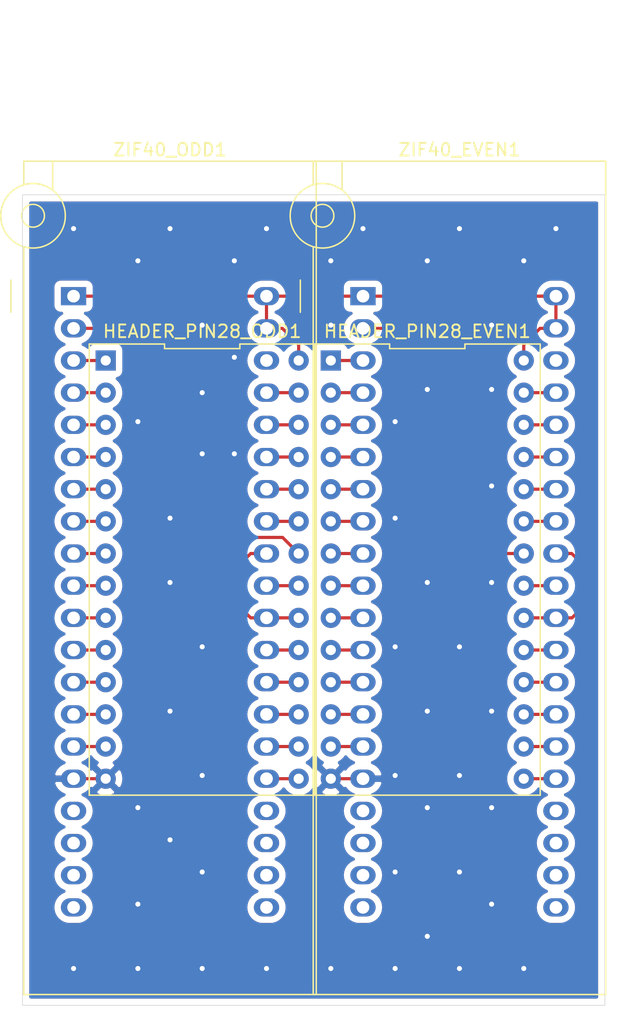
<source format=kicad_pcb>
(kicad_pcb (version 20171130) (host pcbnew "(5.1.5)-3")

  (general
    (thickness 1.6)
    (drawings 4)
    (tracks 163)
    (zones 0)
    (modules 4)
    (nets 73)
  )

  (page A4)
  (layers
    (0 F.Cu signal)
    (31 B.Cu signal)
    (33 F.Adhes user)
    (34 B.Paste user)
    (35 F.Paste user)
    (36 B.SilkS user)
    (37 F.SilkS user)
    (38 B.Mask user)
    (39 F.Mask user)
    (40 Dwgs.User user)
    (41 Cmts.User user)
    (42 Eco1.User user)
    (43 Eco2.User user)
    (44 Edge.Cuts user)
    (45 Margin user)
    (46 B.CrtYd user)
    (47 F.CrtYd user)
    (49 F.Fab user)
  )

  (setup
    (last_trace_width 0.25)
    (trace_clearance 0.2)
    (zone_clearance 0.508)
    (zone_45_only no)
    (trace_min 0.2)
    (via_size 0.8)
    (via_drill 0.4)
    (via_min_size 0.4)
    (via_min_drill 0.3)
    (uvia_size 0.3)
    (uvia_drill 0.1)
    (uvias_allowed no)
    (uvia_min_size 0.2)
    (uvia_min_drill 0.1)
    (edge_width 0.05)
    (segment_width 0.2)
    (pcb_text_width 0.3)
    (pcb_text_size 1.5 1.5)
    (mod_edge_width 0.12)
    (mod_text_size 1 1)
    (mod_text_width 0.15)
    (pad_size 1.524 1.524)
    (pad_drill 0.762)
    (pad_to_mask_clearance 0.051)
    (solder_mask_min_width 0.25)
    (aux_axis_origin 0 0)
    (visible_elements 7FFFFFFF)
    (pcbplotparams
      (layerselection 0x010fc_ffffffff)
      (usegerberextensions true)
      (usegerberattributes false)
      (usegerberadvancedattributes false)
      (creategerberjobfile false)
      (excludeedgelayer true)
      (linewidth 0.100000)
      (plotframeref false)
      (viasonmask false)
      (mode 1)
      (useauxorigin false)
      (hpglpennumber 1)
      (hpglpenspeed 20)
      (hpglpendiameter 15.000000)
      (psnegative false)
      (psa4output false)
      (plotreference true)
      (plotvalue true)
      (plotinvisibletext false)
      (padsonsilk false)
      (subtractmaskfromsilk false)
      (outputformat 1)
      (mirror false)
      (drillshape 0)
      (scaleselection 1)
      (outputdirectory "GB/"))
  )

  (net 0 "")
  (net 1 "Net-(HEADER_PIN28_EVEN1-Pad27)")
  (net 2 "Net-(HEADER_PIN28_EVEN1-Pad13)")
  (net 3 "Net-(HEADER_PIN28_EVEN1-Pad26)")
  (net 4 "Net-(HEADER_PIN28_EVEN1-Pad12)")
  (net 5 "Net-(HEADER_PIN28_EVEN1-Pad25)")
  (net 6 "Net-(HEADER_PIN28_EVEN1-Pad11)")
  (net 7 "Net-(HEADER_PIN28_EVEN1-Pad24)")
  (net 8 "Net-(HEADER_PIN28_EVEN1-Pad10)")
  (net 9 "Net-(HEADER_PIN28_EVEN1-Pad23)")
  (net 10 "Net-(HEADER_PIN28_EVEN1-Pad9)")
  (net 11 "Net-(HEADER_PIN28_EVEN1-Pad22)")
  (net 12 "Net-(HEADER_PIN28_EVEN1-Pad8)")
  (net 13 "Net-(HEADER_PIN28_EVEN1-Pad21)")
  (net 14 "Net-(HEADER_PIN28_EVEN1-Pad7)")
  (net 15 "Net-(HEADER_PIN28_EVEN1-Pad20)")
  (net 16 "Net-(HEADER_PIN28_EVEN1-Pad6)")
  (net 17 "Net-(HEADER_PIN28_EVEN1-Pad19)")
  (net 18 "Net-(HEADER_PIN28_EVEN1-Pad5)")
  (net 19 "Net-(HEADER_PIN28_EVEN1-Pad18)")
  (net 20 "Net-(HEADER_PIN28_EVEN1-Pad4)")
  (net 21 "Net-(HEADER_PIN28_EVEN1-Pad17)")
  (net 22 "Net-(HEADER_PIN28_EVEN1-Pad3)")
  (net 23 "Net-(HEADER_PIN28_EVEN1-Pad16)")
  (net 24 "Net-(HEADER_PIN28_EVEN1-Pad2)")
  (net 25 "Net-(HEADER_PIN28_EVEN1-Pad15)")
  (net 26 "Net-(HEADER_PIN28_EVEN1-Pad1)")
  (net 27 "Net-(ZIF40_EVEN1-Pad21)")
  (net 28 "Net-(ZIF40_EVEN1-Pad20)")
  (net 29 "Net-(ZIF40_EVEN1-Pad22)")
  (net 30 "Net-(ZIF40_EVEN1-Pad19)")
  (net 31 "Net-(ZIF40_EVEN1-Pad23)")
  (net 32 "Net-(ZIF40_EVEN1-Pad18)")
  (net 33 "Net-(ZIF40_EVEN1-Pad24)")
  (net 34 "Net-(ZIF40_EVEN1-Pad17)")
  (net 35 "Net-(ZIF40_EVEN1-Pad38)")
  (net 36 "Net-(ZIF40_ODD1-Pad21)")
  (net 37 "Net-(ZIF40_ODD1-Pad20)")
  (net 38 "Net-(ZIF40_ODD1-Pad22)")
  (net 39 "Net-(ZIF40_ODD1-Pad19)")
  (net 40 "Net-(ZIF40_ODD1-Pad23)")
  (net 41 "Net-(ZIF40_ODD1-Pad18)")
  (net 42 "Net-(ZIF40_ODD1-Pad24)")
  (net 43 "Net-(ZIF40_ODD1-Pad17)")
  (net 44 "Net-(ZIF40_ODD1-Pad38)")
  (net 45 +5V)
  (net 46 GND)
  (net 47 /D2)
  (net 48 /D1)
  (net 49 /D0)
  (net 50 /A0)
  (net 51 /A1)
  (net 52 /A2)
  (net 53 /A3)
  (net 54 /A4)
  (net 55 /A5)
  (net 56 /A6)
  (net 57 /A7)
  (net 58 /A12)
  (net 59 /A15)
  (net 60 /D3)
  (net 61 /D4)
  (net 62 /D5)
  (net 63 /D6)
  (net 64 /D7)
  (net 65 /CE)
  (net 66 /A10)
  (net 67 /A16)
  (net 68 /A11)
  (net 69 /A9)
  (net 70 /A8)
  (net 71 /A13)
  (net 72 /A14)

  (net_class Default "これはデフォルトのネット クラスです。"
    (clearance 0.2)
    (trace_width 0.25)
    (via_dia 0.8)
    (via_drill 0.4)
    (uvia_dia 0.3)
    (uvia_drill 0.1)
    (add_net +5V)
    (add_net /A0)
    (add_net /A1)
    (add_net /A10)
    (add_net /A11)
    (add_net /A12)
    (add_net /A13)
    (add_net /A14)
    (add_net /A15)
    (add_net /A16)
    (add_net /A2)
    (add_net /A3)
    (add_net /A4)
    (add_net /A5)
    (add_net /A6)
    (add_net /A7)
    (add_net /A8)
    (add_net /A9)
    (add_net /CE)
    (add_net /D0)
    (add_net /D1)
    (add_net /D2)
    (add_net /D3)
    (add_net /D4)
    (add_net /D5)
    (add_net /D6)
    (add_net /D7)
    (add_net GND)
    (add_net "Net-(HEADER_PIN28_EVEN1-Pad1)")
    (add_net "Net-(HEADER_PIN28_EVEN1-Pad10)")
    (add_net "Net-(HEADER_PIN28_EVEN1-Pad11)")
    (add_net "Net-(HEADER_PIN28_EVEN1-Pad12)")
    (add_net "Net-(HEADER_PIN28_EVEN1-Pad13)")
    (add_net "Net-(HEADER_PIN28_EVEN1-Pad15)")
    (add_net "Net-(HEADER_PIN28_EVEN1-Pad16)")
    (add_net "Net-(HEADER_PIN28_EVEN1-Pad17)")
    (add_net "Net-(HEADER_PIN28_EVEN1-Pad18)")
    (add_net "Net-(HEADER_PIN28_EVEN1-Pad19)")
    (add_net "Net-(HEADER_PIN28_EVEN1-Pad2)")
    (add_net "Net-(HEADER_PIN28_EVEN1-Pad20)")
    (add_net "Net-(HEADER_PIN28_EVEN1-Pad21)")
    (add_net "Net-(HEADER_PIN28_EVEN1-Pad22)")
    (add_net "Net-(HEADER_PIN28_EVEN1-Pad23)")
    (add_net "Net-(HEADER_PIN28_EVEN1-Pad24)")
    (add_net "Net-(HEADER_PIN28_EVEN1-Pad25)")
    (add_net "Net-(HEADER_PIN28_EVEN1-Pad26)")
    (add_net "Net-(HEADER_PIN28_EVEN1-Pad27)")
    (add_net "Net-(HEADER_PIN28_EVEN1-Pad3)")
    (add_net "Net-(HEADER_PIN28_EVEN1-Pad4)")
    (add_net "Net-(HEADER_PIN28_EVEN1-Pad5)")
    (add_net "Net-(HEADER_PIN28_EVEN1-Pad6)")
    (add_net "Net-(HEADER_PIN28_EVEN1-Pad7)")
    (add_net "Net-(HEADER_PIN28_EVEN1-Pad8)")
    (add_net "Net-(HEADER_PIN28_EVEN1-Pad9)")
    (add_net "Net-(ZIF40_EVEN1-Pad17)")
    (add_net "Net-(ZIF40_EVEN1-Pad18)")
    (add_net "Net-(ZIF40_EVEN1-Pad19)")
    (add_net "Net-(ZIF40_EVEN1-Pad20)")
    (add_net "Net-(ZIF40_EVEN1-Pad21)")
    (add_net "Net-(ZIF40_EVEN1-Pad22)")
    (add_net "Net-(ZIF40_EVEN1-Pad23)")
    (add_net "Net-(ZIF40_EVEN1-Pad24)")
    (add_net "Net-(ZIF40_EVEN1-Pad38)")
    (add_net "Net-(ZIF40_ODD1-Pad17)")
    (add_net "Net-(ZIF40_ODD1-Pad18)")
    (add_net "Net-(ZIF40_ODD1-Pad19)")
    (add_net "Net-(ZIF40_ODD1-Pad20)")
    (add_net "Net-(ZIF40_ODD1-Pad21)")
    (add_net "Net-(ZIF40_ODD1-Pad22)")
    (add_net "Net-(ZIF40_ODD1-Pad23)")
    (add_net "Net-(ZIF40_ODD1-Pad24)")
    (add_net "Net-(ZIF40_ODD1-Pad38)")
  )

  (module Socket:DIP_Socket-40_W11.9_W12.7_W15.24_W17.78_W18.5_3M_240-1280-00-0602J (layer F.Cu) (tedit 5AF5D4CC) (tstamp 6069BBFB)
    (at 99.06 61.214)
    (descr "3M 40-pin zero insertion force socket, through-hole, row spacing 15.24 mm (600 mils), http://multimedia.3m.com/mws/media/494546O/3mtm-dip-sockets-100-2-54-mm-ts0365.pdf")
    (tags "THT DIP DIL ZIF 15.24mm 600mil Socket")
    (path /6069B5C0)
    (fp_text reference ZIF40_EVEN1 (at 7.62 -11.56) (layer F.SilkS)
      (effects (font (size 1 1) (thickness 0.15)))
    )
    (fp_text value Conn_02x20_Counter_Clockwise (at 7.62 56.04) (layer F.Fab)
      (effects (font (size 0.6 0.6) (thickness 0.09)))
    )
    (fp_text user %R (at 7.62 22.24) (layer F.Fab)
      (effects (font (size 1 1) (thickness 0.15)))
    )
    (fp_line (start -4.95 1.27) (end -4.95 -1.27) (layer F.SilkS) (width 0.12))
    (fp_line (start -1.65 -10.66) (end -1.65 -8.4) (layer F.SilkS) (width 0.12))
    (fp_line (start -3.93 -10.66) (end -3.93 -8.8) (layer F.SilkS) (width 0.12))
    (fp_line (start 19.17 -10.66) (end -3.93 -10.66) (layer F.SilkS) (width 0.12))
    (fp_line (start 19.17 55.14) (end 19.17 -10.66) (layer F.SilkS) (width 0.12))
    (fp_line (start -3.93 55.14) (end 19.17 55.14) (layer F.SilkS) (width 0.12))
    (fp_line (start -3.93 -3.9) (end -3.93 55.14) (layer F.SilkS) (width 0.12))
    (fp_line (start 19.07 -10.56) (end 19.07 55.04) (layer F.Fab) (width 0.1))
    (fp_line (start -2.85 -10.56) (end 19.07 -10.56) (layer F.Fab) (width 0.1))
    (fp_line (start -3.83 -9.4) (end -2.85 -10.56) (layer F.Fab) (width 0.1))
    (fp_line (start -3.83 55.04) (end -3.83 -9.4) (layer F.Fab) (width 0.1))
    (fp_line (start 19.07 55.04) (end -3.83 55.04) (layer F.Fab) (width 0.1))
    (fp_line (start -1.9 -15.86) (end -1.9 -10.56) (layer F.Fab) (width 0.1))
    (fp_line (start -3.5 -15.86) (end -1.9 -15.86) (layer F.Fab) (width 0.1))
    (fp_line (start -3.5 -9.75) (end -3.5 -15.86) (layer F.Fab) (width 0.1))
    (fp_line (start -0.4 -17.86) (end -1.9 -15.86) (layer F.Fab) (width 0.1))
    (fp_line (start -5 -17.86) (end -3.5 -15.86) (layer F.Fab) (width 0.1))
    (fp_line (start -0.4 -17.86) (end -0.4 -21.46) (layer F.Fab) (width 0.1))
    (fp_line (start -5 -17.86) (end -0.4 -17.86) (layer F.Fab) (width 0.1))
    (fp_line (start -5 -21.46) (end -5 -17.86) (layer F.Fab) (width 0.1))
    (fp_line (start -0.4 -21.46) (end -5 -21.46) (layer F.Fab) (width 0.1))
    (fp_line (start -1.7 -22.86) (end -0.4 -21.46) (layer F.Fab) (width 0.1))
    (fp_line (start -3.7 -22.86) (end -1.7 -22.86) (layer F.Fab) (width 0.1))
    (fp_line (start -5 -21.46) (end -3.7 -22.86) (layer F.Fab) (width 0.1))
    (fp_line (start -5.5 -3.4) (end -5.5 -23.36) (layer F.CrtYd) (width 0.05))
    (fp_line (start -4.33 -3.4) (end -5.5 -3.4) (layer F.CrtYd) (width 0.05))
    (fp_line (start -4.33 55.54) (end -4.33 -3.4) (layer F.CrtYd) (width 0.05))
    (fp_line (start 19.57 55.54) (end -4.33 55.54) (layer F.CrtYd) (width 0.05))
    (fp_line (start 19.57 -11.06) (end 19.57 55.54) (layer F.CrtYd) (width 0.05))
    (fp_line (start 0.1 -11.06) (end 19.57 -11.06) (layer F.CrtYd) (width 0.05))
    (fp_line (start 0.1 -23.36) (end 0.1 -11.06) (layer F.CrtYd) (width 0.05))
    (fp_line (start -5.5 -23.36) (end 0.1 -23.36) (layer F.CrtYd) (width 0.05))
    (fp_circle (center -3.2 -6.35) (end -2.3 -6.35) (layer F.SilkS) (width 0.12))
    (fp_circle (center -3.2 -6.35) (end -0.65 -6.35) (layer F.SilkS) (width 0.12))
    (pad 21 thru_hole oval (at 15.24 48.26) (size 2 1.44) (drill 1) (layers *.Cu *.Mask)
      (net 27 "Net-(ZIF40_EVEN1-Pad21)"))
    (pad 20 thru_hole oval (at 0 48.26) (size 2 1.44) (drill 1) (layers *.Cu *.Mask)
      (net 28 "Net-(ZIF40_EVEN1-Pad20)"))
    (pad 22 thru_hole oval (at 15.24 45.72) (size 2 1.44) (drill 1) (layers *.Cu *.Mask)
      (net 29 "Net-(ZIF40_EVEN1-Pad22)"))
    (pad 19 thru_hole oval (at 0 45.72) (size 2 1.44) (drill 1) (layers *.Cu *.Mask)
      (net 30 "Net-(ZIF40_EVEN1-Pad19)"))
    (pad 23 thru_hole oval (at 15.24 43.18) (size 2 1.44) (drill 1) (layers *.Cu *.Mask)
      (net 31 "Net-(ZIF40_EVEN1-Pad23)"))
    (pad 18 thru_hole oval (at 0 43.18) (size 2 1.44) (drill 1) (layers *.Cu *.Mask)
      (net 32 "Net-(ZIF40_EVEN1-Pad18)"))
    (pad 24 thru_hole oval (at 15.24 40.64) (size 2 1.44) (drill 1) (layers *.Cu *.Mask)
      (net 33 "Net-(ZIF40_EVEN1-Pad24)"))
    (pad 17 thru_hole oval (at 0 40.64) (size 2 1.44) (drill 1) (layers *.Cu *.Mask)
      (net 34 "Net-(ZIF40_EVEN1-Pad17)"))
    (pad 25 thru_hole oval (at 15.24 38.1) (size 2 1.44) (drill 1) (layers *.Cu *.Mask)
      (net 25 "Net-(HEADER_PIN28_EVEN1-Pad15)"))
    (pad 16 thru_hole oval (at 0 38.1) (size 2 1.44) (drill 1) (layers *.Cu *.Mask)
      (net 46 GND))
    (pad 26 thru_hole oval (at 15.24 35.56) (size 2 1.44) (drill 1) (layers *.Cu *.Mask)
      (net 23 "Net-(HEADER_PIN28_EVEN1-Pad16)"))
    (pad 15 thru_hole oval (at 0 35.56) (size 2 1.44) (drill 1) (layers *.Cu *.Mask)
      (net 2 "Net-(HEADER_PIN28_EVEN1-Pad13)"))
    (pad 27 thru_hole oval (at 15.24 33.02) (size 2 1.44) (drill 1) (layers *.Cu *.Mask)
      (net 21 "Net-(HEADER_PIN28_EVEN1-Pad17)"))
    (pad 14 thru_hole oval (at 0 33.02) (size 2 1.44) (drill 1) (layers *.Cu *.Mask)
      (net 4 "Net-(HEADER_PIN28_EVEN1-Pad12)"))
    (pad 28 thru_hole oval (at 15.24 30.48) (size 2 1.44) (drill 1) (layers *.Cu *.Mask)
      (net 19 "Net-(HEADER_PIN28_EVEN1-Pad18)"))
    (pad 13 thru_hole oval (at 0 30.48) (size 2 1.44) (drill 1) (layers *.Cu *.Mask)
      (net 6 "Net-(HEADER_PIN28_EVEN1-Pad11)"))
    (pad 29 thru_hole oval (at 15.24 27.94) (size 2 1.44) (drill 1) (layers *.Cu *.Mask)
      (net 17 "Net-(HEADER_PIN28_EVEN1-Pad19)"))
    (pad 12 thru_hole oval (at 0 27.94) (size 2 1.44) (drill 1) (layers *.Cu *.Mask)
      (net 8 "Net-(HEADER_PIN28_EVEN1-Pad10)"))
    (pad 30 thru_hole oval (at 15.24 25.4) (size 2 1.44) (drill 1) (layers *.Cu *.Mask)
      (net 15 "Net-(HEADER_PIN28_EVEN1-Pad20)"))
    (pad 11 thru_hole oval (at 0 25.4) (size 2 1.44) (drill 1) (layers *.Cu *.Mask)
      (net 10 "Net-(HEADER_PIN28_EVEN1-Pad9)"))
    (pad 31 thru_hole oval (at 15.24 22.86) (size 2 1.44) (drill 1) (layers *.Cu *.Mask)
      (net 13 "Net-(HEADER_PIN28_EVEN1-Pad21)"))
    (pad 10 thru_hole oval (at 0 22.86) (size 2 1.44) (drill 1) (layers *.Cu *.Mask)
      (net 12 "Net-(HEADER_PIN28_EVEN1-Pad8)"))
    (pad 32 thru_hole oval (at 15.24 20.32) (size 2 1.44) (drill 1) (layers *.Cu *.Mask)
      (net 15 "Net-(HEADER_PIN28_EVEN1-Pad20)"))
    (pad 9 thru_hole oval (at 0 20.32) (size 2 1.44) (drill 1) (layers *.Cu *.Mask)
      (net 14 "Net-(HEADER_PIN28_EVEN1-Pad7)"))
    (pad 33 thru_hole oval (at 15.24 17.78) (size 2 1.44) (drill 1) (layers *.Cu *.Mask)
      (net 9 "Net-(HEADER_PIN28_EVEN1-Pad23)"))
    (pad 8 thru_hole oval (at 0 17.78) (size 2 1.44) (drill 1) (layers *.Cu *.Mask)
      (net 16 "Net-(HEADER_PIN28_EVEN1-Pad6)"))
    (pad 34 thru_hole oval (at 15.24 15.24) (size 2 1.44) (drill 1) (layers *.Cu *.Mask)
      (net 7 "Net-(HEADER_PIN28_EVEN1-Pad24)"))
    (pad 7 thru_hole oval (at 0 15.24) (size 2 1.44) (drill 1) (layers *.Cu *.Mask)
      (net 18 "Net-(HEADER_PIN28_EVEN1-Pad5)"))
    (pad 35 thru_hole oval (at 15.24 12.7) (size 2 1.44) (drill 1) (layers *.Cu *.Mask)
      (net 5 "Net-(HEADER_PIN28_EVEN1-Pad25)"))
    (pad 6 thru_hole oval (at 0 12.7) (size 2 1.44) (drill 1) (layers *.Cu *.Mask)
      (net 20 "Net-(HEADER_PIN28_EVEN1-Pad4)"))
    (pad 36 thru_hole oval (at 15.24 10.16) (size 2 1.44) (drill 1) (layers *.Cu *.Mask)
      (net 3 "Net-(HEADER_PIN28_EVEN1-Pad26)"))
    (pad 5 thru_hole oval (at 0 10.16) (size 2 1.44) (drill 1) (layers *.Cu *.Mask)
      (net 22 "Net-(HEADER_PIN28_EVEN1-Pad3)"))
    (pad 37 thru_hole oval (at 15.24 7.62) (size 2 1.44) (drill 1) (layers *.Cu *.Mask)
      (net 1 "Net-(HEADER_PIN28_EVEN1-Pad27)"))
    (pad 4 thru_hole oval (at 0 7.62) (size 2 1.44) (drill 1) (layers *.Cu *.Mask)
      (net 24 "Net-(HEADER_PIN28_EVEN1-Pad2)"))
    (pad 38 thru_hole oval (at 15.24 5.08) (size 2 1.44) (drill 1) (layers *.Cu *.Mask)
      (net 35 "Net-(ZIF40_EVEN1-Pad38)"))
    (pad 3 thru_hole oval (at 0 5.08) (size 2 1.44) (drill 1) (layers *.Cu *.Mask)
      (net 26 "Net-(HEADER_PIN28_EVEN1-Pad1)"))
    (pad 39 thru_hole oval (at 15.24 2.54) (size 2 1.44) (drill 1) (layers *.Cu *.Mask)
      (net 45 +5V))
    (pad 2 thru_hole oval (at 0 2.54) (size 2 1.44) (drill 1) (layers *.Cu *.Mask)
      (net 11 "Net-(HEADER_PIN28_EVEN1-Pad22)"))
    (pad 40 thru_hole oval (at 15.24 0) (size 2 1.44) (drill 1) (layers *.Cu *.Mask)
      (net 45 +5V))
    (pad 1 thru_hole rect (at 0 0) (size 2 1.44) (drill 1) (layers *.Cu *.Mask)
      (net 45 +5V))
    (model ${KISYS3DMOD}/Socket.3dshapes/DIP_Socket-40_W11.9_W12.7_W15.24_W17.78_W18.5_3M_240-1280-00-0602J.wrl
      (at (xyz 0 0 0))
      (scale (xyz 1 1 1))
      (rotate (xyz 0 0 0))
    )
  )

  (module ROM28toEPROM32:DIP-28_600 (layer F.Cu) (tedit 606C6B89) (tstamp 6069BB5D)
    (at 104.14 82.804)
    (path /606987B9)
    (fp_text reference HEADER_PIN28_EVEN1 (at 0 -18.81) (layer F.SilkS)
      (effects (font (size 1 1) (thickness 0.15)))
    )
    (fp_text value Conn_02x14_Counter_Clockwise (at 0 0 -180) (layer F.Fab)
      (effects (font (size 1 1) (thickness 0.15)))
    )
    (fp_line (start -8.67 -17.56) (end 8.67 -17.56) (layer F.CrtYd) (width 0.05))
    (fp_line (start -8.67 17.56) (end -8.67 -17.56) (layer F.CrtYd) (width 0.05))
    (fp_line (start 8.67 17.56) (end -8.67 17.56) (layer F.CrtYd) (width 0.05))
    (fp_line (start 8.67 -17.56) (end 8.67 17.56) (layer F.CrtYd) (width 0.05))
    (fp_line (start -2.973333 -17.81) (end -8.919999 -17.81) (layer F.SilkS) (width 0.12))
    (fp_line (start -2.973333 -17.45) (end -2.973333 -17.81) (layer F.SilkS) (width 0.12))
    (fp_line (start 2.973333 -17.45) (end -2.973333 -17.45) (layer F.SilkS) (width 0.12))
    (fp_line (start 2.973333 -17.81) (end 2.973333 -17.45) (layer F.SilkS) (width 0.12))
    (fp_line (start 8.92 -17.81) (end 2.973333 -17.81) (layer F.SilkS) (width 0.12))
    (fp_line (start 8.919999 17.81) (end 8.92 -17.81) (layer F.SilkS) (width 0.12))
    (fp_line (start -8.92 17.81) (end 8.919999 17.81) (layer F.SilkS) (width 0.12))
    (fp_line (start -8.919999 -17.81) (end -8.92 17.81) (layer F.SilkS) (width 0.12))
    (pad 14 thru_hole circle (at -7.62 16.51 270) (size 1.6 1.6) (drill 0.8) (layers *.Cu *.Mask)
      (net 46 GND))
    (pad 15 thru_hole circle (at 7.62 16.51 270) (size 1.6 1.6) (drill 0.8) (layers *.Cu *.Mask)
      (net 25 "Net-(HEADER_PIN28_EVEN1-Pad15)"))
    (pad 13 thru_hole circle (at -7.62 13.97 270) (size 1.6 1.6) (drill 0.8) (layers *.Cu *.Mask)
      (net 2 "Net-(HEADER_PIN28_EVEN1-Pad13)"))
    (pad 16 thru_hole circle (at 7.62 13.97 270) (size 1.6 1.6) (drill 0.8) (layers *.Cu *.Mask)
      (net 23 "Net-(HEADER_PIN28_EVEN1-Pad16)"))
    (pad 12 thru_hole circle (at -7.62 11.43 270) (size 1.6 1.6) (drill 0.8) (layers *.Cu *.Mask)
      (net 4 "Net-(HEADER_PIN28_EVEN1-Pad12)"))
    (pad 17 thru_hole circle (at 7.62 11.43 270) (size 1.6 1.6) (drill 0.8) (layers *.Cu *.Mask)
      (net 21 "Net-(HEADER_PIN28_EVEN1-Pad17)"))
    (pad 11 thru_hole circle (at -7.62 8.89 270) (size 1.6 1.6) (drill 0.8) (layers *.Cu *.Mask)
      (net 6 "Net-(HEADER_PIN28_EVEN1-Pad11)"))
    (pad 18 thru_hole circle (at 7.62 8.89 270) (size 1.6 1.6) (drill 0.8) (layers *.Cu *.Mask)
      (net 19 "Net-(HEADER_PIN28_EVEN1-Pad18)"))
    (pad 10 thru_hole circle (at -7.62 6.35 270) (size 1.6 1.6) (drill 0.8) (layers *.Cu *.Mask)
      (net 8 "Net-(HEADER_PIN28_EVEN1-Pad10)"))
    (pad 19 thru_hole circle (at 7.62 6.35 270) (size 1.6 1.6) (drill 0.8) (layers *.Cu *.Mask)
      (net 17 "Net-(HEADER_PIN28_EVEN1-Pad19)"))
    (pad 9 thru_hole circle (at -7.62 3.81 270) (size 1.6 1.6) (drill 0.8) (layers *.Cu *.Mask)
      (net 10 "Net-(HEADER_PIN28_EVEN1-Pad9)"))
    (pad 20 thru_hole circle (at 7.62 3.81 270) (size 1.6 1.6) (drill 0.8) (layers *.Cu *.Mask)
      (net 15 "Net-(HEADER_PIN28_EVEN1-Pad20)"))
    (pad 8 thru_hole circle (at -7.62 1.27 270) (size 1.6 1.6) (drill 0.8) (layers *.Cu *.Mask)
      (net 12 "Net-(HEADER_PIN28_EVEN1-Pad8)"))
    (pad 21 thru_hole circle (at 7.62 1.27 270) (size 1.6 1.6) (drill 0.8) (layers *.Cu *.Mask)
      (net 13 "Net-(HEADER_PIN28_EVEN1-Pad21)"))
    (pad 7 thru_hole circle (at -7.62 -1.27 270) (size 1.6 1.6) (drill 0.8) (layers *.Cu *.Mask)
      (net 14 "Net-(HEADER_PIN28_EVEN1-Pad7)"))
    (pad 22 thru_hole circle (at 7.62 -1.27 270) (size 1.6 1.6) (drill 0.8) (layers *.Cu *.Mask)
      (net 11 "Net-(HEADER_PIN28_EVEN1-Pad22)"))
    (pad 6 thru_hole circle (at -7.62 -3.81 270) (size 1.6 1.6) (drill 0.8) (layers *.Cu *.Mask)
      (net 16 "Net-(HEADER_PIN28_EVEN1-Pad6)"))
    (pad 23 thru_hole circle (at 7.62 -3.81 270) (size 1.6 1.6) (drill 0.8) (layers *.Cu *.Mask)
      (net 9 "Net-(HEADER_PIN28_EVEN1-Pad23)"))
    (pad 5 thru_hole circle (at -7.62 -6.35 270) (size 1.6 1.6) (drill 0.8) (layers *.Cu *.Mask)
      (net 18 "Net-(HEADER_PIN28_EVEN1-Pad5)"))
    (pad 24 thru_hole circle (at 7.62 -6.35 270) (size 1.6 1.6) (drill 0.8) (layers *.Cu *.Mask)
      (net 7 "Net-(HEADER_PIN28_EVEN1-Pad24)"))
    (pad 4 thru_hole circle (at -7.62 -8.89 270) (size 1.6 1.6) (drill 0.8) (layers *.Cu *.Mask)
      (net 20 "Net-(HEADER_PIN28_EVEN1-Pad4)"))
    (pad 25 thru_hole circle (at 7.62 -8.89 270) (size 1.6 1.6) (drill 0.8) (layers *.Cu *.Mask)
      (net 5 "Net-(HEADER_PIN28_EVEN1-Pad25)"))
    (pad 3 thru_hole circle (at -7.62 -11.43 270) (size 1.6 1.6) (drill 0.8) (layers *.Cu *.Mask)
      (net 22 "Net-(HEADER_PIN28_EVEN1-Pad3)"))
    (pad 26 thru_hole circle (at 7.62 -11.43 270) (size 1.6 1.6) (drill 0.8) (layers *.Cu *.Mask)
      (net 3 "Net-(HEADER_PIN28_EVEN1-Pad26)"))
    (pad 2 thru_hole circle (at -7.62 -13.97 270) (size 1.6 1.6) (drill 0.8) (layers *.Cu *.Mask)
      (net 24 "Net-(HEADER_PIN28_EVEN1-Pad2)"))
    (pad 27 thru_hole circle (at 7.62 -13.97 270) (size 1.6 1.6) (drill 0.8) (layers *.Cu *.Mask)
      (net 1 "Net-(HEADER_PIN28_EVEN1-Pad27)"))
    (pad 1 thru_hole rect (at -7.62 -16.51 270) (size 1.6 1.6) (drill 0.8) (layers *.Cu *.Mask)
      (net 26 "Net-(HEADER_PIN28_EVEN1-Pad1)"))
    (pad 28 thru_hole circle (at 7.62 -16.51 270) (size 1.6 1.6) (drill 0.8) (layers *.Cu *.Mask)
      (net 45 +5V))
  )

  (module ROM28toEPROM32:DIP-28_600 (layer F.Cu) (tedit 606C6B89) (tstamp 6069BB25)
    (at 86.36 82.804)
    (path /606972E2)
    (fp_text reference HEADER_PIN28_ODD1 (at 0 -18.81) (layer F.SilkS)
      (effects (font (size 1 1) (thickness 0.15)))
    )
    (fp_text value Conn_02x14_Counter_Clockwise (at 0 0 -180) (layer F.Fab)
      (effects (font (size 1 1) (thickness 0.15)))
    )
    (fp_line (start -8.67 -17.56) (end 8.67 -17.56) (layer F.CrtYd) (width 0.05))
    (fp_line (start -8.67 17.56) (end -8.67 -17.56) (layer F.CrtYd) (width 0.05))
    (fp_line (start 8.67 17.56) (end -8.67 17.56) (layer F.CrtYd) (width 0.05))
    (fp_line (start 8.67 -17.56) (end 8.67 17.56) (layer F.CrtYd) (width 0.05))
    (fp_line (start -2.973333 -17.81) (end -8.919999 -17.81) (layer F.SilkS) (width 0.12))
    (fp_line (start -2.973333 -17.45) (end -2.973333 -17.81) (layer F.SilkS) (width 0.12))
    (fp_line (start 2.973333 -17.45) (end -2.973333 -17.45) (layer F.SilkS) (width 0.12))
    (fp_line (start 2.973333 -17.81) (end 2.973333 -17.45) (layer F.SilkS) (width 0.12))
    (fp_line (start 8.92 -17.81) (end 2.973333 -17.81) (layer F.SilkS) (width 0.12))
    (fp_line (start 8.919999 17.81) (end 8.92 -17.81) (layer F.SilkS) (width 0.12))
    (fp_line (start -8.92 17.81) (end 8.919999 17.81) (layer F.SilkS) (width 0.12))
    (fp_line (start -8.919999 -17.81) (end -8.92 17.81) (layer F.SilkS) (width 0.12))
    (pad 14 thru_hole circle (at -7.62 16.51 270) (size 1.6 1.6) (drill 0.8) (layers *.Cu *.Mask)
      (net 46 GND))
    (pad 15 thru_hole circle (at 7.62 16.51 270) (size 1.6 1.6) (drill 0.8) (layers *.Cu *.Mask)
      (net 60 /D3))
    (pad 13 thru_hole circle (at -7.62 13.97 270) (size 1.6 1.6) (drill 0.8) (layers *.Cu *.Mask)
      (net 47 /D2))
    (pad 16 thru_hole circle (at 7.62 13.97 270) (size 1.6 1.6) (drill 0.8) (layers *.Cu *.Mask)
      (net 61 /D4))
    (pad 12 thru_hole circle (at -7.62 11.43 270) (size 1.6 1.6) (drill 0.8) (layers *.Cu *.Mask)
      (net 48 /D1))
    (pad 17 thru_hole circle (at 7.62 11.43 270) (size 1.6 1.6) (drill 0.8) (layers *.Cu *.Mask)
      (net 62 /D5))
    (pad 11 thru_hole circle (at -7.62 8.89 270) (size 1.6 1.6) (drill 0.8) (layers *.Cu *.Mask)
      (net 49 /D0))
    (pad 18 thru_hole circle (at 7.62 8.89 270) (size 1.6 1.6) (drill 0.8) (layers *.Cu *.Mask)
      (net 63 /D6))
    (pad 10 thru_hole circle (at -7.62 6.35 270) (size 1.6 1.6) (drill 0.8) (layers *.Cu *.Mask)
      (net 50 /A0))
    (pad 19 thru_hole circle (at 7.62 6.35 270) (size 1.6 1.6) (drill 0.8) (layers *.Cu *.Mask)
      (net 64 /D7))
    (pad 9 thru_hole circle (at -7.62 3.81 270) (size 1.6 1.6) (drill 0.8) (layers *.Cu *.Mask)
      (net 51 /A1))
    (pad 20 thru_hole circle (at 7.62 3.81 270) (size 1.6 1.6) (drill 0.8) (layers *.Cu *.Mask)
      (net 65 /CE))
    (pad 8 thru_hole circle (at -7.62 1.27 270) (size 1.6 1.6) (drill 0.8) (layers *.Cu *.Mask)
      (net 52 /A2))
    (pad 21 thru_hole circle (at 7.62 1.27 270) (size 1.6 1.6) (drill 0.8) (layers *.Cu *.Mask)
      (net 66 /A10))
    (pad 7 thru_hole circle (at -7.62 -1.27 270) (size 1.6 1.6) (drill 0.8) (layers *.Cu *.Mask)
      (net 53 /A3))
    (pad 22 thru_hole circle (at 7.62 -1.27 270) (size 1.6 1.6) (drill 0.8) (layers *.Cu *.Mask)
      (net 67 /A16))
    (pad 6 thru_hole circle (at -7.62 -3.81 270) (size 1.6 1.6) (drill 0.8) (layers *.Cu *.Mask)
      (net 54 /A4))
    (pad 23 thru_hole circle (at 7.62 -3.81 270) (size 1.6 1.6) (drill 0.8) (layers *.Cu *.Mask)
      (net 68 /A11))
    (pad 5 thru_hole circle (at -7.62 -6.35 270) (size 1.6 1.6) (drill 0.8) (layers *.Cu *.Mask)
      (net 55 /A5))
    (pad 24 thru_hole circle (at 7.62 -6.35 270) (size 1.6 1.6) (drill 0.8) (layers *.Cu *.Mask)
      (net 69 /A9))
    (pad 4 thru_hole circle (at -7.62 -8.89 270) (size 1.6 1.6) (drill 0.8) (layers *.Cu *.Mask)
      (net 56 /A6))
    (pad 25 thru_hole circle (at 7.62 -8.89 270) (size 1.6 1.6) (drill 0.8) (layers *.Cu *.Mask)
      (net 70 /A8))
    (pad 3 thru_hole circle (at -7.62 -11.43 270) (size 1.6 1.6) (drill 0.8) (layers *.Cu *.Mask)
      (net 57 /A7))
    (pad 26 thru_hole circle (at 7.62 -11.43 270) (size 1.6 1.6) (drill 0.8) (layers *.Cu *.Mask)
      (net 71 /A13))
    (pad 2 thru_hole circle (at -7.62 -13.97 270) (size 1.6 1.6) (drill 0.8) (layers *.Cu *.Mask)
      (net 58 /A12))
    (pad 27 thru_hole circle (at 7.62 -13.97 270) (size 1.6 1.6) (drill 0.8) (layers *.Cu *.Mask)
      (net 72 /A14))
    (pad 1 thru_hole rect (at -7.62 -16.51 270) (size 1.6 1.6) (drill 0.8) (layers *.Cu *.Mask)
      (net 59 /A15))
    (pad 28 thru_hole circle (at 7.62 -16.51 270) (size 1.6 1.6) (drill 0.8) (layers *.Cu *.Mask)
      (net 45 +5V))
  )

  (module Socket:DIP_Socket-40_W11.9_W12.7_W15.24_W17.78_W18.5_3M_240-1280-00-0602J (layer F.Cu) (tedit 5AF5D4CC) (tstamp 6069BBAC)
    (at 76.2 61.214)
    (descr "3M 40-pin zero insertion force socket, through-hole, row spacing 15.24 mm (600 mils), http://multimedia.3m.com/mws/media/494546O/3mtm-dip-sockets-100-2-54-mm-ts0365.pdf")
    (tags "THT DIP DIL ZIF 15.24mm 600mil Socket")
    (path /60699D86)
    (fp_text reference ZIF40_ODD1 (at 7.62 -11.56) (layer F.SilkS)
      (effects (font (size 1 1) (thickness 0.15)))
    )
    (fp_text value Conn_02x20_Counter_Clockwise (at 7.62 56.04) (layer F.Fab)
      (effects (font (size 0.6 0.6) (thickness 0.09)))
    )
    (fp_text user %R (at 7.62 22.24) (layer F.Fab)
      (effects (font (size 1 1) (thickness 0.15)))
    )
    (fp_line (start -4.95 1.27) (end -4.95 -1.27) (layer F.SilkS) (width 0.12))
    (fp_line (start -1.65 -10.66) (end -1.65 -8.4) (layer F.SilkS) (width 0.12))
    (fp_line (start -3.93 -10.66) (end -3.93 -8.8) (layer F.SilkS) (width 0.12))
    (fp_line (start 19.17 -10.66) (end -3.93 -10.66) (layer F.SilkS) (width 0.12))
    (fp_line (start 19.17 55.14) (end 19.17 -10.66) (layer F.SilkS) (width 0.12))
    (fp_line (start -3.93 55.14) (end 19.17 55.14) (layer F.SilkS) (width 0.12))
    (fp_line (start -3.93 -3.9) (end -3.93 55.14) (layer F.SilkS) (width 0.12))
    (fp_line (start 19.07 -10.56) (end 19.07 55.04) (layer F.Fab) (width 0.1))
    (fp_line (start -2.85 -10.56) (end 19.07 -10.56) (layer F.Fab) (width 0.1))
    (fp_line (start -3.83 -9.4) (end -2.85 -10.56) (layer F.Fab) (width 0.1))
    (fp_line (start -3.83 55.04) (end -3.83 -9.4) (layer F.Fab) (width 0.1))
    (fp_line (start 19.07 55.04) (end -3.83 55.04) (layer F.Fab) (width 0.1))
    (fp_line (start -1.9 -15.86) (end -1.9 -10.56) (layer F.Fab) (width 0.1))
    (fp_line (start -3.5 -15.86) (end -1.9 -15.86) (layer F.Fab) (width 0.1))
    (fp_line (start -3.5 -9.75) (end -3.5 -15.86) (layer F.Fab) (width 0.1))
    (fp_line (start -0.4 -17.86) (end -1.9 -15.86) (layer F.Fab) (width 0.1))
    (fp_line (start -5 -17.86) (end -3.5 -15.86) (layer F.Fab) (width 0.1))
    (fp_line (start -0.4 -17.86) (end -0.4 -21.46) (layer F.Fab) (width 0.1))
    (fp_line (start -5 -17.86) (end -0.4 -17.86) (layer F.Fab) (width 0.1))
    (fp_line (start -5 -21.46) (end -5 -17.86) (layer F.Fab) (width 0.1))
    (fp_line (start -0.4 -21.46) (end -5 -21.46) (layer F.Fab) (width 0.1))
    (fp_line (start -1.7 -22.86) (end -0.4 -21.46) (layer F.Fab) (width 0.1))
    (fp_line (start -3.7 -22.86) (end -1.7 -22.86) (layer F.Fab) (width 0.1))
    (fp_line (start -5 -21.46) (end -3.7 -22.86) (layer F.Fab) (width 0.1))
    (fp_line (start -5.5 -3.4) (end -5.5 -23.36) (layer F.CrtYd) (width 0.05))
    (fp_line (start -4.33 -3.4) (end -5.5 -3.4) (layer F.CrtYd) (width 0.05))
    (fp_line (start -4.33 55.54) (end -4.33 -3.4) (layer F.CrtYd) (width 0.05))
    (fp_line (start 19.57 55.54) (end -4.33 55.54) (layer F.CrtYd) (width 0.05))
    (fp_line (start 19.57 -11.06) (end 19.57 55.54) (layer F.CrtYd) (width 0.05))
    (fp_line (start 0.1 -11.06) (end 19.57 -11.06) (layer F.CrtYd) (width 0.05))
    (fp_line (start 0.1 -23.36) (end 0.1 -11.06) (layer F.CrtYd) (width 0.05))
    (fp_line (start -5.5 -23.36) (end 0.1 -23.36) (layer F.CrtYd) (width 0.05))
    (fp_circle (center -3.2 -6.35) (end -2.3 -6.35) (layer F.SilkS) (width 0.12))
    (fp_circle (center -3.2 -6.35) (end -0.65 -6.35) (layer F.SilkS) (width 0.12))
    (pad 21 thru_hole oval (at 15.24 48.26) (size 2 1.44) (drill 1) (layers *.Cu *.Mask)
      (net 36 "Net-(ZIF40_ODD1-Pad21)"))
    (pad 20 thru_hole oval (at 0 48.26) (size 2 1.44) (drill 1) (layers *.Cu *.Mask)
      (net 37 "Net-(ZIF40_ODD1-Pad20)"))
    (pad 22 thru_hole oval (at 15.24 45.72) (size 2 1.44) (drill 1) (layers *.Cu *.Mask)
      (net 38 "Net-(ZIF40_ODD1-Pad22)"))
    (pad 19 thru_hole oval (at 0 45.72) (size 2 1.44) (drill 1) (layers *.Cu *.Mask)
      (net 39 "Net-(ZIF40_ODD1-Pad19)"))
    (pad 23 thru_hole oval (at 15.24 43.18) (size 2 1.44) (drill 1) (layers *.Cu *.Mask)
      (net 40 "Net-(ZIF40_ODD1-Pad23)"))
    (pad 18 thru_hole oval (at 0 43.18) (size 2 1.44) (drill 1) (layers *.Cu *.Mask)
      (net 41 "Net-(ZIF40_ODD1-Pad18)"))
    (pad 24 thru_hole oval (at 15.24 40.64) (size 2 1.44) (drill 1) (layers *.Cu *.Mask)
      (net 42 "Net-(ZIF40_ODD1-Pad24)"))
    (pad 17 thru_hole oval (at 0 40.64) (size 2 1.44) (drill 1) (layers *.Cu *.Mask)
      (net 43 "Net-(ZIF40_ODD1-Pad17)"))
    (pad 25 thru_hole oval (at 15.24 38.1) (size 2 1.44) (drill 1) (layers *.Cu *.Mask)
      (net 60 /D3))
    (pad 16 thru_hole oval (at 0 38.1) (size 2 1.44) (drill 1) (layers *.Cu *.Mask)
      (net 46 GND))
    (pad 26 thru_hole oval (at 15.24 35.56) (size 2 1.44) (drill 1) (layers *.Cu *.Mask)
      (net 61 /D4))
    (pad 15 thru_hole oval (at 0 35.56) (size 2 1.44) (drill 1) (layers *.Cu *.Mask)
      (net 47 /D2))
    (pad 27 thru_hole oval (at 15.24 33.02) (size 2 1.44) (drill 1) (layers *.Cu *.Mask)
      (net 62 /D5))
    (pad 14 thru_hole oval (at 0 33.02) (size 2 1.44) (drill 1) (layers *.Cu *.Mask)
      (net 48 /D1))
    (pad 28 thru_hole oval (at 15.24 30.48) (size 2 1.44) (drill 1) (layers *.Cu *.Mask)
      (net 63 /D6))
    (pad 13 thru_hole oval (at 0 30.48) (size 2 1.44) (drill 1) (layers *.Cu *.Mask)
      (net 49 /D0))
    (pad 29 thru_hole oval (at 15.24 27.94) (size 2 1.44) (drill 1) (layers *.Cu *.Mask)
      (net 64 /D7))
    (pad 12 thru_hole oval (at 0 27.94) (size 2 1.44) (drill 1) (layers *.Cu *.Mask)
      (net 50 /A0))
    (pad 30 thru_hole oval (at 15.24 25.4) (size 2 1.44) (drill 1) (layers *.Cu *.Mask)
      (net 65 /CE))
    (pad 11 thru_hole oval (at 0 25.4) (size 2 1.44) (drill 1) (layers *.Cu *.Mask)
      (net 51 /A1))
    (pad 31 thru_hole oval (at 15.24 22.86) (size 2 1.44) (drill 1) (layers *.Cu *.Mask)
      (net 66 /A10))
    (pad 10 thru_hole oval (at 0 22.86) (size 2 1.44) (drill 1) (layers *.Cu *.Mask)
      (net 52 /A2))
    (pad 32 thru_hole oval (at 15.24 20.32) (size 2 1.44) (drill 1) (layers *.Cu *.Mask)
      (net 65 /CE))
    (pad 9 thru_hole oval (at 0 20.32) (size 2 1.44) (drill 1) (layers *.Cu *.Mask)
      (net 53 /A3))
    (pad 33 thru_hole oval (at 15.24 17.78) (size 2 1.44) (drill 1) (layers *.Cu *.Mask)
      (net 68 /A11))
    (pad 8 thru_hole oval (at 0 17.78) (size 2 1.44) (drill 1) (layers *.Cu *.Mask)
      (net 54 /A4))
    (pad 34 thru_hole oval (at 15.24 15.24) (size 2 1.44) (drill 1) (layers *.Cu *.Mask)
      (net 69 /A9))
    (pad 7 thru_hole oval (at 0 15.24) (size 2 1.44) (drill 1) (layers *.Cu *.Mask)
      (net 55 /A5))
    (pad 35 thru_hole oval (at 15.24 12.7) (size 2 1.44) (drill 1) (layers *.Cu *.Mask)
      (net 70 /A8))
    (pad 6 thru_hole oval (at 0 12.7) (size 2 1.44) (drill 1) (layers *.Cu *.Mask)
      (net 56 /A6))
    (pad 36 thru_hole oval (at 15.24 10.16) (size 2 1.44) (drill 1) (layers *.Cu *.Mask)
      (net 71 /A13))
    (pad 5 thru_hole oval (at 0 10.16) (size 2 1.44) (drill 1) (layers *.Cu *.Mask)
      (net 57 /A7))
    (pad 37 thru_hole oval (at 15.24 7.62) (size 2 1.44) (drill 1) (layers *.Cu *.Mask)
      (net 72 /A14))
    (pad 4 thru_hole oval (at 0 7.62) (size 2 1.44) (drill 1) (layers *.Cu *.Mask)
      (net 58 /A12))
    (pad 38 thru_hole oval (at 15.24 5.08) (size 2 1.44) (drill 1) (layers *.Cu *.Mask)
      (net 44 "Net-(ZIF40_ODD1-Pad38)"))
    (pad 3 thru_hole oval (at 0 5.08) (size 2 1.44) (drill 1) (layers *.Cu *.Mask)
      (net 59 /A15))
    (pad 39 thru_hole oval (at 15.24 2.54) (size 2 1.44) (drill 1) (layers *.Cu *.Mask)
      (net 45 +5V))
    (pad 2 thru_hole oval (at 0 2.54) (size 2 1.44) (drill 1) (layers *.Cu *.Mask)
      (net 67 /A16))
    (pad 40 thru_hole oval (at 15.24 0) (size 2 1.44) (drill 1) (layers *.Cu *.Mask)
      (net 45 +5V))
    (pad 1 thru_hole rect (at 0 0) (size 2 1.44) (drill 1) (layers *.Cu *.Mask)
      (net 45 +5V))
    (model ${KISYS3DMOD}/Socket.3dshapes/DIP_Socket-40_W11.9_W12.7_W15.24_W17.78_W18.5_3M_240-1280-00-0602J.wrl
      (at (xyz 0 0 0))
      (scale (xyz 1 1 1))
      (rotate (xyz 0 0 0))
    )
  )

  (gr_line (start 118.168 53.208) (end 118.168 117.208) (layer Edge.Cuts) (width 0.05) (tstamp 6069CADB))
  (gr_line (start 72.168 53.208) (end 72.168 117.208) (layer Edge.Cuts) (width 0.05))
  (gr_line (start 72.168 117.208) (end 118.168 117.208) (layer Edge.Cuts) (width 0.05) (tstamp 6069CAD8))
  (gr_line (start 72.168 53.208) (end 118.168 53.208) (layer Edge.Cuts) (width 0.05))

  (segment (start 111.76 68.834) (end 114.3 68.834) (width 0.25) (layer F.Cu) (net 1))
  (segment (start 97.65137 96.774) (end 99.06 96.774) (width 0.25) (layer F.Cu) (net 2))
  (segment (start 96.52 96.774) (end 97.65137 96.774) (width 0.25) (layer F.Cu) (net 2))
  (segment (start 112.89137 71.374) (end 114.3 71.374) (width 0.25) (layer F.Cu) (net 3))
  (segment (start 111.76 71.374) (end 112.89137 71.374) (width 0.25) (layer F.Cu) (net 3))
  (segment (start 97.65137 94.234) (end 99.06 94.234) (width 0.25) (layer F.Cu) (net 4))
  (segment (start 96.52 94.234) (end 97.65137 94.234) (width 0.25) (layer F.Cu) (net 4))
  (segment (start 111.76 73.914) (end 114.3 73.914) (width 0.25) (layer F.Cu) (net 5))
  (segment (start 97.65137 91.694) (end 99.06 91.694) (width 0.25) (layer F.Cu) (net 6))
  (segment (start 96.52 91.694) (end 97.65137 91.694) (width 0.25) (layer F.Cu) (net 6))
  (segment (start 111.76 76.454) (end 114.3 76.454) (width 0.25) (layer F.Cu) (net 7))
  (segment (start 96.52 89.154) (end 99.06 89.154) (width 0.25) (layer F.Cu) (net 8))
  (segment (start 111.76 78.994) (end 114.3 78.994) (width 0.25) (layer F.Cu) (net 9))
  (segment (start 97.65137 86.614) (end 99.06 86.614) (width 0.25) (layer F.Cu) (net 10))
  (segment (start 96.52 86.614) (end 97.65137 86.614) (width 0.25) (layer F.Cu) (net 10))
  (segment (start 109.474 81.534) (end 111.76 81.534) (width 0.25) (layer F.Cu) (net 11))
  (segment (start 106.426 67.31) (end 106.426 78.486) (width 0.25) (layer F.Cu) (net 11))
  (segment (start 99.06 63.754) (end 102.87 63.754) (width 0.25) (layer F.Cu) (net 11))
  (segment (start 106.426 78.486) (end 109.474 81.534) (width 0.25) (layer F.Cu) (net 11))
  (segment (start 102.87 63.754) (end 106.426 67.31) (width 0.25) (layer F.Cu) (net 11))
  (segment (start 96.52 84.074) (end 99.06 84.074) (width 0.25) (layer F.Cu) (net 12))
  (segment (start 111.76 84.074) (end 114.3 84.074) (width 0.25) (layer F.Cu) (net 13))
  (segment (start 97.65137 81.534) (end 99.06 81.534) (width 0.25) (layer F.Cu) (net 14))
  (segment (start 96.52 81.534) (end 97.65137 81.534) (width 0.25) (layer F.Cu) (net 14))
  (segment (start 116.586 85.598) (end 115.57 86.614) (width 0.25) (layer F.Cu) (net 15))
  (segment (start 116.586 82.57) (end 116.586 85.598) (width 0.25) (layer F.Cu) (net 15))
  (segment (start 114.3 81.534) (end 115.55 81.534) (width 0.25) (layer F.Cu) (net 15))
  (segment (start 115.57 86.614) (end 114.3 86.614) (width 0.25) (layer F.Cu) (net 15))
  (segment (start 115.55 81.534) (end 116.586 82.57) (width 0.25) (layer F.Cu) (net 15))
  (segment (start 111.76 86.614) (end 114.3 86.614) (width 0.25) (layer F.Cu) (net 15))
  (segment (start 96.52 78.994) (end 99.06 78.994) (width 0.25) (layer F.Cu) (net 16))
  (segment (start 111.76 89.154) (end 114.3 89.154) (width 0.25) (layer F.Cu) (net 17))
  (segment (start 97.65137 76.454) (end 99.06 76.454) (width 0.25) (layer F.Cu) (net 18))
  (segment (start 96.52 76.454) (end 97.65137 76.454) (width 0.25) (layer F.Cu) (net 18))
  (segment (start 111.76 91.694) (end 114.3 91.694) (width 0.25) (layer F.Cu) (net 19))
  (segment (start 96.52 73.914) (end 99.06 73.914) (width 0.25) (layer F.Cu) (net 20))
  (segment (start 112.89137 94.234) (end 114.3 94.234) (width 0.25) (layer F.Cu) (net 21))
  (segment (start 111.76 94.234) (end 112.89137 94.234) (width 0.25) (layer F.Cu) (net 21))
  (segment (start 96.52 71.374) (end 99.06 71.374) (width 0.25) (layer F.Cu) (net 22))
  (segment (start 111.76 96.774) (end 114.3 96.774) (width 0.25) (layer F.Cu) (net 23))
  (segment (start 97.65137 68.834) (end 99.06 68.834) (width 0.25) (layer F.Cu) (net 24))
  (segment (start 96.52 68.834) (end 97.65137 68.834) (width 0.25) (layer F.Cu) (net 24))
  (segment (start 111.76 99.314) (end 114.3 99.314) (width 0.25) (layer F.Cu) (net 25))
  (segment (start 96.52 66.294) (end 99.06 66.294) (width 0.25) (layer F.Cu) (net 26))
  (segment (start 77.45 61.214) (end 91.44 61.214) (width 0.25) (layer F.Cu) (net 45))
  (segment (start 76.2 61.214) (end 77.45 61.214) (width 0.25) (layer F.Cu) (net 45))
  (segment (start 91.44 61.214) (end 91.44 63.754) (width 0.25) (layer F.Cu) (net 45))
  (segment (start 92.69 63.754) (end 93.98 65.044) (width 0.25) (layer F.Cu) (net 45))
  (segment (start 91.44 63.754) (end 92.69 63.754) (width 0.25) (layer F.Cu) (net 45))
  (segment (start 114.3 61.214) (end 113.05 61.214) (width 0.25) (layer F.Cu) (net 45))
  (segment (start 100.31 61.214) (end 114.3 61.214) (width 0.25) (layer F.Cu) (net 45))
  (segment (start 99.06 61.214) (end 100.31 61.214) (width 0.25) (layer F.Cu) (net 45))
  (segment (start 114.3 61.214) (end 114.3 63.754) (width 0.25) (layer F.Cu) (net 45))
  (segment (start 111.76 65.16263) (end 111.76 66.294) (width 0.25) (layer F.Cu) (net 45))
  (segment (start 111.76 65.044) (end 111.76 65.16263) (width 0.25) (layer F.Cu) (net 45))
  (segment (start 113.05 63.754) (end 111.76 65.044) (width 0.25) (layer F.Cu) (net 45))
  (segment (start 114.3 63.754) (end 113.05 63.754) (width 0.25) (layer F.Cu) (net 45))
  (segment (start 91.44 61.214) (end 99.06 61.214) (width 0.25) (layer F.Cu) (net 45))
  (segment (start 93.98 65.044) (end 93.98 66.294) (width 0.25) (layer F.Cu) (net 45))
  (segment (start 76.2 99.314) (end 78.74 99.314) (width 0.25) (layer F.Cu) (net 46))
  (segment (start 96.52 99.314) (end 99.06 99.314) (width 0.25) (layer F.Cu) (net 46))
  (via (at 86.36 68.834) (size 0.8) (drill 0.4) (layers F.Cu B.Cu) (net 46))
  (via (at 109.22 68.58) (size 0.8) (drill 0.4) (layers F.Cu B.Cu) (net 46))
  (via (at 86.36 99.06) (size 0.8) (drill 0.4) (layers F.Cu B.Cu) (net 46))
  (via (at 83.82 93.98) (size 0.8) (drill 0.4) (layers F.Cu B.Cu) (net 46))
  (via (at 86.36 88.9) (size 0.8) (drill 0.4) (layers F.Cu B.Cu) (net 46))
  (via (at 83.82 83.82) (size 0.8) (drill 0.4) (layers F.Cu B.Cu) (net 46))
  (via (at 81.28 71.12) (size 0.8) (drill 0.4) (layers F.Cu B.Cu) (net 46))
  (via (at 83.82 78.74) (size 0.8) (drill 0.4) (layers F.Cu B.Cu) (net 46))
  (via (at 83.82 104.14) (size 0.8) (drill 0.4) (layers F.Cu B.Cu) (net 46))
  (via (at 81.28 109.22) (size 0.8) (drill 0.4) (layers F.Cu B.Cu) (net 46))
  (via (at 81.28 101.6) (size 0.8) (drill 0.4) (layers F.Cu B.Cu) (net 46))
  (via (at 88.9 73.66) (size 0.8) (drill 0.4) (layers F.Cu B.Cu) (net 46))
  (via (at 86.36 63.5) (size 0.8) (drill 0.4) (layers F.Cu B.Cu) (net 46))
  (via (at 88.9 66.04) (size 0.8) (drill 0.4) (layers F.Cu B.Cu) (net 46))
  (via (at 86.36 73.66) (size 0.8) (drill 0.4) (layers F.Cu B.Cu) (net 46))
  (via (at 76.2 55.88) (size 0.8) (drill 0.4) (layers F.Cu B.Cu) (net 46))
  (via (at 83.82 55.88) (size 0.8) (drill 0.4) (layers F.Cu B.Cu) (net 46))
  (via (at 91.44 55.88) (size 0.8) (drill 0.4) (layers F.Cu B.Cu) (net 46))
  (via (at 114.3 55.88) (size 0.8) (drill 0.4) (layers F.Cu B.Cu) (net 46))
  (via (at 99.06 55.88) (size 0.8) (drill 0.4) (layers F.Cu B.Cu) (net 46))
  (via (at 106.68 55.88) (size 0.8) (drill 0.4) (layers F.Cu B.Cu) (net 46))
  (via (at 81.28 58.42) (size 0.8) (drill 0.4) (layers F.Cu B.Cu) (net 46))
  (via (at 88.9 58.42) (size 0.8) (drill 0.4) (layers F.Cu B.Cu) (net 46))
  (via (at 96.52 58.42) (size 0.8) (drill 0.4) (layers F.Cu B.Cu) (net 46))
  (via (at 104.14 58.42) (size 0.8) (drill 0.4) (layers F.Cu B.Cu) (net 46))
  (via (at 111.76 58.42) (size 0.8) (drill 0.4) (layers F.Cu B.Cu) (net 46))
  (via (at 81.28 114.3) (size 0.8) (drill 0.4) (layers F.Cu B.Cu) (net 46))
  (via (at 76.2 114.3) (size 0.8) (drill 0.4) (layers F.Cu B.Cu) (net 46))
  (via (at 86.36 114.3) (size 0.8) (drill 0.4) (layers F.Cu B.Cu) (net 46))
  (via (at 91.44 114.3) (size 0.8) (drill 0.4) (layers F.Cu B.Cu) (net 46))
  (via (at 96.52 114.3) (size 0.8) (drill 0.4) (layers F.Cu B.Cu) (net 46))
  (via (at 101.6 114.3) (size 0.8) (drill 0.4) (layers F.Cu B.Cu) (net 46))
  (via (at 106.68 114.3) (size 0.8) (drill 0.4) (layers F.Cu B.Cu) (net 46))
  (via (at 111.76 114.3) (size 0.8) (drill 0.4) (layers F.Cu B.Cu) (net 46))
  (via (at 86.36 106.68) (size 0.8) (drill 0.4) (layers F.Cu B.Cu) (net 46))
  (via (at 109.22 76.2) (size 0.8) (drill 0.4) (layers F.Cu B.Cu) (net 46))
  (via (at 109.22 63.5) (size 0.8) (drill 0.4) (layers F.Cu B.Cu) (net 46))
  (via (at 104.14 68.58) (size 0.8) (drill 0.4) (layers F.Cu B.Cu) (net 46))
  (via (at 101.6 71.12) (size 0.8) (drill 0.4) (layers F.Cu B.Cu) (net 46))
  (via (at 101.6 78.74) (size 0.8) (drill 0.4) (layers F.Cu B.Cu) (net 46))
  (via (at 101.6 88.9) (size 0.8) (drill 0.4) (layers F.Cu B.Cu) (net 46))
  (via (at 101.6 99.06) (size 0.8) (drill 0.4) (layers F.Cu B.Cu) (net 46))
  (via (at 101.6 106.68) (size 0.8) (drill 0.4) (layers F.Cu B.Cu) (net 46))
  (via (at 104.14 83.82) (size 0.8) (drill 0.4) (layers F.Cu B.Cu) (net 46))
  (via (at 104.14 93.98) (size 0.8) (drill 0.4) (layers F.Cu B.Cu) (net 46))
  (via (at 104.14 101.6) (size 0.8) (drill 0.4) (layers F.Cu B.Cu) (net 46))
  (via (at 104.14 111.76) (size 0.8) (drill 0.4) (layers F.Cu B.Cu) (net 46))
  (via (at 106.68 88.9) (size 0.8) (drill 0.4) (layers F.Cu B.Cu) (net 46))
  (via (at 106.68 99.06) (size 0.8) (drill 0.4) (layers F.Cu B.Cu) (net 46))
  (via (at 106.68 106.68) (size 0.8) (drill 0.4) (layers F.Cu B.Cu) (net 46))
  (via (at 109.22 83.82) (size 0.8) (drill 0.4) (layers F.Cu B.Cu) (net 46))
  (via (at 109.22 93.98) (size 0.8) (drill 0.4) (layers F.Cu B.Cu) (net 46))
  (via (at 109.22 101.6) (size 0.8) (drill 0.4) (layers F.Cu B.Cu) (net 46))
  (via (at 109.22 109.22) (size 0.8) (drill 0.4) (layers F.Cu B.Cu) (net 46))
  (via (at 96.52 63.5) (size 0.8) (drill 0.4) (layers F.Cu B.Cu) (net 46))
  (segment (start 77.45 96.774) (end 78.74 96.774) (width 0.25) (layer F.Cu) (net 47))
  (segment (start 76.2 96.774) (end 77.45 96.774) (width 0.25) (layer F.Cu) (net 47))
  (segment (start 76.2 94.234) (end 78.74 94.234) (width 0.25) (layer F.Cu) (net 48))
  (segment (start 76.2 91.694) (end 78.74 91.694) (width 0.25) (layer F.Cu) (net 49))
  (segment (start 76.2 89.154) (end 78.74 89.154) (width 0.25) (layer F.Cu) (net 50))
  (segment (start 76.2 86.614) (end 78.74 86.614) (width 0.25) (layer F.Cu) (net 51))
  (segment (start 77.45 84.074) (end 78.74 84.074) (width 0.25) (layer F.Cu) (net 52))
  (segment (start 76.2 84.074) (end 77.45 84.074) (width 0.25) (layer F.Cu) (net 52))
  (segment (start 77.45 81.534) (end 78.74 81.534) (width 0.25) (layer F.Cu) (net 53))
  (segment (start 76.2 81.534) (end 77.45 81.534) (width 0.25) (layer F.Cu) (net 53))
  (segment (start 76.2 78.994) (end 78.74 78.994) (width 0.25) (layer F.Cu) (net 54))
  (segment (start 76.2 76.454) (end 78.74 76.454) (width 0.25) (layer F.Cu) (net 55))
  (segment (start 77.45 73.914) (end 78.74 73.914) (width 0.25) (layer F.Cu) (net 56))
  (segment (start 76.2 73.914) (end 77.45 73.914) (width 0.25) (layer F.Cu) (net 56))
  (segment (start 77.45 71.374) (end 78.74 71.374) (width 0.25) (layer F.Cu) (net 57))
  (segment (start 76.2 71.374) (end 77.45 71.374) (width 0.25) (layer F.Cu) (net 57))
  (segment (start 76.2 68.834) (end 78.74 68.834) (width 0.25) (layer F.Cu) (net 58))
  (segment (start 76.2 66.294) (end 78.74 66.294) (width 0.25) (layer F.Cu) (net 59))
  (segment (start 92.69 99.314) (end 93.98 99.314) (width 0.25) (layer F.Cu) (net 60))
  (segment (start 91.44 99.314) (end 92.69 99.314) (width 0.25) (layer F.Cu) (net 60))
  (segment (start 92.69 96.774) (end 93.98 96.774) (width 0.25) (layer F.Cu) (net 61))
  (segment (start 91.44 96.774) (end 92.69 96.774) (width 0.25) (layer F.Cu) (net 61))
  (segment (start 92.69 94.234) (end 93.98 94.234) (width 0.25) (layer F.Cu) (net 62))
  (segment (start 91.44 94.234) (end 92.69 94.234) (width 0.25) (layer F.Cu) (net 62))
  (segment (start 91.44 91.694) (end 93.98 91.694) (width 0.25) (layer F.Cu) (net 63))
  (segment (start 92.69 89.154) (end 93.98 89.154) (width 0.25) (layer F.Cu) (net 64))
  (segment (start 91.44 89.154) (end 92.69 89.154) (width 0.25) (layer F.Cu) (net 64))
  (segment (start 90.19 81.534) (end 88.92 82.804) (width 0.25) (layer F.Cu) (net 65))
  (segment (start 91.44 81.534) (end 90.19 81.534) (width 0.25) (layer F.Cu) (net 65))
  (segment (start 90.19 86.614) (end 91.44 86.614) (width 0.25) (layer F.Cu) (net 65))
  (segment (start 88.92 85.344) (end 90.19 86.614) (width 0.25) (layer F.Cu) (net 65))
  (segment (start 88.92 82.804) (end 88.92 85.344) (width 0.25) (layer F.Cu) (net 65))
  (segment (start 91.44 86.614) (end 93.98 86.614) (width 0.25) (layer F.Cu) (net 65))
  (segment (start 91.44 84.074) (end 93.98 84.074) (width 0.25) (layer F.Cu) (net 66))
  (segment (start 81.534 63.754) (end 76.2 63.754) (width 0.25) (layer F.Cu) (net 67))
  (segment (start 92.71 80.264) (end 88.646 80.264) (width 0.25) (layer F.Cu) (net 67))
  (segment (start 93.98 81.534) (end 92.71 80.264) (width 0.25) (layer F.Cu) (net 67))
  (segment (start 88.646 80.264) (end 84.836 76.454) (width 0.25) (layer F.Cu) (net 67))
  (segment (start 84.836 76.454) (end 84.836 67.056) (width 0.25) (layer F.Cu) (net 67))
  (segment (start 84.836 67.056) (end 81.534 63.754) (width 0.25) (layer F.Cu) (net 67))
  (segment (start 91.44 78.994) (end 93.98 78.994) (width 0.25) (layer F.Cu) (net 68))
  (segment (start 92.69 76.454) (end 93.98 76.454) (width 0.25) (layer F.Cu) (net 69))
  (segment (start 91.44 76.454) (end 92.69 76.454) (width 0.25) (layer F.Cu) (net 69))
  (segment (start 91.44 73.914) (end 93.98 73.914) (width 0.25) (layer F.Cu) (net 70))
  (segment (start 91.44 71.374) (end 93.98 71.374) (width 0.25) (layer F.Cu) (net 71))
  (segment (start 92.69 68.834) (end 93.98 68.834) (width 0.25) (layer F.Cu) (net 72))
  (segment (start 91.44 68.834) (end 92.69 68.834) (width 0.25) (layer F.Cu) (net 72))

  (zone (net 46) (net_name GND) (layer F.Cu) (tstamp 606F18BA) (hatch edge 0.508)
    (connect_pads (clearance 0.508))
    (min_thickness 0.254)
    (fill yes (arc_segments 32) (thermal_gap 0.508) (thermal_bridge_width 0.508))
    (polygon
      (pts
        (xy 119.38 118.618) (xy 71.12 118.618) (xy 71.12 52.324) (xy 119.38 52.324)
      )
    )
    (filled_polygon
      (pts
        (xy 117.508001 116.548) (xy 72.828 116.548) (xy 72.828 63.754) (xy 74.558444 63.754) (xy 74.584606 64.019626)
        (xy 74.662086 64.275045) (xy 74.787908 64.51044) (xy 74.957235 64.716765) (xy 75.16356 64.886092) (xy 75.398955 65.011914)
        (xy 75.438797 65.024) (xy 75.398955 65.036086) (xy 75.16356 65.161908) (xy 74.957235 65.331235) (xy 74.787908 65.53756)
        (xy 74.662086 65.772955) (xy 74.584606 66.028374) (xy 74.558444 66.294) (xy 74.584606 66.559626) (xy 74.662086 66.815045)
        (xy 74.787908 67.05044) (xy 74.957235 67.256765) (xy 75.16356 67.426092) (xy 75.398955 67.551914) (xy 75.438797 67.564)
        (xy 75.398955 67.576086) (xy 75.16356 67.701908) (xy 74.957235 67.871235) (xy 74.787908 68.07756) (xy 74.662086 68.312955)
        (xy 74.584606 68.568374) (xy 74.558444 68.834) (xy 74.584606 69.099626) (xy 74.662086 69.355045) (xy 74.787908 69.59044)
        (xy 74.957235 69.796765) (xy 75.16356 69.966092) (xy 75.398955 70.091914) (xy 75.438797 70.104) (xy 75.398955 70.116086)
        (xy 75.16356 70.241908) (xy 74.957235 70.411235) (xy 74.787908 70.61756) (xy 74.662086 70.852955) (xy 74.584606 71.108374)
        (xy 74.558444 71.374) (xy 74.584606 71.639626) (xy 74.662086 71.895045) (xy 74.787908 72.13044) (xy 74.957235 72.336765)
        (xy 75.16356 72.506092) (xy 75.398955 72.631914) (xy 75.438797 72.644) (xy 75.398955 72.656086) (xy 75.16356 72.781908)
        (xy 74.957235 72.951235) (xy 74.787908 73.15756) (xy 74.662086 73.392955) (xy 74.584606 73.648374) (xy 74.558444 73.914)
        (xy 74.584606 74.179626) (xy 74.662086 74.435045) (xy 74.787908 74.67044) (xy 74.957235 74.876765) (xy 75.16356 75.046092)
        (xy 75.398955 75.171914) (xy 75.438797 75.184) (xy 75.398955 75.196086) (xy 75.16356 75.321908) (xy 74.957235 75.491235)
        (xy 74.787908 75.69756) (xy 74.662086 75.932955) (xy 74.584606 76.188374) (xy 74.558444 76.454) (xy 74.584606 76.719626)
        (xy 74.662086 76.975045) (xy 74.787908 77.21044) (xy 74.957235 77.416765) (xy 75.16356 77.586092) (xy 75.398955 77.711914)
        (xy 75.438797 77.724) (xy 75.398955 77.736086) (xy 75.16356 77.861908) (xy 74.957235 78.031235) (xy 74.787908 78.23756)
        (xy 74.662086 78.472955) (xy 74.584606 78.728374) (xy 74.558444 78.994) (xy 74.584606 79.259626) (xy 74.662086 79.515045)
        (xy 74.787908 79.75044) (xy 74.957235 79.956765) (xy 75.16356 80.126092) (xy 75.398955 80.251914) (xy 75.438797 80.264)
        (xy 75.398955 80.276086) (xy 75.16356 80.401908) (xy 74.957235 80.571235) (xy 74.787908 80.77756) (xy 74.662086 81.012955)
        (xy 74.584606 81.268374) (xy 74.558444 81.534) (xy 74.584606 81.799626) (xy 74.662086 82.055045) (xy 74.787908 82.29044)
        (xy 74.957235 82.496765) (xy 75.16356 82.666092) (xy 75.398955 82.791914) (xy 75.438797 82.804) (xy 75.398955 82.816086)
        (xy 75.16356 82.941908) (xy 74.957235 83.111235) (xy 74.787908 83.31756) (xy 74.662086 83.552955) (xy 74.584606 83.808374)
        (xy 74.558444 84.074) (xy 74.584606 84.339626) (xy 74.662086 84.595045) (xy 74.787908 84.83044) (xy 74.957235 85.036765)
        (xy 75.16356 85.206092) (xy 75.398955 85.331914) (xy 75.438797 85.344) (xy 75.398955 85.356086) (xy 75.16356 85.481908)
        (xy 74.957235 85.651235) (xy 74.787908 85.85756) (xy 74.662086 86.092955) (xy 74.584606 86.348374) (xy 74.558444 86.614)
        (xy 74.584606 86.879626) (xy 74.662086 87.135045) (xy 74.787908 87.37044) (xy 74.957235 87.576765) (xy 75.16356 87.746092)
        (xy 75.398955 87.871914) (xy 75.438797 87.884) (xy 75.398955 87.896086) (xy 75.16356 88.021908) (xy 74.957235 88.191235)
        (xy 74.787908 88.39756) (xy 74.662086 88.632955) (xy 74.584606 88.888374) (xy 74.558444 89.154) (xy 74.584606 89.419626)
        (xy 74.662086 89.675045) (xy 74.787908 89.91044) (xy 74.957235 90.116765) (xy 75.16356 90.286092) (xy 75.398955 90.411914)
        (xy 75.438797 90.424) (xy 75.398955 90.436086) (xy 75.16356 90.561908) (xy 74.957235 90.731235) (xy 74.787908 90.93756)
        (xy 74.662086 91.172955) (xy 74.584606 91.428374) (xy 74.558444 91.694) (xy 74.584606 91.959626) (xy 74.662086 92.215045)
        (xy 74.787908 92.45044) (xy 74.957235 92.656765) (xy 75.16356 92.826092) (xy 75.398955 92.951914) (xy 75.438797 92.964)
        (xy 75.398955 92.976086) (xy 75.16356 93.101908) (xy 74.957235 93.271235) (xy 74.787908 93.47756) (xy 74.662086 93.712955)
        (xy 74.584606 93.968374) (xy 74.558444 94.234) (xy 74.584606 94.499626) (xy 74.662086 94.755045) (xy 74.787908 94.99044)
        (xy 74.957235 95.196765) (xy 75.16356 95.366092) (xy 75.398955 95.491914) (xy 75.438797 95.504) (xy 75.398955 95.516086)
        (xy 75.16356 95.641908) (xy 74.957235 95.811235) (xy 74.787908 96.01756) (xy 74.662086 96.252955) (xy 74.584606 96.508374)
        (xy 74.558444 96.774) (xy 74.584606 97.039626) (xy 74.662086 97.295045) (xy 74.787908 97.53044) (xy 74.957235 97.736765)
        (xy 75.16356 97.906092) (xy 75.398955 98.031914) (xy 75.443759 98.045505) (xy 75.284131 98.110744) (xy 75.061605 98.257916)
        (xy 74.872067 98.445673) (xy 74.722801 98.666799) (xy 74.619542 98.912797) (xy 74.607441 98.977528) (xy 74.730511 99.187)
        (xy 76.073 99.187) (xy 76.073 99.167) (xy 76.327 99.167) (xy 76.327 99.187) (xy 76.347 99.187)
        (xy 76.347 99.441) (xy 76.327 99.441) (xy 76.327 99.461) (xy 76.073 99.461) (xy 76.073 99.441)
        (xy 74.730511 99.441) (xy 74.607441 99.650472) (xy 74.619542 99.715203) (xy 74.722801 99.961201) (xy 74.872067 100.182327)
        (xy 75.061605 100.370084) (xy 75.284131 100.517256) (xy 75.443759 100.582495) (xy 75.398955 100.596086) (xy 75.16356 100.721908)
        (xy 74.957235 100.891235) (xy 74.787908 101.09756) (xy 74.662086 101.332955) (xy 74.584606 101.588374) (xy 74.558444 101.854)
        (xy 74.584606 102.119626) (xy 74.662086 102.375045) (xy 74.787908 102.61044) (xy 74.957235 102.816765) (xy 75.16356 102.986092)
        (xy 75.398955 103.111914) (xy 75.438797 103.124) (xy 75.398955 103.136086) (xy 75.16356 103.261908) (xy 74.957235 103.431235)
        (xy 74.787908 103.63756) (xy 74.662086 103.872955) (xy 74.584606 104.128374) (xy 74.558444 104.394) (xy 74.584606 104.659626)
        (xy 74.662086 104.915045) (xy 74.787908 105.15044) (xy 74.957235 105.356765) (xy 75.16356 105.526092) (xy 75.398955 105.651914)
        (xy 75.438797 105.664) (xy 75.398955 105.676086) (xy 75.16356 105.801908) (xy 74.957235 105.971235) (xy 74.787908 106.17756)
        (xy 74.662086 106.412955) (xy 74.584606 106.668374) (xy 74.558444 106.934) (xy 74.584606 107.199626) (xy 74.662086 107.455045)
        (xy 74.787908 107.69044) (xy 74.957235 107.896765) (xy 75.16356 108.066092) (xy 75.398955 108.191914) (xy 75.438797 108.204)
        (xy 75.398955 108.216086) (xy 75.16356 108.341908) (xy 74.957235 108.511235) (xy 74.787908 108.71756) (xy 74.662086 108.952955)
        (xy 74.584606 109.208374) (xy 74.558444 109.474) (xy 74.584606 109.739626) (xy 74.662086 109.995045) (xy 74.787908 110.23044)
        (xy 74.957235 110.436765) (xy 75.16356 110.606092) (xy 75.398955 110.731914) (xy 75.654374 110.809394) (xy 75.853436 110.829)
        (xy 76.546564 110.829) (xy 76.745626 110.809394) (xy 77.001045 110.731914) (xy 77.23644 110.606092) (xy 77.442765 110.436765)
        (xy 77.612092 110.23044) (xy 77.737914 109.995045) (xy 77.815394 109.739626) (xy 77.841556 109.474) (xy 77.815394 109.208374)
        (xy 77.737914 108.952955) (xy 77.612092 108.71756) (xy 77.442765 108.511235) (xy 77.23644 108.341908) (xy 77.001045 108.216086)
        (xy 76.961203 108.204) (xy 77.001045 108.191914) (xy 77.23644 108.066092) (xy 77.442765 107.896765) (xy 77.612092 107.69044)
        (xy 77.737914 107.455045) (xy 77.815394 107.199626) (xy 77.841556 106.934) (xy 77.815394 106.668374) (xy 77.737914 106.412955)
        (xy 77.612092 106.17756) (xy 77.442765 105.971235) (xy 77.23644 105.801908) (xy 77.001045 105.676086) (xy 76.961203 105.664)
        (xy 77.001045 105.651914) (xy 77.23644 105.526092) (xy 77.442765 105.356765) (xy 77.612092 105.15044) (xy 77.737914 104.915045)
        (xy 77.815394 104.659626) (xy 77.841556 104.394) (xy 77.815394 104.128374) (xy 77.737914 103.872955) (xy 77.612092 103.63756)
        (xy 77.442765 103.431235) (xy 77.23644 103.261908) (xy 77.001045 103.136086) (xy 76.961203 103.124) (xy 77.001045 103.111914)
        (xy 77.23644 102.986092) (xy 77.442765 102.816765) (xy 77.612092 102.61044) (xy 77.737914 102.375045) (xy 77.815394 102.119626)
        (xy 77.841556 101.854) (xy 77.815394 101.588374) (xy 77.737914 101.332955) (xy 77.612092 101.09756) (xy 77.442765 100.891235)
        (xy 77.23644 100.721908) (xy 77.001045 100.596086) (xy 76.956241 100.582495) (xy 77.115869 100.517256) (xy 77.338395 100.370084)
        (xy 77.402378 100.306702) (xy 77.926903 100.306702) (xy 77.998486 100.550671) (xy 78.253996 100.671571) (xy 78.528184 100.7403)
        (xy 78.810512 100.754217) (xy 79.09013 100.712787) (xy 79.356292 100.617603) (xy 79.481514 100.550671) (xy 79.553097 100.306702)
        (xy 78.74 99.493605) (xy 77.926903 100.306702) (xy 77.402378 100.306702) (xy 77.527933 100.182327) (xy 77.595316 100.082504)
        (xy 77.747298 100.127097) (xy 78.560395 99.314) (xy 78.919605 99.314) (xy 79.732702 100.127097) (xy 79.976671 100.055514)
        (xy 80.097571 99.800004) (xy 80.1663 99.525816) (xy 80.180217 99.243488) (xy 80.138787 98.96387) (xy 80.043603 98.697708)
        (xy 79.976671 98.572486) (xy 79.732702 98.500903) (xy 78.919605 99.314) (xy 78.560395 99.314) (xy 77.747298 98.500903)
        (xy 77.595316 98.545496) (xy 77.527933 98.445673) (xy 77.338395 98.257916) (xy 77.115869 98.110744) (xy 76.956241 98.045505)
        (xy 77.001045 98.031914) (xy 77.23644 97.906092) (xy 77.442765 97.736765) (xy 77.561097 97.592578) (xy 77.625363 97.688759)
        (xy 77.825241 97.888637) (xy 78.059128 98.044915) (xy 77.998486 98.077329) (xy 77.926903 98.321298) (xy 78.74 99.134395)
        (xy 79.553097 98.321298) (xy 79.481514 98.077329) (xy 79.417008 98.046806) (xy 79.419727 98.04568) (xy 79.654759 97.888637)
        (xy 79.854637 97.688759) (xy 80.01168 97.453727) (xy 80.119853 97.192574) (xy 80.175 96.915335) (xy 80.175 96.632665)
        (xy 80.119853 96.355426) (xy 80.01168 96.094273) (xy 79.854637 95.859241) (xy 79.654759 95.659363) (xy 79.422241 95.504)
        (xy 79.654759 95.348637) (xy 79.854637 95.148759) (xy 80.01168 94.913727) (xy 80.119853 94.652574) (xy 80.175 94.375335)
        (xy 80.175 94.092665) (xy 80.119853 93.815426) (xy 80.01168 93.554273) (xy 79.854637 93.319241) (xy 79.654759 93.119363)
        (xy 79.422241 92.964) (xy 79.654759 92.808637) (xy 79.854637 92.608759) (xy 80.01168 92.373727) (xy 80.119853 92.112574)
        (xy 80.175 91.835335) (xy 80.175 91.552665) (xy 80.119853 91.275426) (xy 80.01168 91.014273) (xy 79.854637 90.779241)
        (xy 79.654759 90.579363) (xy 79.422241 90.424) (xy 79.654759 90.268637) (xy 79.854637 90.068759) (xy 80.01168 89.833727)
        (xy 80.119853 89.572574) (xy 80.175 89.295335) (xy 80.175 89.012665) (xy 80.119853 88.735426) (xy 80.01168 88.474273)
        (xy 79.854637 88.239241) (xy 79.654759 88.039363) (xy 79.422241 87.884) (xy 79.654759 87.728637) (xy 79.854637 87.528759)
        (xy 80.01168 87.293727) (xy 80.119853 87.032574) (xy 80.175 86.755335) (xy 80.175 86.472665) (xy 80.119853 86.195426)
        (xy 80.01168 85.934273) (xy 79.854637 85.699241) (xy 79.654759 85.499363) (xy 79.422241 85.344) (xy 79.654759 85.188637)
        (xy 79.854637 84.988759) (xy 80.01168 84.753727) (xy 80.119853 84.492574) (xy 80.175 84.215335) (xy 80.175 83.932665)
        (xy 80.119853 83.655426) (xy 80.01168 83.394273) (xy 79.854637 83.159241) (xy 79.654759 82.959363) (xy 79.422241 82.804)
        (xy 79.654759 82.648637) (xy 79.854637 82.448759) (xy 80.01168 82.213727) (xy 80.119853 81.952574) (xy 80.175 81.675335)
        (xy 80.175 81.392665) (xy 80.119853 81.115426) (xy 80.01168 80.854273) (xy 79.854637 80.619241) (xy 79.654759 80.419363)
        (xy 79.422241 80.264) (xy 79.654759 80.108637) (xy 79.854637 79.908759) (xy 80.01168 79.673727) (xy 80.119853 79.412574)
        (xy 80.175 79.135335) (xy 80.175 78.852665) (xy 80.119853 78.575426) (xy 80.01168 78.314273) (xy 79.854637 78.079241)
        (xy 79.654759 77.879363) (xy 79.422241 77.724) (xy 79.654759 77.568637) (xy 79.854637 77.368759) (xy 80.01168 77.133727)
        (xy 80.119853 76.872574) (xy 80.175 76.595335) (xy 80.175 76.312665) (xy 80.119853 76.035426) (xy 80.01168 75.774273)
        (xy 79.854637 75.539241) (xy 79.654759 75.339363) (xy 79.422241 75.184) (xy 79.654759 75.028637) (xy 79.854637 74.828759)
        (xy 80.01168 74.593727) (xy 80.119853 74.332574) (xy 80.175 74.055335) (xy 80.175 73.772665) (xy 80.119853 73.495426)
        (xy 80.01168 73.234273) (xy 79.854637 72.999241) (xy 79.654759 72.799363) (xy 79.422241 72.644) (xy 79.654759 72.488637)
        (xy 79.854637 72.288759) (xy 80.01168 72.053727) (xy 80.119853 71.792574) (xy 80.175 71.515335) (xy 80.175 71.232665)
        (xy 80.119853 70.955426) (xy 80.01168 70.694273) (xy 79.854637 70.459241) (xy 79.654759 70.259363) (xy 79.422241 70.104)
        (xy 79.654759 69.948637) (xy 79.854637 69.748759) (xy 80.01168 69.513727) (xy 80.119853 69.252574) (xy 80.175 68.975335)
        (xy 80.175 68.692665) (xy 80.119853 68.415426) (xy 80.01168 68.154273) (xy 79.854637 67.919241) (xy 79.656039 67.720643)
        (xy 79.664482 67.719812) (xy 79.78418 67.683502) (xy 79.894494 67.624537) (xy 79.991185 67.545185) (xy 80.070537 67.448494)
        (xy 80.129502 67.33818) (xy 80.165812 67.218482) (xy 80.178072 67.094) (xy 80.178072 65.494) (xy 80.165812 65.369518)
        (xy 80.129502 65.24982) (xy 80.070537 65.139506) (xy 79.991185 65.042815) (xy 79.894494 64.963463) (xy 79.78418 64.904498)
        (xy 79.664482 64.868188) (xy 79.54 64.855928) (xy 77.94 64.855928) (xy 77.815518 64.868188) (xy 77.69582 64.904498)
        (xy 77.585506 64.963463) (xy 77.488815 65.042815) (xy 77.409463 65.139506) (xy 77.350498 65.24982) (xy 77.349115 65.254378)
        (xy 77.23644 65.161908) (xy 77.001045 65.036086) (xy 76.961203 65.024) (xy 77.001045 65.011914) (xy 77.23644 64.886092)
        (xy 77.442765 64.716765) (xy 77.60917 64.514) (xy 81.219199 64.514) (xy 84.076001 67.370803) (xy 84.076 76.416678)
        (xy 84.072324 76.454) (xy 84.076 76.491322) (xy 84.076 76.491332) (xy 84.086997 76.602985) (xy 84.122379 76.719626)
        (xy 84.130454 76.746246) (xy 84.201026 76.878276) (xy 84.240871 76.926826) (xy 84.295999 76.994001) (xy 84.325003 77.017804)
        (xy 88.0822 80.775002) (xy 88.105999 80.804001) (xy 88.221724 80.898974) (xy 88.353753 80.969546) (xy 88.497014 81.013003)
        (xy 88.608667 81.024) (xy 88.608675 81.024) (xy 88.646 81.027676) (xy 88.683325 81.024) (xy 89.625198 81.024)
        (xy 88.409003 82.240196) (xy 88.379999 82.263999) (xy 88.324871 82.331174) (xy 88.285026 82.379724) (xy 88.248126 82.448759)
        (xy 88.214454 82.511754) (xy 88.170997 82.655015) (xy 88.16 82.766668) (xy 88.16 82.766678) (xy 88.156324 82.804)
        (xy 88.16 82.841323) (xy 88.160001 85.306668) (xy 88.156324 85.344) (xy 88.160001 85.381333) (xy 88.170998 85.492986)
        (xy 88.175856 85.509) (xy 88.214454 85.636246) (xy 88.285026 85.768276) (xy 88.355379 85.854) (xy 88.38 85.884001)
        (xy 88.408998 85.907799) (xy 89.626201 87.125003) (xy 89.649999 87.154001) (xy 89.765724 87.248974) (xy 89.897753 87.319546)
        (xy 90.020627 87.356819) (xy 90.027908 87.37044) (xy 90.197235 87.576765) (xy 90.40356 87.746092) (xy 90.638955 87.871914)
        (xy 90.678797 87.884) (xy 90.638955 87.896086) (xy 90.40356 88.021908) (xy 90.197235 88.191235) (xy 90.027908 88.39756)
        (xy 89.902086 88.632955) (xy 89.824606 88.888374) (xy 89.798444 89.154) (xy 89.824606 89.419626) (xy 89.902086 89.675045)
        (xy 90.027908 89.91044) (xy 90.197235 90.116765) (xy 90.40356 90.286092) (xy 90.638955 90.411914) (xy 90.678797 90.424)
        (xy 90.638955 90.436086) (xy 90.40356 90.561908) (xy 90.197235 90.731235) (xy 90.027908 90.93756) (xy 89.902086 91.172955)
        (xy 89.824606 91.428374) (xy 89.798444 91.694) (xy 89.824606 91.959626) (xy 89.902086 92.215045) (xy 90.027908 92.45044)
        (xy 90.197235 92.656765) (xy 90.40356 92.826092) (xy 90.638955 92.951914) (xy 90.678797 92.964) (xy 90.638955 92.976086)
        (xy 90.40356 93.101908) (xy 90.197235 93.271235) (xy 90.027908 93.47756) (xy 89.902086 93.712955) (xy 89.824606 93.968374)
        (xy 89.798444 94.234) (xy 89.824606 94.499626) (xy 89.902086 94.755045) (xy 90.027908 94.99044) (xy 90.197235 95.196765)
        (xy 90.40356 95.366092) (xy 90.638955 95.491914) (xy 90.678797 95.504) (xy 90.638955 95.516086) (xy 90.40356 95.641908)
        (xy 90.197235 95.811235) (xy 90.027908 96.01756) (xy 89.902086 96.252955) (xy 89.824606 96.508374) (xy 89.798444 96.774)
        (xy 89.824606 97.039626) (xy 89.902086 97.295045) (xy 90.027908 97.53044) (xy 90.197235 97.736765) (xy 90.40356 97.906092)
        (xy 90.638955 98.031914) (xy 90.678797 98.044) (xy 90.638955 98.056086) (xy 90.40356 98.181908) (xy 90.197235 98.351235)
        (xy 90.027908 98.55756) (xy 89.902086 98.792955) (xy 89.824606 99.048374) (xy 89.798444 99.314) (xy 89.824606 99.579626)
        (xy 89.902086 99.835045) (xy 90.027908 100.07044) (xy 90.197235 100.276765) (xy 90.40356 100.446092) (xy 90.638955 100.571914)
        (xy 90.678797 100.584) (xy 90.638955 100.596086) (xy 90.40356 100.721908) (xy 90.197235 100.891235) (xy 90.027908 101.09756)
        (xy 89.902086 101.332955) (xy 89.824606 101.588374) (xy 89.798444 101.854) (xy 89.824606 102.119626) (xy 89.902086 102.375045)
        (xy 90.027908 102.61044) (xy 90.197235 102.816765) (xy 90.40356 102.986092) (xy 90.638955 103.111914) (xy 90.678797 103.124)
        (xy 90.638955 103.136086) (xy 90.40356 103.261908) (xy 90.197235 103.431235) (xy 90.027908 103.63756) (xy 89.902086 103.872955)
        (xy 89.824606 104.128374) (xy 89.798444 104.394) (xy 89.824606 104.659626) (xy 89.902086 104.915045) (xy 90.027908 105.15044)
        (xy 90.197235 105.356765) (xy 90.40356 105.526092) (xy 90.638955 105.651914) (xy 90.678797 105.664) (xy 90.638955 105.676086)
        (xy 90.40356 105.801908) (xy 90.197235 105.971235) (xy 90.027908 106.17756) (xy 89.902086 106.412955) (xy 89.824606 106.668374)
        (xy 89.798444 106.934) (xy 89.824606 107.199626) (xy 89.902086 107.455045) (xy 90.027908 107.69044) (xy 90.197235 107.896765)
        (xy 90.40356 108.066092) (xy 90.638955 108.191914) (xy 90.678797 108.204) (xy 90.638955 108.216086) (xy 90.40356 108.341908)
        (xy 90.197235 108.511235) (xy 90.027908 108.71756) (xy 89.902086 108.952955) (xy 89.824606 109.208374) (xy 89.798444 109.474)
        (xy 89.824606 109.739626) (xy 89.902086 109.995045) (xy 90.027908 110.23044) (xy 90.197235 110.436765) (xy 90.40356 110.606092)
        (xy 90.638955 110.731914) (xy 90.894374 110.809394) (xy 91.093436 110.829) (xy 91.786564 110.829) (xy 91.985626 110.809394)
        (xy 92.241045 110.731914) (xy 92.47644 110.606092) (xy 92.682765 110.436765) (xy 92.852092 110.23044) (xy 92.977914 109.995045)
        (xy 93.055394 109.739626) (xy 93.081556 109.474) (xy 93.055394 109.208374) (xy 92.977914 108.952955) (xy 92.852092 108.71756)
        (xy 92.682765 108.511235) (xy 92.47644 108.341908) (xy 92.241045 108.216086) (xy 92.201203 108.204) (xy 92.241045 108.191914)
        (xy 92.47644 108.066092) (xy 92.682765 107.896765) (xy 92.852092 107.69044) (xy 92.977914 107.455045) (xy 93.055394 107.199626)
        (xy 93.081556 106.934) (xy 93.055394 106.668374) (xy 92.977914 106.412955) (xy 92.852092 106.17756) (xy 92.682765 105.971235)
        (xy 92.47644 105.801908) (xy 92.241045 105.676086) (xy 92.201203 105.664) (xy 92.241045 105.651914) (xy 92.47644 105.526092)
        (xy 92.682765 105.356765) (xy 92.852092 105.15044) (xy 92.977914 104.915045) (xy 93.055394 104.659626) (xy 93.081556 104.394)
        (xy 93.055394 104.128374) (xy 92.977914 103.872955) (xy 92.852092 103.63756) (xy 92.682765 103.431235) (xy 92.47644 103.261908)
        (xy 92.241045 103.136086) (xy 92.201203 103.124) (xy 92.241045 103.111914) (xy 92.47644 102.986092) (xy 92.682765 102.816765)
        (xy 92.852092 102.61044) (xy 92.977914 102.375045) (xy 93.055394 102.119626) (xy 93.081556 101.854) (xy 93.055394 101.588374)
        (xy 92.977914 101.332955) (xy 92.852092 101.09756) (xy 92.682765 100.891235) (xy 92.47644 100.721908) (xy 92.241045 100.596086)
        (xy 92.201203 100.584) (xy 92.241045 100.571914) (xy 92.47644 100.446092) (xy 92.682765 100.276765) (xy 92.801097 100.132578)
        (xy 92.865363 100.228759) (xy 93.065241 100.428637) (xy 93.300273 100.58568) (xy 93.561426 100.693853) (xy 93.838665 100.749)
        (xy 94.121335 100.749) (xy 94.398574 100.693853) (xy 94.659727 100.58568) (xy 94.894759 100.428637) (xy 95.016694 100.306702)
        (xy 95.706903 100.306702) (xy 95.778486 100.550671) (xy 96.033996 100.671571) (xy 96.308184 100.7403) (xy 96.590512 100.754217)
        (xy 96.87013 100.712787) (xy 97.136292 100.617603) (xy 97.261514 100.550671) (xy 97.333097 100.306702) (xy 96.52 99.493605)
        (xy 95.706903 100.306702) (xy 95.016694 100.306702) (xy 95.094637 100.228759) (xy 95.250915 99.994872) (xy 95.283329 100.055514)
        (xy 95.527298 100.127097) (xy 96.340395 99.314) (xy 95.527298 98.500903) (xy 95.283329 98.572486) (xy 95.252806 98.636992)
        (xy 95.25168 98.634273) (xy 95.094637 98.399241) (xy 94.894759 98.199363) (xy 94.662241 98.044) (xy 94.894759 97.888637)
        (xy 95.094637 97.688759) (xy 95.25 97.456241) (xy 95.405363 97.688759) (xy 95.605241 97.888637) (xy 95.839128 98.044915)
        (xy 95.778486 98.077329) (xy 95.706903 98.321298) (xy 96.52 99.134395) (xy 97.333097 98.321298) (xy 97.261514 98.077329)
        (xy 97.197008 98.046806) (xy 97.199727 98.04568) (xy 97.434759 97.888637) (xy 97.634637 97.688759) (xy 97.698903 97.592578)
        (xy 97.817235 97.736765) (xy 98.02356 97.906092) (xy 98.258955 98.031914) (xy 98.303759 98.045505) (xy 98.144131 98.110744)
        (xy 97.921605 98.257916) (xy 97.732067 98.445673) (xy 97.664684 98.545496) (xy 97.512702 98.500903) (xy 96.699605 99.314)
        (xy 97.512702 100.127097) (xy 97.664684 100.082504) (xy 97.732067 100.182327) (xy 97.921605 100.370084) (xy 98.144131 100.517256)
        (xy 98.303759 100.582495) (xy 98.258955 100.596086) (xy 98.02356 100.721908) (xy 97.817235 100.891235) (xy 97.647908 101.09756)
        (xy 97.522086 101.332955) (xy 97.444606 101.588374) (xy 97.418444 101.854) (xy 97.444606 102.119626) (xy 97.522086 102.375045)
        (xy 97.647908 102.61044) (xy 97.817235 102.816765) (xy 98.02356 102.986092) (xy 98.258955 103.111914) (xy 98.298797 103.124)
        (xy 98.258955 103.136086) (xy 98.02356 103.261908) (xy 97.817235 103.431235) (xy 97.647908 103.63756) (xy 97.522086 103.872955)
        (xy 97.444606 104.128374) (xy 97.418444 104.394) (xy 97.444606 104.659626) (xy 97.522086 104.915045) (xy 97.647908 105.15044)
        (xy 97.817235 105.356765) (xy 98.02356 105.526092) (xy 98.258955 105.651914) (xy 98.298797 105.664) (xy 98.258955 105.676086)
        (xy 98.02356 105.801908) (xy 97.817235 105.971235) (xy 97.647908 106.17756) (xy 97.522086 106.412955) (xy 97.444606 106.668374)
        (xy 97.418444 106.934) (xy 97.444606 107.199626) (xy 97.522086 107.455045) (xy 97.647908 107.69044) (xy 97.817235 107.896765)
        (xy 98.02356 108.066092) (xy 98.258955 108.191914) (xy 98.298797 108.204) (xy 98.258955 108.216086) (xy 98.02356 108.341908)
        (xy 97.817235 108.511235) (xy 97.647908 108.71756) (xy 97.522086 108.952955) (xy 97.444606 109.208374) (xy 97.418444 109.474)
        (xy 97.444606 109.739626) (xy 97.522086 109.995045) (xy 97.647908 110.23044) (xy 97.817235 110.436765) (xy 98.02356 110.606092)
        (xy 98.258955 110.731914) (xy 98.514374 110.809394) (xy 98.713436 110.829) (xy 99.406564 110.829) (xy 99.605626 110.809394)
        (xy 99.861045 110.731914) (xy 100.09644 110.606092) (xy 100.302765 110.436765) (xy 100.472092 110.23044) (xy 100.597914 109.995045)
        (xy 100.675394 109.739626) (xy 100.701556 109.474) (xy 100.675394 109.208374) (xy 100.597914 108.952955) (xy 100.472092 108.71756)
        (xy 100.302765 108.511235) (xy 100.09644 108.341908) (xy 99.861045 108.216086) (xy 99.821203 108.204) (xy 99.861045 108.191914)
        (xy 100.09644 108.066092) (xy 100.302765 107.896765) (xy 100.472092 107.69044) (xy 100.597914 107.455045) (xy 100.675394 107.199626)
        (xy 100.701556 106.934) (xy 100.675394 106.668374) (xy 100.597914 106.412955) (xy 100.472092 106.17756) (xy 100.302765 105.971235)
        (xy 100.09644 105.801908) (xy 99.861045 105.676086) (xy 99.821203 105.664) (xy 99.861045 105.651914) (xy 100.09644 105.526092)
        (xy 100.302765 105.356765) (xy 100.472092 105.15044) (xy 100.597914 104.915045) (xy 100.675394 104.659626) (xy 100.701556 104.394)
        (xy 100.675394 104.128374) (xy 100.597914 103.872955) (xy 100.472092 103.63756) (xy 100.302765 103.431235) (xy 100.09644 103.261908)
        (xy 99.861045 103.136086) (xy 99.821203 103.124) (xy 99.861045 103.111914) (xy 100.09644 102.986092) (xy 100.302765 102.816765)
        (xy 100.472092 102.61044) (xy 100.597914 102.375045) (xy 100.675394 102.119626) (xy 100.701556 101.854) (xy 100.675394 101.588374)
        (xy 100.597914 101.332955) (xy 100.472092 101.09756) (xy 100.302765 100.891235) (xy 100.09644 100.721908) (xy 99.861045 100.596086)
        (xy 99.816241 100.582495) (xy 99.975869 100.517256) (xy 100.198395 100.370084) (xy 100.387933 100.182327) (xy 100.537199 99.961201)
        (xy 100.640458 99.715203) (xy 100.652559 99.650472) (xy 100.529489 99.441) (xy 99.187 99.441) (xy 99.187 99.461)
        (xy 98.933 99.461) (xy 98.933 99.441) (xy 98.913 99.441) (xy 98.913 99.187) (xy 98.933 99.187)
        (xy 98.933 99.167) (xy 99.187 99.167) (xy 99.187 99.187) (xy 100.529489 99.187) (xy 100.652559 98.977528)
        (xy 100.640458 98.912797) (xy 100.537199 98.666799) (xy 100.387933 98.445673) (xy 100.198395 98.257916) (xy 99.975869 98.110744)
        (xy 99.816241 98.045505) (xy 99.861045 98.031914) (xy 100.09644 97.906092) (xy 100.302765 97.736765) (xy 100.472092 97.53044)
        (xy 100.597914 97.295045) (xy 100.675394 97.039626) (xy 100.701556 96.774) (xy 100.675394 96.508374) (xy 100.597914 96.252955)
        (xy 100.472092 96.01756) (xy 100.302765 95.811235) (xy 100.09644 95.641908) (xy 99.861045 95.516086) (xy 99.821203 95.504)
        (xy 99.861045 95.491914) (xy 100.09644 95.366092) (xy 100.302765 95.196765) (xy 100.472092 94.99044) (xy 100.597914 94.755045)
        (xy 100.675394 94.499626) (xy 100.701556 94.234) (xy 100.675394 93.968374) (xy 100.597914 93.712955) (xy 100.472092 93.47756)
        (xy 100.302765 93.271235) (xy 100.09644 93.101908) (xy 99.861045 92.976086) (xy 99.821203 92.964) (xy 99.861045 92.951914)
        (xy 100.09644 92.826092) (xy 100.302765 92.656765) (xy 100.472092 92.45044) (xy 100.597914 92.215045) (xy 100.675394 91.959626)
        (xy 100.701556 91.694) (xy 100.675394 91.428374) (xy 100.597914 91.172955) (xy 100.472092 90.93756) (xy 100.302765 90.731235)
        (xy 100.09644 90.561908) (xy 99.861045 90.436086) (xy 99.821203 90.424) (xy 99.861045 90.411914) (xy 100.09644 90.286092)
        (xy 100.302765 90.116765) (xy 100.472092 89.91044) (xy 100.597914 89.675045) (xy 100.675394 89.419626) (xy 100.701556 89.154)
        (xy 100.675394 88.888374) (xy 100.597914 88.632955) (xy 100.472092 88.39756) (xy 100.302765 88.191235) (xy 100.09644 88.021908)
        (xy 99.861045 87.896086) (xy 99.821203 87.884) (xy 99.861045 87.871914) (xy 100.09644 87.746092) (xy 100.302765 87.576765)
        (xy 100.472092 87.37044) (xy 100.597914 87.135045) (xy 100.675394 86.879626) (xy 100.701556 86.614) (xy 100.675394 86.348374)
        (xy 100.597914 86.092955) (xy 100.472092 85.85756) (xy 100.302765 85.651235) (xy 100.09644 85.481908) (xy 99.861045 85.356086)
        (xy 99.821203 85.344) (xy 99.861045 85.331914) (xy 100.09644 85.206092) (xy 100.302765 85.036765) (xy 100.472092 84.83044)
        (xy 100.597914 84.595045) (xy 100.675394 84.339626) (xy 100.701556 84.074) (xy 100.675394 83.808374) (xy 100.597914 83.552955)
        (xy 100.472092 83.31756) (xy 100.302765 83.111235) (xy 100.09644 82.941908) (xy 99.861045 82.816086) (xy 99.821203 82.804)
        (xy 99.861045 82.791914) (xy 100.09644 82.666092) (xy 100.302765 82.496765) (xy 100.472092 82.29044) (xy 100.597914 82.055045)
        (xy 100.675394 81.799626) (xy 100.701556 81.534) (xy 100.675394 81.268374) (xy 100.597914 81.012955) (xy 100.472092 80.77756)
        (xy 100.302765 80.571235) (xy 100.09644 80.401908) (xy 99.861045 80.276086) (xy 99.821203 80.264) (xy 99.861045 80.251914)
        (xy 100.09644 80.126092) (xy 100.302765 79.956765) (xy 100.472092 79.75044) (xy 100.597914 79.515045) (xy 100.675394 79.259626)
        (xy 100.701556 78.994) (xy 100.675394 78.728374) (xy 100.597914 78.472955) (xy 100.472092 78.23756) (xy 100.302765 78.031235)
        (xy 100.09644 77.861908) (xy 99.861045 77.736086) (xy 99.821203 77.724) (xy 99.861045 77.711914) (xy 100.09644 77.586092)
        (xy 100.302765 77.416765) (xy 100.472092 77.21044) (xy 100.597914 76.975045) (xy 100.675394 76.719626) (xy 100.701556 76.454)
        (xy 100.675394 76.188374) (xy 100.597914 75.932955) (xy 100.472092 75.69756) (xy 100.302765 75.491235) (xy 100.09644 75.321908)
        (xy 99.861045 75.196086) (xy 99.821203 75.184) (xy 99.861045 75.171914) (xy 100.09644 75.046092) (xy 100.302765 74.876765)
        (xy 100.472092 74.67044) (xy 100.597914 74.435045) (xy 100.675394 74.179626) (xy 100.701556 73.914) (xy 100.675394 73.648374)
        (xy 100.597914 73.392955) (xy 100.472092 73.15756) (xy 100.302765 72.951235) (xy 100.09644 72.781908) (xy 99.861045 72.656086)
        (xy 99.821203 72.644) (xy 99.861045 72.631914) (xy 100.09644 72.506092) (xy 100.302765 72.336765) (xy 100.472092 72.13044)
        (xy 100.597914 71.895045) (xy 100.675394 71.639626) (xy 100.701556 71.374) (xy 100.675394 71.108374) (xy 100.597914 70.852955)
        (xy 100.472092 70.61756) (xy 100.302765 70.411235) (xy 100.09644 70.241908) (xy 99.861045 70.116086) (xy 99.821203 70.104)
        (xy 99.861045 70.091914) (xy 100.09644 69.966092) (xy 100.302765 69.796765) (xy 100.472092 69.59044) (xy 100.597914 69.355045)
        (xy 100.675394 69.099626) (xy 100.701556 68.834) (xy 100.675394 68.568374) (xy 100.597914 68.312955) (xy 100.472092 68.07756)
        (xy 100.302765 67.871235) (xy 100.09644 67.701908) (xy 99.861045 67.576086) (xy 99.821203 67.564) (xy 99.861045 67.551914)
        (xy 100.09644 67.426092) (xy 100.302765 67.256765) (xy 100.472092 67.05044) (xy 100.597914 66.815045) (xy 100.675394 66.559626)
        (xy 100.701556 66.294) (xy 100.675394 66.028374) (xy 100.597914 65.772955) (xy 100.472092 65.53756) (xy 100.302765 65.331235)
        (xy 100.09644 65.161908) (xy 99.861045 65.036086) (xy 99.821203 65.024) (xy 99.861045 65.011914) (xy 100.09644 64.886092)
        (xy 100.302765 64.716765) (xy 100.46917 64.514) (xy 102.555199 64.514) (xy 105.666 67.624803) (xy 105.666001 78.448668)
        (xy 105.662324 78.486) (xy 105.676998 78.634985) (xy 105.720454 78.778246) (xy 105.791026 78.910276) (xy 105.859737 78.994)
        (xy 105.886 79.026001) (xy 105.914998 79.049799) (xy 108.9102 82.045002) (xy 108.933999 82.074001) (xy 108.962997 82.097799)
        (xy 109.049723 82.168974) (xy 109.181753 82.239546) (xy 109.325014 82.283003) (xy 109.436667 82.294) (xy 109.436677 82.294)
        (xy 109.474 82.297676) (xy 109.511323 82.294) (xy 110.541957 82.294) (xy 110.645363 82.448759) (xy 110.845241 82.648637)
        (xy 111.077759 82.804) (xy 110.845241 82.959363) (xy 110.645363 83.159241) (xy 110.48832 83.394273) (xy 110.380147 83.655426)
        (xy 110.325 83.932665) (xy 110.325 84.215335) (xy 110.380147 84.492574) (xy 110.48832 84.753727) (xy 110.645363 84.988759)
        (xy 110.845241 85.188637) (xy 111.077759 85.344) (xy 110.845241 85.499363) (xy 110.645363 85.699241) (xy 110.48832 85.934273)
        (xy 110.380147 86.195426) (xy 110.325 86.472665) (xy 110.325 86.755335) (xy 110.380147 87.032574) (xy 110.48832 87.293727)
        (xy 110.645363 87.528759) (xy 110.845241 87.728637) (xy 111.077759 87.884) (xy 110.845241 88.039363) (xy 110.645363 88.239241)
        (xy 110.48832 88.474273) (xy 110.380147 88.735426) (xy 110.325 89.012665) (xy 110.325 89.295335) (xy 110.380147 89.572574)
        (xy 110.48832 89.833727) (xy 110.645363 90.068759) (xy 110.845241 90.268637) (xy 111.077759 90.424) (xy 110.845241 90.579363)
        (xy 110.645363 90.779241) (xy 110.48832 91.014273) (xy 110.380147 91.275426) (xy 110.325 91.552665) (xy 110.325 91.835335)
        (xy 110.380147 92.112574) (xy 110.48832 92.373727) (xy 110.645363 92.608759) (xy 110.845241 92.808637) (xy 111.077759 92.964)
        (xy 110.845241 93.119363) (xy 110.645363 93.319241) (xy 110.48832 93.554273) (xy 110.380147 93.815426) (xy 110.325 94.092665)
        (xy 110.325 94.375335) (xy 110.380147 94.652574) (xy 110.48832 94.913727) (xy 110.645363 95.148759) (xy 110.845241 95.348637)
        (xy 111.077759 95.504) (xy 110.845241 95.659363) (xy 110.645363 95.859241) (xy 110.48832 96.094273) (xy 110.380147 96.355426)
        (xy 110.325 96.632665) (xy 110.325 96.915335) (xy 110.380147 97.192574) (xy 110.48832 97.453727) (xy 110.645363 97.688759)
        (xy 110.845241 97.888637) (xy 111.077759 98.044) (xy 110.845241 98.199363) (xy 110.645363 98.399241) (xy 110.48832 98.634273)
        (xy 110.380147 98.895426) (xy 110.325 99.172665) (xy 110.325 99.455335) (xy 110.380147 99.732574) (xy 110.48832 99.993727)
        (xy 110.645363 100.228759) (xy 110.845241 100.428637) (xy 111.080273 100.58568) (xy 111.341426 100.693853) (xy 111.618665 100.749)
        (xy 111.901335 100.749) (xy 112.178574 100.693853) (xy 112.439727 100.58568) (xy 112.674759 100.428637) (xy 112.874637 100.228759)
        (xy 112.938903 100.132578) (xy 113.057235 100.276765) (xy 113.26356 100.446092) (xy 113.498955 100.571914) (xy 113.538797 100.584)
        (xy 113.498955 100.596086) (xy 113.26356 100.721908) (xy 113.057235 100.891235) (xy 112.887908 101.09756) (xy 112.762086 101.332955)
        (xy 112.684606 101.588374) (xy 112.658444 101.854) (xy 112.684606 102.119626) (xy 112.762086 102.375045) (xy 112.887908 102.61044)
        (xy 113.057235 102.816765) (xy 113.26356 102.986092) (xy 113.498955 103.111914) (xy 113.538797 103.124) (xy 113.498955 103.136086)
        (xy 113.26356 103.261908) (xy 113.057235 103.431235) (xy 112.887908 103.63756) (xy 112.762086 103.872955) (xy 112.684606 104.128374)
        (xy 112.658444 104.394) (xy 112.684606 104.659626) (xy 112.762086 104.915045) (xy 112.887908 105.15044) (xy 113.057235 105.356765)
        (xy 113.26356 105.526092) (xy 113.498955 105.651914) (xy 113.538797 105.664) (xy 113.498955 105.676086) (xy 113.26356 105.801908)
        (xy 113.057235 105.971235) (xy 112.887908 106.17756) (xy 112.762086 106.412955) (xy 112.684606 106.668374) (xy 112.658444 106.934)
        (xy 112.684606 107.199626) (xy 112.762086 107.455045) (xy 112.887908 107.69044) (xy 113.057235 107.896765) (xy 113.26356 108.066092)
        (xy 113.498955 108.191914) (xy 113.538797 108.204) (xy 113.498955 108.216086) (xy 113.26356 108.341908) (xy 113.057235 108.511235)
        (xy 112.887908 108.71756) (xy 112.762086 108.952955) (xy 112.684606 109.208374) (xy 112.658444 109.474) (xy 112.684606 109.739626)
        (xy 112.762086 109.995045) (xy 112.887908 110.23044) (xy 113.057235 110.436765) (xy 113.26356 110.606092) (xy 113.498955 110.731914)
        (xy 113.754374 110.809394) (xy 113.953436 110.829) (xy 114.646564 110.829) (xy 114.845626 110.809394) (xy 115.101045 110.731914)
        (xy 115.33644 110.606092) (xy 115.542765 110.436765) (xy 115.712092 110.23044) (xy 115.837914 109.995045) (xy 115.915394 109.739626)
        (xy 115.941556 109.474) (xy 115.915394 109.208374) (xy 115.837914 108.952955) (xy 115.712092 108.71756) (xy 115.542765 108.511235)
        (xy 115.33644 108.341908) (xy 115.101045 108.216086) (xy 115.061203 108.204) (xy 115.101045 108.191914) (xy 115.33644 108.066092)
        (xy 115.542765 107.896765) (xy 115.712092 107.69044) (xy 115.837914 107.455045) (xy 115.915394 107.199626) (xy 115.941556 106.934)
        (xy 115.915394 106.668374) (xy 115.837914 106.412955) (xy 115.712092 106.17756) (xy 115.542765 105.971235) (xy 115.33644 105.801908)
        (xy 115.101045 105.676086) (xy 115.061203 105.664) (xy 115.101045 105.651914) (xy 115.33644 105.526092) (xy 115.542765 105.356765)
        (xy 115.712092 105.15044) (xy 115.837914 104.915045) (xy 115.915394 104.659626) (xy 115.941556 104.394) (xy 115.915394 104.128374)
        (xy 115.837914 103.872955) (xy 115.712092 103.63756) (xy 115.542765 103.431235) (xy 115.33644 103.261908) (xy 115.101045 103.136086)
        (xy 115.061203 103.124) (xy 115.101045 103.111914) (xy 115.33644 102.986092) (xy 115.542765 102.816765) (xy 115.712092 102.61044)
        (xy 115.837914 102.375045) (xy 115.915394 102.119626) (xy 115.941556 101.854) (xy 115.915394 101.588374) (xy 115.837914 101.332955)
        (xy 115.712092 101.09756) (xy 115.542765 100.891235) (xy 115.33644 100.721908) (xy 115.101045 100.596086) (xy 115.061203 100.584)
        (xy 115.101045 100.571914) (xy 115.33644 100.446092) (xy 115.542765 100.276765) (xy 115.712092 100.07044) (xy 115.837914 99.835045)
        (xy 115.915394 99.579626) (xy 115.941556 99.314) (xy 115.915394 99.048374) (xy 115.837914 98.792955) (xy 115.712092 98.55756)
        (xy 115.542765 98.351235) (xy 115.33644 98.181908) (xy 115.101045 98.056086) (xy 115.061203 98.044) (xy 115.101045 98.031914)
        (xy 115.33644 97.906092) (xy 115.542765 97.736765) (xy 115.712092 97.53044) (xy 115.837914 97.295045) (xy 115.915394 97.039626)
        (xy 115.941556 96.774) (xy 115.915394 96.508374) (xy 115.837914 96.252955) (xy 115.712092 96.01756) (xy 115.542765 95.811235)
        (xy 115.33644 95.641908) (xy 115.101045 95.516086) (xy 115.061203 95.504) (xy 115.101045 95.491914) (xy 115.33644 95.366092)
        (xy 115.542765 95.196765) (xy 115.712092 94.99044) (xy 115.837914 94.755045) (xy 115.915394 94.499626) (xy 115.941556 94.234)
        (xy 115.915394 93.968374) (xy 115.837914 93.712955) (xy 115.712092 93.47756) (xy 115.542765 93.271235) (xy 115.33644 93.101908)
        (xy 115.101045 92.976086) (xy 115.061203 92.964) (xy 115.101045 92.951914) (xy 115.33644 92.826092) (xy 115.542765 92.656765)
        (xy 115.712092 92.45044) (xy 115.837914 92.215045) (xy 115.915394 91.959626) (xy 115.941556 91.694) (xy 115.915394 91.428374)
        (xy 115.837914 91.172955) (xy 115.712092 90.93756) (xy 115.542765 90.731235) (xy 115.33644 90.561908) (xy 115.101045 90.436086)
        (xy 115.061203 90.424) (xy 115.101045 90.411914) (xy 115.33644 90.286092) (xy 115.542765 90.116765) (xy 115.712092 89.91044)
        (xy 115.837914 89.675045) (xy 115.915394 89.419626) (xy 115.941556 89.154) (xy 115.915394 88.888374) (xy 115.837914 88.632955)
        (xy 115.712092 88.39756) (xy 115.542765 88.191235) (xy 115.33644 88.021908) (xy 115.101045 87.896086) (xy 115.061203 87.884)
        (xy 115.101045 87.871914) (xy 115.33644 87.746092) (xy 115.542765 87.576765) (xy 115.712092 87.37044) (xy 115.715905 87.363306)
        (xy 115.718986 87.363003) (xy 115.862247 87.319546) (xy 115.994276 87.248974) (xy 116.110001 87.154001) (xy 116.133804 87.124998)
        (xy 117.097003 86.161799) (xy 117.126001 86.138001) (xy 117.178526 86.073999) (xy 117.220974 86.022277) (xy 117.291546 85.890247)
        (xy 117.302541 85.854) (xy 117.335003 85.746986) (xy 117.346 85.635333) (xy 117.346 85.635323) (xy 117.349676 85.598)
        (xy 117.346 85.560678) (xy 117.346 82.607322) (xy 117.349676 82.569999) (xy 117.346 82.532676) (xy 117.346 82.532667)
        (xy 117.335003 82.421014) (xy 117.291546 82.277753) (xy 117.220974 82.145724) (xy 117.126001 82.029999) (xy 117.097004 82.006202)
        (xy 116.113804 81.023002) (xy 116.090001 80.993999) (xy 115.974276 80.899026) (xy 115.842247 80.828454) (xy 115.719373 80.791181)
        (xy 115.712092 80.77756) (xy 115.542765 80.571235) (xy 115.33644 80.401908) (xy 115.101045 80.276086) (xy 115.061203 80.264)
        (xy 115.101045 80.251914) (xy 115.33644 80.126092) (xy 115.542765 79.956765) (xy 115.712092 79.75044) (xy 115.837914 79.515045)
        (xy 115.915394 79.259626) (xy 115.941556 78.994) (xy 115.915394 78.728374) (xy 115.837914 78.472955) (xy 115.712092 78.23756)
        (xy 115.542765 78.031235) (xy 115.33644 77.861908) (xy 115.101045 77.736086) (xy 115.061203 77.724) (xy 115.101045 77.711914)
        (xy 115.33644 77.586092) (xy 115.542765 77.416765) (xy 115.712092 77.21044) (xy 115.837914 76.975045) (xy 115.915394 76.719626)
        (xy 115.941556 76.454) (xy 115.915394 76.188374) (xy 115.837914 75.932955) (xy 115.712092 75.69756) (xy 115.542765 75.491235)
        (xy 115.33644 75.321908) (xy 115.101045 75.196086) (xy 115.061203 75.184) (xy 115.101045 75.171914) (xy 115.33644 75.046092)
        (xy 115.542765 74.876765) (xy 115.712092 74.67044) (xy 115.837914 74.435045) (xy 115.915394 74.179626) (xy 115.941556 73.914)
        (xy 115.915394 73.648374) (xy 115.837914 73.392955) (xy 115.712092 73.15756) (xy 115.542765 72.951235) (xy 115.33644 72.781908)
        (xy 115.101045 72.656086) (xy 115.061203 72.644) (xy 115.101045 72.631914) (xy 115.33644 72.506092) (xy 115.542765 72.336765)
        (xy 115.712092 72.13044) (xy 115.837914 71.895045) (xy 115.915394 71.639626) (xy 115.941556 71.374) (xy 115.915394 71.108374)
        (xy 115.837914 70.852955) (xy 115.712092 70.61756) (xy 115.542765 70.411235) (xy 115.33644 70.241908) (xy 115.101045 70.116086)
        (xy 115.061203 70.104) (xy 115.101045 70.091914) (xy 115.33644 69.966092) (xy 115.542765 69.796765) (xy 115.712092 69.59044)
        (xy 115.837914 69.355045) (xy 115.915394 69.099626) (xy 115.941556 68.834) (xy 115.915394 68.568374) (xy 115.837914 68.312955)
        (xy 115.712092 68.07756) (xy 115.542765 67.871235) (xy 115.33644 67.701908) (xy 115.101045 67.576086) (xy 115.061203 67.564)
        (xy 115.101045 67.551914) (xy 115.33644 67.426092) (xy 115.542765 67.256765) (xy 115.712092 67.05044) (xy 115.837914 66.815045)
        (xy 115.915394 66.559626) (xy 115.941556 66.294) (xy 115.915394 66.028374) (xy 115.837914 65.772955) (xy 115.712092 65.53756)
        (xy 115.542765 65.331235) (xy 115.33644 65.161908) (xy 115.101045 65.036086) (xy 115.061203 65.024) (xy 115.101045 65.011914)
        (xy 115.33644 64.886092) (xy 115.542765 64.716765) (xy 115.712092 64.51044) (xy 115.837914 64.275045) (xy 115.915394 64.019626)
        (xy 115.941556 63.754) (xy 115.915394 63.488374) (xy 115.837914 63.232955) (xy 115.712092 62.99756) (xy 115.542765 62.791235)
        (xy 115.33644 62.621908) (xy 115.101045 62.496086) (xy 115.061203 62.484) (xy 115.101045 62.471914) (xy 115.33644 62.346092)
        (xy 115.542765 62.176765) (xy 115.712092 61.97044) (xy 115.837914 61.735045) (xy 115.915394 61.479626) (xy 115.941556 61.214)
        (xy 115.915394 60.948374) (xy 115.837914 60.692955) (xy 115.712092 60.45756) (xy 115.542765 60.251235) (xy 115.33644 60.081908)
        (xy 115.101045 59.956086) (xy 114.845626 59.878606) (xy 114.646564 59.859) (xy 113.953436 59.859) (xy 113.754374 59.878606)
        (xy 113.498955 59.956086) (xy 113.26356 60.081908) (xy 113.057235 60.251235) (xy 112.89083 60.454) (xy 100.694132 60.454)
        (xy 100.685812 60.369518) (xy 100.649502 60.24982) (xy 100.590537 60.139506) (xy 100.511185 60.042815) (xy 100.414494 59.963463)
        (xy 100.30418 59.904498) (xy 100.184482 59.868188) (xy 100.06 59.855928) (xy 98.06 59.855928) (xy 97.935518 59.868188)
        (xy 97.81582 59.904498) (xy 97.705506 59.963463) (xy 97.608815 60.042815) (xy 97.529463 60.139506) (xy 97.470498 60.24982)
        (xy 97.434188 60.369518) (xy 97.425868 60.454) (xy 92.84917 60.454) (xy 92.682765 60.251235) (xy 92.47644 60.081908)
        (xy 92.241045 59.956086) (xy 91.985626 59.878606) (xy 91.786564 59.859) (xy 91.093436 59.859) (xy 90.894374 59.878606)
        (xy 90.638955 59.956086) (xy 90.40356 60.081908) (xy 90.197235 60.251235) (xy 90.03083 60.454) (xy 77.834132 60.454)
        (xy 77.825812 60.369518) (xy 77.789502 60.24982) (xy 77.730537 60.139506) (xy 77.651185 60.042815) (xy 77.554494 59.963463)
        (xy 77.44418 59.904498) (xy 77.324482 59.868188) (xy 77.2 59.855928) (xy 75.2 59.855928) (xy 75.075518 59.868188)
        (xy 74.95582 59.904498) (xy 74.845506 59.963463) (xy 74.748815 60.042815) (xy 74.669463 60.139506) (xy 74.610498 60.24982)
        (xy 74.574188 60.369518) (xy 74.561928 60.494) (xy 74.561928 61.934) (xy 74.574188 62.058482) (xy 74.610498 62.17818)
        (xy 74.669463 62.288494) (xy 74.748815 62.385185) (xy 74.845506 62.464537) (xy 74.95582 62.523502) (xy 75.075518 62.559812)
        (xy 75.2 62.572072) (xy 75.256796 62.572072) (xy 75.16356 62.621908) (xy 74.957235 62.791235) (xy 74.787908 62.99756)
        (xy 74.662086 63.232955) (xy 74.584606 63.488374) (xy 74.558444 63.754) (xy 72.828 63.754) (xy 72.828 53.868)
        (xy 117.508 53.868)
      )
    )
    (filled_polygon
      (pts
        (xy 113.057235 62.176765) (xy 113.26356 62.346092) (xy 113.498955 62.471914) (xy 113.538797 62.484) (xy 113.498955 62.496086)
        (xy 113.26356 62.621908) (xy 113.057235 62.791235) (xy 112.887908 62.99756) (xy 112.880627 63.011181) (xy 112.757753 63.048454)
        (xy 112.625724 63.119026) (xy 112.625722 63.119027) (xy 112.625723 63.119027) (xy 112.538996 63.190201) (xy 112.538992 63.190205)
        (xy 112.509999 63.213999) (xy 112.486205 63.242992) (xy 111.249002 64.480197) (xy 111.219999 64.503999) (xy 111.164871 64.571174)
        (xy 111.125026 64.619724) (xy 111.061616 64.738355) (xy 111.054454 64.751754) (xy 111.010997 64.895015) (xy 111 65.006668)
        (xy 111 65.006678) (xy 110.996324 65.044) (xy 110.999504 65.076288) (xy 110.845241 65.179363) (xy 110.645363 65.379241)
        (xy 110.48832 65.614273) (xy 110.380147 65.875426) (xy 110.325 66.152665) (xy 110.325 66.435335) (xy 110.380147 66.712574)
        (xy 110.48832 66.973727) (xy 110.645363 67.208759) (xy 110.845241 67.408637) (xy 111.077759 67.564) (xy 110.845241 67.719363)
        (xy 110.645363 67.919241) (xy 110.48832 68.154273) (xy 110.380147 68.415426) (xy 110.325 68.692665) (xy 110.325 68.975335)
        (xy 110.380147 69.252574) (xy 110.48832 69.513727) (xy 110.645363 69.748759) (xy 110.845241 69.948637) (xy 111.077759 70.104)
        (xy 110.845241 70.259363) (xy 110.645363 70.459241) (xy 110.48832 70.694273) (xy 110.380147 70.955426) (xy 110.325 71.232665)
        (xy 110.325 71.515335) (xy 110.380147 71.792574) (xy 110.48832 72.053727) (xy 110.645363 72.288759) (xy 110.845241 72.488637)
        (xy 111.077759 72.644) (xy 110.845241 72.799363) (xy 110.645363 72.999241) (xy 110.48832 73.234273) (xy 110.380147 73.495426)
        (xy 110.325 73.772665) (xy 110.325 74.055335) (xy 110.380147 74.332574) (xy 110.48832 74.593727) (xy 110.645363 74.828759)
        (xy 110.845241 75.028637) (xy 111.077759 75.184) (xy 110.845241 75.339363) (xy 110.645363 75.539241) (xy 110.48832 75.774273)
        (xy 110.380147 76.035426) (xy 110.325 76.312665) (xy 110.325 76.595335) (xy 110.380147 76.872574) (xy 110.48832 77.133727)
        (xy 110.645363 77.368759) (xy 110.845241 77.568637) (xy 111.077759 77.724) (xy 110.845241 77.879363) (xy 110.645363 78.079241)
        (xy 110.48832 78.314273) (xy 110.380147 78.575426) (xy 110.325 78.852665) (xy 110.325 79.135335) (xy 110.380147 79.412574)
        (xy 110.48832 79.673727) (xy 110.645363 79.908759) (xy 110.845241 80.108637) (xy 111.077759 80.264) (xy 110.845241 80.419363)
        (xy 110.645363 80.619241) (xy 110.541957 80.774) (xy 109.788802 80.774) (xy 107.186 78.171199) (xy 107.186 67.347322)
        (xy 107.189676 67.309999) (xy 107.186 67.272676) (xy 107.186 67.272667) (xy 107.175003 67.161014) (xy 107.131546 67.017753)
        (xy 107.060974 66.885724) (xy 107.018526 66.834001) (xy 106.989799 66.798996) (xy 106.989795 66.798992) (xy 106.966001 66.769999)
        (xy 106.937009 66.746206) (xy 103.433804 63.243003) (xy 103.410001 63.213999) (xy 103.294276 63.119026) (xy 103.162247 63.048454)
        (xy 103.018986 63.004997) (xy 102.907333 62.994) (xy 102.907322 62.994) (xy 102.87 62.990324) (xy 102.832678 62.994)
        (xy 100.46917 62.994) (xy 100.302765 62.791235) (xy 100.09644 62.621908) (xy 100.003204 62.572072) (xy 100.06 62.572072)
        (xy 100.184482 62.559812) (xy 100.30418 62.523502) (xy 100.414494 62.464537) (xy 100.511185 62.385185) (xy 100.590537 62.288494)
        (xy 100.649502 62.17818) (xy 100.685812 62.058482) (xy 100.694132 61.974) (xy 112.89083 61.974)
      )
    )
    (filled_polygon
      (pts
        (xy 90.197235 62.176765) (xy 90.40356 62.346092) (xy 90.638955 62.471914) (xy 90.678797 62.484) (xy 90.638955 62.496086)
        (xy 90.40356 62.621908) (xy 90.197235 62.791235) (xy 90.027908 62.99756) (xy 89.902086 63.232955) (xy 89.824606 63.488374)
        (xy 89.798444 63.754) (xy 89.824606 64.019626) (xy 89.902086 64.275045) (xy 90.027908 64.51044) (xy 90.197235 64.716765)
        (xy 90.40356 64.886092) (xy 90.638955 65.011914) (xy 90.678797 65.024) (xy 90.638955 65.036086) (xy 90.40356 65.161908)
        (xy 90.197235 65.331235) (xy 90.027908 65.53756) (xy 89.902086 65.772955) (xy 89.824606 66.028374) (xy 89.798444 66.294)
        (xy 89.824606 66.559626) (xy 89.902086 66.815045) (xy 90.027908 67.05044) (xy 90.197235 67.256765) (xy 90.40356 67.426092)
        (xy 90.638955 67.551914) (xy 90.678797 67.564) (xy 90.638955 67.576086) (xy 90.40356 67.701908) (xy 90.197235 67.871235)
        (xy 90.027908 68.07756) (xy 89.902086 68.312955) (xy 89.824606 68.568374) (xy 89.798444 68.834) (xy 89.824606 69.099626)
        (xy 89.902086 69.355045) (xy 90.027908 69.59044) (xy 90.197235 69.796765) (xy 90.40356 69.966092) (xy 90.638955 70.091914)
        (xy 90.678797 70.104) (xy 90.638955 70.116086) (xy 90.40356 70.241908) (xy 90.197235 70.411235) (xy 90.027908 70.61756)
        (xy 89.902086 70.852955) (xy 89.824606 71.108374) (xy 89.798444 71.374) (xy 89.824606 71.639626) (xy 89.902086 71.895045)
        (xy 90.027908 72.13044) (xy 90.197235 72.336765) (xy 90.40356 72.506092) (xy 90.638955 72.631914) (xy 90.678797 72.644)
        (xy 90.638955 72.656086) (xy 90.40356 72.781908) (xy 90.197235 72.951235) (xy 90.027908 73.15756) (xy 89.902086 73.392955)
        (xy 89.824606 73.648374) (xy 89.798444 73.914) (xy 89.824606 74.179626) (xy 89.902086 74.435045) (xy 90.027908 74.67044)
        (xy 90.197235 74.876765) (xy 90.40356 75.046092) (xy 90.638955 75.171914) (xy 90.678797 75.184) (xy 90.638955 75.196086)
        (xy 90.40356 75.321908) (xy 90.197235 75.491235) (xy 90.027908 75.69756) (xy 89.902086 75.932955) (xy 89.824606 76.188374)
        (xy 89.798444 76.454) (xy 89.824606 76.719626) (xy 89.902086 76.975045) (xy 90.027908 77.21044) (xy 90.197235 77.416765)
        (xy 90.40356 77.586092) (xy 90.638955 77.711914) (xy 90.678797 77.724) (xy 90.638955 77.736086) (xy 90.40356 77.861908)
        (xy 90.197235 78.031235) (xy 90.027908 78.23756) (xy 89.902086 78.472955) (xy 89.824606 78.728374) (xy 89.798444 78.994)
        (xy 89.824606 79.259626) (xy 89.898736 79.504) (xy 88.960802 79.504) (xy 85.596 76.139199) (xy 85.596 67.093322)
        (xy 85.599676 67.055999) (xy 85.596 67.018676) (xy 85.596 67.018667) (xy 85.585003 66.907014) (xy 85.541546 66.763753)
        (xy 85.470974 66.631724) (xy 85.376001 66.515999) (xy 85.347003 66.492201) (xy 82.097804 63.243003) (xy 82.074001 63.213999)
        (xy 81.958276 63.119026) (xy 81.826247 63.048454) (xy 81.682986 63.004997) (xy 81.571333 62.994) (xy 81.571322 62.994)
        (xy 81.534 62.990324) (xy 81.496678 62.994) (xy 77.60917 62.994) (xy 77.442765 62.791235) (xy 77.23644 62.621908)
        (xy 77.143204 62.572072) (xy 77.2 62.572072) (xy 77.324482 62.559812) (xy 77.44418 62.523502) (xy 77.554494 62.464537)
        (xy 77.651185 62.385185) (xy 77.730537 62.288494) (xy 77.789502 62.17818) (xy 77.825812 62.058482) (xy 77.834132 61.974)
        (xy 90.03083 61.974)
      )
    )
    (filled_polygon
      (pts
        (xy 97.434188 62.058482) (xy 97.470498 62.17818) (xy 97.529463 62.288494) (xy 97.608815 62.385185) (xy 97.705506 62.464537)
        (xy 97.81582 62.523502) (xy 97.935518 62.559812) (xy 98.06 62.572072) (xy 98.116796 62.572072) (xy 98.02356 62.621908)
        (xy 97.817235 62.791235) (xy 97.647908 62.99756) (xy 97.522086 63.232955) (xy 97.444606 63.488374) (xy 97.418444 63.754)
        (xy 97.444606 64.019626) (xy 97.522086 64.275045) (xy 97.647908 64.51044) (xy 97.817235 64.716765) (xy 98.02356 64.886092)
        (xy 98.258955 65.011914) (xy 98.298797 65.024) (xy 98.258955 65.036086) (xy 98.02356 65.161908) (xy 97.910885 65.254378)
        (xy 97.909502 65.24982) (xy 97.850537 65.139506) (xy 97.771185 65.042815) (xy 97.674494 64.963463) (xy 97.56418 64.904498)
        (xy 97.444482 64.868188) (xy 97.32 64.855928) (xy 95.72 64.855928) (xy 95.595518 64.868188) (xy 95.47582 64.904498)
        (xy 95.365506 64.963463) (xy 95.268815 65.042815) (xy 95.189463 65.139506) (xy 95.130498 65.24982) (xy 95.094188 65.369518)
        (xy 95.093357 65.377961) (xy 94.894759 65.179363) (xy 94.740496 65.076288) (xy 94.743676 65.043999) (xy 94.74 65.006676)
        (xy 94.74 65.006667) (xy 94.729003 64.895014) (xy 94.685546 64.751753) (xy 94.614974 64.619724) (xy 94.601811 64.603685)
        (xy 94.543799 64.532996) (xy 94.543795 64.532992) (xy 94.520001 64.503999) (xy 94.491009 64.480206) (xy 93.253803 63.243002)
        (xy 93.230001 63.213999) (xy 93.114276 63.119026) (xy 92.982247 63.048454) (xy 92.859373 63.011181) (xy 92.852092 62.99756)
        (xy 92.682765 62.791235) (xy 92.47644 62.621908) (xy 92.241045 62.496086) (xy 92.201203 62.484) (xy 92.241045 62.471914)
        (xy 92.47644 62.346092) (xy 92.682765 62.176765) (xy 92.84917 61.974) (xy 97.425868 61.974)
      )
    )
  )
  (zone (net 46) (net_name GND) (layer B.Cu) (tstamp 606F18B7) (hatch edge 0.508)
    (connect_pads (clearance 0.508))
    (min_thickness 0.254)
    (fill yes (arc_segments 32) (thermal_gap 0.508) (thermal_bridge_width 0.508))
    (polygon
      (pts
        (xy 119.38 118.618) (xy 71.12 118.618) (xy 71.12 52.07) (xy 119.38 52.07)
      )
    )
    (filled_polygon
      (pts
        (xy 117.508001 116.548) (xy 72.828 116.548) (xy 72.828 63.754) (xy 74.558444 63.754) (xy 74.584606 64.019626)
        (xy 74.662086 64.275045) (xy 74.787908 64.51044) (xy 74.957235 64.716765) (xy 75.16356 64.886092) (xy 75.398955 65.011914)
        (xy 75.438797 65.024) (xy 75.398955 65.036086) (xy 75.16356 65.161908) (xy 74.957235 65.331235) (xy 74.787908 65.53756)
        (xy 74.662086 65.772955) (xy 74.584606 66.028374) (xy 74.558444 66.294) (xy 74.584606 66.559626) (xy 74.662086 66.815045)
        (xy 74.787908 67.05044) (xy 74.957235 67.256765) (xy 75.16356 67.426092) (xy 75.398955 67.551914) (xy 75.438797 67.564)
        (xy 75.398955 67.576086) (xy 75.16356 67.701908) (xy 74.957235 67.871235) (xy 74.787908 68.07756) (xy 74.662086 68.312955)
        (xy 74.584606 68.568374) (xy 74.558444 68.834) (xy 74.584606 69.099626) (xy 74.662086 69.355045) (xy 74.787908 69.59044)
        (xy 74.957235 69.796765) (xy 75.16356 69.966092) (xy 75.398955 70.091914) (xy 75.438797 70.104) (xy 75.398955 70.116086)
        (xy 75.16356 70.241908) (xy 74.957235 70.411235) (xy 74.787908 70.61756) (xy 74.662086 70.852955) (xy 74.584606 71.108374)
        (xy 74.558444 71.374) (xy 74.584606 71.639626) (xy 74.662086 71.895045) (xy 74.787908 72.13044) (xy 74.957235 72.336765)
        (xy 75.16356 72.506092) (xy 75.398955 72.631914) (xy 75.438797 72.644) (xy 75.398955 72.656086) (xy 75.16356 72.781908)
        (xy 74.957235 72.951235) (xy 74.787908 73.15756) (xy 74.662086 73.392955) (xy 74.584606 73.648374) (xy 74.558444 73.914)
        (xy 74.584606 74.179626) (xy 74.662086 74.435045) (xy 74.787908 74.67044) (xy 74.957235 74.876765) (xy 75.16356 75.046092)
        (xy 75.398955 75.171914) (xy 75.438797 75.184) (xy 75.398955 75.196086) (xy 75.16356 75.321908) (xy 74.957235 75.491235)
        (xy 74.787908 75.69756) (xy 74.662086 75.932955) (xy 74.584606 76.188374) (xy 74.558444 76.454) (xy 74.584606 76.719626)
        (xy 74.662086 76.975045) (xy 74.787908 77.21044) (xy 74.957235 77.416765) (xy 75.16356 77.586092) (xy 75.398955 77.711914)
        (xy 75.438797 77.724) (xy 75.398955 77.736086) (xy 75.16356 77.861908) (xy 74.957235 78.031235) (xy 74.787908 78.23756)
        (xy 74.662086 78.472955) (xy 74.584606 78.728374) (xy 74.558444 78.994) (xy 74.584606 79.259626) (xy 74.662086 79.515045)
        (xy 74.787908 79.75044) (xy 74.957235 79.956765) (xy 75.16356 80.126092) (xy 75.398955 80.251914) (xy 75.438797 80.264)
        (xy 75.398955 80.276086) (xy 75.16356 80.401908) (xy 74.957235 80.571235) (xy 74.787908 80.77756) (xy 74.662086 81.012955)
        (xy 74.584606 81.268374) (xy 74.558444 81.534) (xy 74.584606 81.799626) (xy 74.662086 82.055045) (xy 74.787908 82.29044)
        (xy 74.957235 82.496765) (xy 75.16356 82.666092) (xy 75.398955 82.791914) (xy 75.438797 82.804) (xy 75.398955 82.816086)
        (xy 75.16356 82.941908) (xy 74.957235 83.111235) (xy 74.787908 83.31756) (xy 74.662086 83.552955) (xy 74.584606 83.808374)
        (xy 74.558444 84.074) (xy 74.584606 84.339626) (xy 74.662086 84.595045) (xy 74.787908 84.83044) (xy 74.957235 85.036765)
        (xy 75.16356 85.206092) (xy 75.398955 85.331914) (xy 75.438797 85.344) (xy 75.398955 85.356086) (xy 75.16356 85.481908)
        (xy 74.957235 85.651235) (xy 74.787908 85.85756) (xy 74.662086 86.092955) (xy 74.584606 86.348374) (xy 74.558444 86.614)
        (xy 74.584606 86.879626) (xy 74.662086 87.135045) (xy 74.787908 87.37044) (xy 74.957235 87.576765) (xy 75.16356 87.746092)
        (xy 75.398955 87.871914) (xy 75.438797 87.884) (xy 75.398955 87.896086) (xy 75.16356 88.021908) (xy 74.957235 88.191235)
        (xy 74.787908 88.39756) (xy 74.662086 88.632955) (xy 74.584606 88.888374) (xy 74.558444 89.154) (xy 74.584606 89.419626)
        (xy 74.662086 89.675045) (xy 74.787908 89.91044) (xy 74.957235 90.116765) (xy 75.16356 90.286092) (xy 75.398955 90.411914)
        (xy 75.438797 90.424) (xy 75.398955 90.436086) (xy 75.16356 90.561908) (xy 74.957235 90.731235) (xy 74.787908 90.93756)
        (xy 74.662086 91.172955) (xy 74.584606 91.428374) (xy 74.558444 91.694) (xy 74.584606 91.959626) (xy 74.662086 92.215045)
        (xy 74.787908 92.45044) (xy 74.957235 92.656765) (xy 75.16356 92.826092) (xy 75.398955 92.951914) (xy 75.438797 92.964)
        (xy 75.398955 92.976086) (xy 75.16356 93.101908) (xy 74.957235 93.271235) (xy 74.787908 93.47756) (xy 74.662086 93.712955)
        (xy 74.584606 93.968374) (xy 74.558444 94.234) (xy 74.584606 94.499626) (xy 74.662086 94.755045) (xy 74.787908 94.99044)
        (xy 74.957235 95.196765) (xy 75.16356 95.366092) (xy 75.398955 95.491914) (xy 75.438797 95.504) (xy 75.398955 95.516086)
        (xy 75.16356 95.641908) (xy 74.957235 95.811235) (xy 74.787908 96.01756) (xy 74.662086 96.252955) (xy 74.584606 96.508374)
        (xy 74.558444 96.774) (xy 74.584606 97.039626) (xy 74.662086 97.295045) (xy 74.787908 97.53044) (xy 74.957235 97.736765)
        (xy 75.16356 97.906092) (xy 75.398955 98.031914) (xy 75.443759 98.045505) (xy 75.284131 98.110744) (xy 75.061605 98.257916)
        (xy 74.872067 98.445673) (xy 74.722801 98.666799) (xy 74.619542 98.912797) (xy 74.607441 98.977528) (xy 74.730511 99.187)
        (xy 76.073 99.187) (xy 76.073 99.167) (xy 76.327 99.167) (xy 76.327 99.187) (xy 76.347 99.187)
        (xy 76.347 99.441) (xy 76.327 99.441) (xy 76.327 99.461) (xy 76.073 99.461) (xy 76.073 99.441)
        (xy 74.730511 99.441) (xy 74.607441 99.650472) (xy 74.619542 99.715203) (xy 74.722801 99.961201) (xy 74.872067 100.182327)
        (xy 75.061605 100.370084) (xy 75.284131 100.517256) (xy 75.443759 100.582495) (xy 75.398955 100.596086) (xy 75.16356 100.721908)
        (xy 74.957235 100.891235) (xy 74.787908 101.09756) (xy 74.662086 101.332955) (xy 74.584606 101.588374) (xy 74.558444 101.854)
        (xy 74.584606 102.119626) (xy 74.662086 102.375045) (xy 74.787908 102.61044) (xy 74.957235 102.816765) (xy 75.16356 102.986092)
        (xy 75.398955 103.111914) (xy 75.438797 103.124) (xy 75.398955 103.136086) (xy 75.16356 103.261908) (xy 74.957235 103.431235)
        (xy 74.787908 103.63756) (xy 74.662086 103.872955) (xy 74.584606 104.128374) (xy 74.558444 104.394) (xy 74.584606 104.659626)
        (xy 74.662086 104.915045) (xy 74.787908 105.15044) (xy 74.957235 105.356765) (xy 75.16356 105.526092) (xy 75.398955 105.651914)
        (xy 75.438797 105.664) (xy 75.398955 105.676086) (xy 75.16356 105.801908) (xy 74.957235 105.971235) (xy 74.787908 106.17756)
        (xy 74.662086 106.412955) (xy 74.584606 106.668374) (xy 74.558444 106.934) (xy 74.584606 107.199626) (xy 74.662086 107.455045)
        (xy 74.787908 107.69044) (xy 74.957235 107.896765) (xy 75.16356 108.066092) (xy 75.398955 108.191914) (xy 75.438797 108.204)
        (xy 75.398955 108.216086) (xy 75.16356 108.341908) (xy 74.957235 108.511235) (xy 74.787908 108.71756) (xy 74.662086 108.952955)
        (xy 74.584606 109.208374) (xy 74.558444 109.474) (xy 74.584606 109.739626) (xy 74.662086 109.995045) (xy 74.787908 110.23044)
        (xy 74.957235 110.436765) (xy 75.16356 110.606092) (xy 75.398955 110.731914) (xy 75.654374 110.809394) (xy 75.853436 110.829)
        (xy 76.546564 110.829) (xy 76.745626 110.809394) (xy 77.001045 110.731914) (xy 77.23644 110.606092) (xy 77.442765 110.436765)
        (xy 77.612092 110.23044) (xy 77.737914 109.995045) (xy 77.815394 109.739626) (xy 77.841556 109.474) (xy 77.815394 109.208374)
        (xy 77.737914 108.952955) (xy 77.612092 108.71756) (xy 77.442765 108.511235) (xy 77.23644 108.341908) (xy 77.001045 108.216086)
        (xy 76.961203 108.204) (xy 77.001045 108.191914) (xy 77.23644 108.066092) (xy 77.442765 107.896765) (xy 77.612092 107.69044)
        (xy 77.737914 107.455045) (xy 77.815394 107.199626) (xy 77.841556 106.934) (xy 77.815394 106.668374) (xy 77.737914 106.412955)
        (xy 77.612092 106.17756) (xy 77.442765 105.971235) (xy 77.23644 105.801908) (xy 77.001045 105.676086) (xy 76.961203 105.664)
        (xy 77.001045 105.651914) (xy 77.23644 105.526092) (xy 77.442765 105.356765) (xy 77.612092 105.15044) (xy 77.737914 104.915045)
        (xy 77.815394 104.659626) (xy 77.841556 104.394) (xy 77.815394 104.128374) (xy 77.737914 103.872955) (xy 77.612092 103.63756)
        (xy 77.442765 103.431235) (xy 77.23644 103.261908) (xy 77.001045 103.136086) (xy 76.961203 103.124) (xy 77.001045 103.111914)
        (xy 77.23644 102.986092) (xy 77.442765 102.816765) (xy 77.612092 102.61044) (xy 77.737914 102.375045) (xy 77.815394 102.119626)
        (xy 77.841556 101.854) (xy 77.815394 101.588374) (xy 77.737914 101.332955) (xy 77.612092 101.09756) (xy 77.442765 100.891235)
        (xy 77.23644 100.721908) (xy 77.001045 100.596086) (xy 76.956241 100.582495) (xy 77.115869 100.517256) (xy 77.338395 100.370084)
        (xy 77.402378 100.306702) (xy 77.926903 100.306702) (xy 77.998486 100.550671) (xy 78.253996 100.671571) (xy 78.528184 100.7403)
        (xy 78.810512 100.754217) (xy 79.09013 100.712787) (xy 79.356292 100.617603) (xy 79.481514 100.550671) (xy 79.553097 100.306702)
        (xy 78.74 99.493605) (xy 77.926903 100.306702) (xy 77.402378 100.306702) (xy 77.527933 100.182327) (xy 77.595316 100.082504)
        (xy 77.747298 100.127097) (xy 78.560395 99.314) (xy 78.919605 99.314) (xy 79.732702 100.127097) (xy 79.976671 100.055514)
        (xy 80.097571 99.800004) (xy 80.1663 99.525816) (xy 80.180217 99.243488) (xy 80.138787 98.96387) (xy 80.043603 98.697708)
        (xy 79.976671 98.572486) (xy 79.732702 98.500903) (xy 78.919605 99.314) (xy 78.560395 99.314) (xy 77.747298 98.500903)
        (xy 77.595316 98.545496) (xy 77.527933 98.445673) (xy 77.338395 98.257916) (xy 77.115869 98.110744) (xy 76.956241 98.045505)
        (xy 77.001045 98.031914) (xy 77.23644 97.906092) (xy 77.442765 97.736765) (xy 77.561097 97.592578) (xy 77.625363 97.688759)
        (xy 77.825241 97.888637) (xy 78.059128 98.044915) (xy 77.998486 98.077329) (xy 77.926903 98.321298) (xy 78.74 99.134395)
        (xy 79.553097 98.321298) (xy 79.481514 98.077329) (xy 79.417008 98.046806) (xy 79.419727 98.04568) (xy 79.654759 97.888637)
        (xy 79.854637 97.688759) (xy 80.01168 97.453727) (xy 80.119853 97.192574) (xy 80.175 96.915335) (xy 80.175 96.632665)
        (xy 80.119853 96.355426) (xy 80.01168 96.094273) (xy 79.854637 95.859241) (xy 79.654759 95.659363) (xy 79.422241 95.504)
        (xy 79.654759 95.348637) (xy 79.854637 95.148759) (xy 80.01168 94.913727) (xy 80.119853 94.652574) (xy 80.175 94.375335)
        (xy 80.175 94.092665) (xy 80.119853 93.815426) (xy 80.01168 93.554273) (xy 79.854637 93.319241) (xy 79.654759 93.119363)
        (xy 79.422241 92.964) (xy 79.654759 92.808637) (xy 79.854637 92.608759) (xy 80.01168 92.373727) (xy 80.119853 92.112574)
        (xy 80.175 91.835335) (xy 80.175 91.552665) (xy 80.119853 91.275426) (xy 80.01168 91.014273) (xy 79.854637 90.779241)
        (xy 79.654759 90.579363) (xy 79.422241 90.424) (xy 79.654759 90.268637) (xy 79.854637 90.068759) (xy 80.01168 89.833727)
        (xy 80.119853 89.572574) (xy 80.175 89.295335) (xy 80.175 89.012665) (xy 80.119853 88.735426) (xy 80.01168 88.474273)
        (xy 79.854637 88.239241) (xy 79.654759 88.039363) (xy 79.422241 87.884) (xy 79.654759 87.728637) (xy 79.854637 87.528759)
        (xy 80.01168 87.293727) (xy 80.119853 87.032574) (xy 80.175 86.755335) (xy 80.175 86.472665) (xy 80.119853 86.195426)
        (xy 80.01168 85.934273) (xy 79.854637 85.699241) (xy 79.654759 85.499363) (xy 79.422241 85.344) (xy 79.654759 85.188637)
        (xy 79.854637 84.988759) (xy 80.01168 84.753727) (xy 80.119853 84.492574) (xy 80.175 84.215335) (xy 80.175 83.932665)
        (xy 80.119853 83.655426) (xy 80.01168 83.394273) (xy 79.854637 83.159241) (xy 79.654759 82.959363) (xy 79.422241 82.804)
        (xy 79.654759 82.648637) (xy 79.854637 82.448759) (xy 80.01168 82.213727) (xy 80.119853 81.952574) (xy 80.175 81.675335)
        (xy 80.175 81.392665) (xy 80.119853 81.115426) (xy 80.01168 80.854273) (xy 79.854637 80.619241) (xy 79.654759 80.419363)
        (xy 79.422241 80.264) (xy 79.654759 80.108637) (xy 79.854637 79.908759) (xy 80.01168 79.673727) (xy 80.119853 79.412574)
        (xy 80.175 79.135335) (xy 80.175 78.852665) (xy 80.119853 78.575426) (xy 80.01168 78.314273) (xy 79.854637 78.079241)
        (xy 79.654759 77.879363) (xy 79.422241 77.724) (xy 79.654759 77.568637) (xy 79.854637 77.368759) (xy 80.01168 77.133727)
        (xy 80.119853 76.872574) (xy 80.175 76.595335) (xy 80.175 76.312665) (xy 80.119853 76.035426) (xy 80.01168 75.774273)
        (xy 79.854637 75.539241) (xy 79.654759 75.339363) (xy 79.422241 75.184) (xy 79.654759 75.028637) (xy 79.854637 74.828759)
        (xy 80.01168 74.593727) (xy 80.119853 74.332574) (xy 80.175 74.055335) (xy 80.175 73.772665) (xy 80.119853 73.495426)
        (xy 80.01168 73.234273) (xy 79.854637 72.999241) (xy 79.654759 72.799363) (xy 79.422241 72.644) (xy 79.654759 72.488637)
        (xy 79.854637 72.288759) (xy 80.01168 72.053727) (xy 80.119853 71.792574) (xy 80.175 71.515335) (xy 80.175 71.232665)
        (xy 80.119853 70.955426) (xy 80.01168 70.694273) (xy 79.854637 70.459241) (xy 79.654759 70.259363) (xy 79.422241 70.104)
        (xy 79.654759 69.948637) (xy 79.854637 69.748759) (xy 80.01168 69.513727) (xy 80.119853 69.252574) (xy 80.175 68.975335)
        (xy 80.175 68.692665) (xy 80.119853 68.415426) (xy 80.01168 68.154273) (xy 79.854637 67.919241) (xy 79.656039 67.720643)
        (xy 79.664482 67.719812) (xy 79.78418 67.683502) (xy 79.894494 67.624537) (xy 79.991185 67.545185) (xy 80.070537 67.448494)
        (xy 80.129502 67.33818) (xy 80.165812 67.218482) (xy 80.178072 67.094) (xy 80.178072 65.494) (xy 80.165812 65.369518)
        (xy 80.129502 65.24982) (xy 80.070537 65.139506) (xy 79.991185 65.042815) (xy 79.894494 64.963463) (xy 79.78418 64.904498)
        (xy 79.664482 64.868188) (xy 79.54 64.855928) (xy 77.94 64.855928) (xy 77.815518 64.868188) (xy 77.69582 64.904498)
        (xy 77.585506 64.963463) (xy 77.488815 65.042815) (xy 77.409463 65.139506) (xy 77.350498 65.24982) (xy 77.349115 65.254378)
        (xy 77.23644 65.161908) (xy 77.001045 65.036086) (xy 76.961203 65.024) (xy 77.001045 65.011914) (xy 77.23644 64.886092)
        (xy 77.442765 64.716765) (xy 77.612092 64.51044) (xy 77.737914 64.275045) (xy 77.815394 64.019626) (xy 77.841556 63.754)
        (xy 77.815394 63.488374) (xy 77.737914 63.232955) (xy 77.612092 62.99756) (xy 77.442765 62.791235) (xy 77.23644 62.621908)
        (xy 77.143204 62.572072) (xy 77.2 62.572072) (xy 77.324482 62.559812) (xy 77.44418 62.523502) (xy 77.554494 62.464537)
        (xy 77.651185 62.385185) (xy 77.730537 62.288494) (xy 77.789502 62.17818) (xy 77.825812 62.058482) (xy 77.838072 61.934)
        (xy 77.838072 61.214) (xy 89.798444 61.214) (xy 89.824606 61.479626) (xy 89.902086 61.735045) (xy 90.027908 61.97044)
        (xy 90.197235 62.176765) (xy 90.40356 62.346092) (xy 90.638955 62.471914) (xy 90.678797 62.484) (xy 90.638955 62.496086)
        (xy 90.40356 62.621908) (xy 90.197235 62.791235) (xy 90.027908 62.99756) (xy 89.902086 63.232955) (xy 89.824606 63.488374)
        (xy 89.798444 63.754) (xy 89.824606 64.019626) (xy 89.902086 64.275045) (xy 90.027908 64.51044) (xy 90.197235 64.716765)
        (xy 90.40356 64.886092) (xy 90.638955 65.011914) (xy 90.678797 65.024) (xy 90.638955 65.036086) (xy 90.40356 65.161908)
        (xy 90.197235 65.331235) (xy 90.027908 65.53756) (xy 89.902086 65.772955) (xy 89.824606 66.028374) (xy 89.798444 66.294)
        (xy 89.824606 66.559626) (xy 89.902086 66.815045) (xy 90.027908 67.05044) (xy 90.197235 67.256765) (xy 90.40356 67.426092)
        (xy 90.638955 67.551914) (xy 90.678797 67.564) (xy 90.638955 67.576086) (xy 90.40356 67.701908) (xy 90.197235 67.871235)
        (xy 90.027908 68.07756) (xy 89.902086 68.312955) (xy 89.824606 68.568374) (xy 89.798444 68.834) (xy 89.824606 69.099626)
        (xy 89.902086 69.355045) (xy 90.027908 69.59044) (xy 90.197235 69.796765) (xy 90.40356 69.966092) (xy 90.638955 70.091914)
        (xy 90.678797 70.104) (xy 90.638955 70.116086) (xy 90.40356 70.241908) (xy 90.197235 70.411235) (xy 90.027908 70.61756)
        (xy 89.902086 70.852955) (xy 89.824606 71.108374) (xy 89.798444 71.374) (xy 89.824606 71.639626) (xy 89.902086 71.895045)
        (xy 90.027908 72.13044) (xy 90.197235 72.336765) (xy 90.40356 72.506092) (xy 90.638955 72.631914) (xy 90.678797 72.644)
        (xy 90.638955 72.656086) (xy 90.40356 72.781908) (xy 90.197235 72.951235) (xy 90.027908 73.15756) (xy 89.902086 73.392955)
        (xy 89.824606 73.648374) (xy 89.798444 73.914) (xy 89.824606 74.179626) (xy 89.902086 74.435045) (xy 90.027908 74.67044)
        (xy 90.197235 74.876765) (xy 90.40356 75.046092) (xy 90.638955 75.171914) (xy 90.678797 75.184) (xy 90.638955 75.196086)
        (xy 90.40356 75.321908) (xy 90.197235 75.491235) (xy 90.027908 75.69756) (xy 89.902086 75.932955) (xy 89.824606 76.188374)
        (xy 89.798444 76.454) (xy 89.824606 76.719626) (xy 89.902086 76.975045) (xy 90.027908 77.21044) (xy 90.197235 77.416765)
        (xy 90.40356 77.586092) (xy 90.638955 77.711914) (xy 90.678797 77.724) (xy 90.638955 77.736086) (xy 90.40356 77.861908)
        (xy 90.197235 78.031235) (xy 90.027908 78.23756) (xy 89.902086 78.472955) (xy 89.824606 78.728374) (xy 89.798444 78.994)
        (xy 89.824606 79.259626) (xy 89.902086 79.515045) (xy 90.027908 79.75044) (xy 90.197235 79.956765) (xy 90.40356 80.126092)
        (xy 90.638955 80.251914) (xy 90.678797 80.264) (xy 90.638955 80.276086) (xy 90.40356 80.401908) (xy 90.197235 80.571235)
        (xy 90.027908 80.77756) (xy 89.902086 81.012955) (xy 89.824606 81.268374) (xy 89.798444 81.534) (xy 89.824606 81.799626)
        (xy 89.902086 82.055045) (xy 90.027908 82.29044) (xy 90.197235 82.496765) (xy 90.40356 82.666092) (xy 90.638955 82.791914)
        (xy 90.678797 82.804) (xy 90.638955 82.816086) (xy 90.40356 82.941908) (xy 90.197235 83.111235) (xy 90.027908 83.31756)
        (xy 89.902086 83.552955) (xy 89.824606 83.808374) (xy 89.798444 84.074) (xy 89.824606 84.339626) (xy 89.902086 84.595045)
        (xy 90.027908 84.83044) (xy 90.197235 85.036765) (xy 90.40356 85.206092) (xy 90.638955 85.331914) (xy 90.678797 85.344)
        (xy 90.638955 85.356086) (xy 90.40356 85.481908) (xy 90.197235 85.651235) (xy 90.027908 85.85756) (xy 89.902086 86.092955)
        (xy 89.824606 86.348374) (xy 89.798444 86.614) (xy 89.824606 86.879626) (xy 89.902086 87.135045) (xy 90.027908 87.37044)
        (xy 90.197235 87.576765) (xy 90.40356 87.746092) (xy 90.638955 87.871914) (xy 90.678797 87.884) (xy 90.638955 87.896086)
        (xy 90.40356 88.021908) (xy 90.197235 88.191235) (xy 90.027908 88.39756) (xy 89.902086 88.632955) (xy 89.824606 88.888374)
        (xy 89.798444 89.154) (xy 89.824606 89.419626) (xy 89.902086 89.675045) (xy 90.027908 89.91044) (xy 90.197235 90.116765)
        (xy 90.40356 90.286092) (xy 90.638955 90.411914) (xy 90.678797 90.424) (xy 90.638955 90.436086) (xy 90.40356 90.561908)
        (xy 90.197235 90.731235) (xy 90.027908 90.93756) (xy 89.902086 91.172955) (xy 89.824606 91.428374) (xy 89.798444 91.694)
        (xy 89.824606 91.959626) (xy 89.902086 92.215045) (xy 90.027908 92.45044) (xy 90.197235 92.656765) (xy 90.40356 92.826092)
        (xy 90.638955 92.951914) (xy 90.678797 92.964) (xy 90.638955 92.976086) (xy 90.40356 93.101908) (xy 90.197235 93.271235)
        (xy 90.027908 93.47756) (xy 89.902086 93.712955) (xy 89.824606 93.968374) (xy 89.798444 94.234) (xy 89.824606 94.499626)
        (xy 89.902086 94.755045) (xy 90.027908 94.99044) (xy 90.197235 95.196765) (xy 90.40356 95.366092) (xy 90.638955 95.491914)
        (xy 90.678797 95.504) (xy 90.638955 95.516086) (xy 90.40356 95.641908) (xy 90.197235 95.811235) (xy 90.027908 96.01756)
        (xy 89.902086 96.252955) (xy 89.824606 96.508374) (xy 89.798444 96.774) (xy 89.824606 97.039626) (xy 89.902086 97.295045)
        (xy 90.027908 97.53044) (xy 90.197235 97.736765) (xy 90.40356 97.906092) (xy 90.638955 98.031914) (xy 90.678797 98.044)
        (xy 90.638955 98.056086) (xy 90.40356 98.181908) (xy 90.197235 98.351235) (xy 90.027908 98.55756) (xy 89.902086 98.792955)
        (xy 89.824606 99.048374) (xy 89.798444 99.314) (xy 89.824606 99.579626) (xy 89.902086 99.835045) (xy 90.027908 100.07044)
        (xy 90.197235 100.276765) (xy 90.40356 100.446092) (xy 90.638955 100.571914) (xy 90.678797 100.584) (xy 90.638955 100.596086)
        (xy 90.40356 100.721908) (xy 90.197235 100.891235) (xy 90.027908 101.09756) (xy 89.902086 101.332955) (xy 89.824606 101.588374)
        (xy 89.798444 101.854) (xy 89.824606 102.119626) (xy 89.902086 102.375045) (xy 90.027908 102.61044) (xy 90.197235 102.816765)
        (xy 90.40356 102.986092) (xy 90.638955 103.111914) (xy 90.678797 103.124) (xy 90.638955 103.136086) (xy 90.40356 103.261908)
        (xy 90.197235 103.431235) (xy 90.027908 103.63756) (xy 89.902086 103.872955) (xy 89.824606 104.128374) (xy 89.798444 104.394)
        (xy 89.824606 104.659626) (xy 89.902086 104.915045) (xy 90.027908 105.15044) (xy 90.197235 105.356765) (xy 90.40356 105.526092)
        (xy 90.638955 105.651914) (xy 90.678797 105.664) (xy 90.638955 105.676086) (xy 90.40356 105.801908) (xy 90.197235 105.971235)
        (xy 90.027908 106.17756) (xy 89.902086 106.412955) (xy 89.824606 106.668374) (xy 89.798444 106.934) (xy 89.824606 107.199626)
        (xy 89.902086 107.455045) (xy 90.027908 107.69044) (xy 90.197235 107.896765) (xy 90.40356 108.066092) (xy 90.638955 108.191914)
        (xy 90.678797 108.204) (xy 90.638955 108.216086) (xy 90.40356 108.341908) (xy 90.197235 108.511235) (xy 90.027908 108.71756)
        (xy 89.902086 108.952955) (xy 89.824606 109.208374) (xy 89.798444 109.474) (xy 89.824606 109.739626) (xy 89.902086 109.995045)
        (xy 90.027908 110.23044) (xy 90.197235 110.436765) (xy 90.40356 110.606092) (xy 90.638955 110.731914) (xy 90.894374 110.809394)
        (xy 91.093436 110.829) (xy 91.786564 110.829) (xy 91.985626 110.809394) (xy 92.241045 110.731914) (xy 92.47644 110.606092)
        (xy 92.682765 110.436765) (xy 92.852092 110.23044) (xy 92.977914 109.995045) (xy 93.055394 109.739626) (xy 93.081556 109.474)
        (xy 93.055394 109.208374) (xy 92.977914 108.952955) (xy 92.852092 108.71756) (xy 92.682765 108.511235) (xy 92.47644 108.341908)
        (xy 92.241045 108.216086) (xy 92.201203 108.204) (xy 92.241045 108.191914) (xy 92.47644 108.066092) (xy 92.682765 107.896765)
        (xy 92.852092 107.69044) (xy 92.977914 107.455045) (xy 93.055394 107.199626) (xy 93.081556 106.934) (xy 93.055394 106.668374)
        (xy 92.977914 106.412955) (xy 92.852092 106.17756) (xy 92.682765 105.971235) (xy 92.47644 105.801908) (xy 92.241045 105.676086)
        (xy 92.201203 105.664) (xy 92.241045 105.651914) (xy 92.47644 105.526092) (xy 92.682765 105.356765) (xy 92.852092 105.15044)
        (xy 92.977914 104.915045) (xy 93.055394 104.659626) (xy 93.081556 104.394) (xy 93.055394 104.128374) (xy 92.977914 103.872955)
        (xy 92.852092 103.63756) (xy 92.682765 103.431235) (xy 92.47644 103.261908) (xy 92.241045 103.136086) (xy 92.201203 103.124)
        (xy 92.241045 103.111914) (xy 92.47644 102.986092) (xy 92.682765 102.816765) (xy 92.852092 102.61044) (xy 92.977914 102.375045)
        (xy 93.055394 102.119626) (xy 93.081556 101.854) (xy 93.055394 101.588374) (xy 92.977914 101.332955) (xy 92.852092 101.09756)
        (xy 92.682765 100.891235) (xy 92.47644 100.721908) (xy 92.241045 100.596086) (xy 92.201203 100.584) (xy 92.241045 100.571914)
        (xy 92.47644 100.446092) (xy 92.682765 100.276765) (xy 92.801097 100.132578) (xy 92.865363 100.228759) (xy 93.065241 100.428637)
        (xy 93.300273 100.58568) (xy 93.561426 100.693853) (xy 93.838665 100.749) (xy 94.121335 100.749) (xy 94.398574 100.693853)
        (xy 94.659727 100.58568) (xy 94.894759 100.428637) (xy 95.016694 100.306702) (xy 95.706903 100.306702) (xy 95.778486 100.550671)
        (xy 96.033996 100.671571) (xy 96.308184 100.7403) (xy 96.590512 100.754217) (xy 96.87013 100.712787) (xy 97.136292 100.617603)
        (xy 97.261514 100.550671) (xy 97.333097 100.306702) (xy 96.52 99.493605) (xy 95.706903 100.306702) (xy 95.016694 100.306702)
        (xy 95.094637 100.228759) (xy 95.250915 99.994872) (xy 95.283329 100.055514) (xy 95.527298 100.127097) (xy 96.340395 99.314)
        (xy 95.527298 98.500903) (xy 95.283329 98.572486) (xy 95.252806 98.636992) (xy 95.25168 98.634273) (xy 95.094637 98.399241)
        (xy 94.894759 98.199363) (xy 94.662241 98.044) (xy 94.894759 97.888637) (xy 95.094637 97.688759) (xy 95.25 97.456241)
        (xy 95.405363 97.688759) (xy 95.605241 97.888637) (xy 95.839128 98.044915) (xy 95.778486 98.077329) (xy 95.706903 98.321298)
        (xy 96.52 99.134395) (xy 97.333097 98.321298) (xy 97.261514 98.077329) (xy 97.197008 98.046806) (xy 97.199727 98.04568)
        (xy 97.434759 97.888637) (xy 97.634637 97.688759) (xy 97.698903 97.592578) (xy 97.817235 97.736765) (xy 98.02356 97.906092)
        (xy 98.258955 98.031914) (xy 98.303759 98.045505) (xy 98.144131 98.110744) (xy 97.921605 98.257916) (xy 97.732067 98.445673)
        (xy 97.664684 98.545496) (xy 97.512702 98.500903) (xy 96.699605 99.314) (xy 97.512702 100.127097) (xy 97.664684 100.082504)
        (xy 97.732067 100.182327) (xy 97.921605 100.370084) (xy 98.144131 100.517256) (xy 98.303759 100.582495) (xy 98.258955 100.596086)
        (xy 98.02356 100.721908) (xy 97.817235 100.891235) (xy 97.647908 101.09756) (xy 97.522086 101.332955) (xy 97.444606 101.588374)
        (xy 97.418444 101.854) (xy 97.444606 102.119626) (xy 97.522086 102.375045) (xy 97.647908 102.61044) (xy 97.817235 102.816765)
        (xy 98.02356 102.986092) (xy 98.258955 103.111914) (xy 98.298797 103.124) (xy 98.258955 103.136086) (xy 98.02356 103.261908)
        (xy 97.817235 103.431235) (xy 97.647908 103.63756) (xy 97.522086 103.872955) (xy 97.444606 104.128374) (xy 97.418444 104.394)
        (xy 97.444606 104.659626) (xy 97.522086 104.915045) (xy 97.647908 105.15044) (xy 97.817235 105.356765) (xy 98.02356 105.526092)
        (xy 98.258955 105.651914) (xy 98.298797 105.664) (xy 98.258955 105.676086) (xy 98.02356 105.801908) (xy 97.817235 105.971235)
        (xy 97.647908 106.17756) (xy 97.522086 106.412955) (xy 97.444606 106.668374) (xy 97.418444 106.934) (xy 97.444606 107.199626)
        (xy 97.522086 107.455045) (xy 97.647908 107.69044) (xy 97.817235 107.896765) (xy 98.02356 108.066092) (xy 98.258955 108.191914)
        (xy 98.298797 108.204) (xy 98.258955 108.216086) (xy 98.02356 108.341908) (xy 97.817235 108.511235) (xy 97.647908 108.71756)
        (xy 97.522086 108.952955) (xy 97.444606 109.208374) (xy 97.418444 109.474) (xy 97.444606 109.739626) (xy 97.522086 109.995045)
        (xy 97.647908 110.23044) (xy 97.817235 110.436765) (xy 98.02356 110.606092) (xy 98.258955 110.731914) (xy 98.514374 110.809394)
        (xy 98.713436 110.829) (xy 99.406564 110.829) (xy 99.605626 110.809394) (xy 99.861045 110.731914) (xy 100.09644 110.606092)
        (xy 100.302765 110.436765) (xy 100.472092 110.23044) (xy 100.597914 109.995045) (xy 100.675394 109.739626) (xy 100.701556 109.474)
        (xy 100.675394 109.208374) (xy 100.597914 108.952955) (xy 100.472092 108.71756) (xy 100.302765 108.511235) (xy 100.09644 108.341908)
        (xy 99.861045 108.216086) (xy 99.821203 108.204) (xy 99.861045 108.191914) (xy 100.09644 108.066092) (xy 100.302765 107.896765)
        (xy 100.472092 107.69044) (xy 100.597914 107.455045) (xy 100.675394 107.199626) (xy 100.701556 106.934) (xy 100.675394 106.668374)
        (xy 100.597914 106.412955) (xy 100.472092 106.17756) (xy 100.302765 105.971235) (xy 100.09644 105.801908) (xy 99.861045 105.676086)
        (xy 99.821203 105.664) (xy 99.861045 105.651914) (xy 100.09644 105.526092) (xy 100.302765 105.356765) (xy 100.472092 105.15044)
        (xy 100.597914 104.915045) (xy 100.675394 104.659626) (xy 100.701556 104.394) (xy 100.675394 104.128374) (xy 100.597914 103.872955)
        (xy 100.472092 103.63756) (xy 100.302765 103.431235) (xy 100.09644 103.261908) (xy 99.861045 103.136086) (xy 99.821203 103.124)
        (xy 99.861045 103.111914) (xy 100.09644 102.986092) (xy 100.302765 102.816765) (xy 100.472092 102.61044) (xy 100.597914 102.375045)
        (xy 100.675394 102.119626) (xy 100.701556 101.854) (xy 100.675394 101.588374) (xy 100.597914 101.332955) (xy 100.472092 101.09756)
        (xy 100.302765 100.891235) (xy 100.09644 100.721908) (xy 99.861045 100.596086) (xy 99.816241 100.582495) (xy 99.975869 100.517256)
        (xy 100.198395 100.370084) (xy 100.387933 100.182327) (xy 100.537199 99.961201) (xy 100.640458 99.715203) (xy 100.652559 99.650472)
        (xy 100.529489 99.441) (xy 99.187 99.441) (xy 99.187 99.461) (xy 98.933 99.461) (xy 98.933 99.441)
        (xy 98.913 99.441) (xy 98.913 99.187) (xy 98.933 99.187) (xy 98.933 99.167) (xy 99.187 99.167)
        (xy 99.187 99.187) (xy 100.529489 99.187) (xy 100.652559 98.977528) (xy 100.640458 98.912797) (xy 100.537199 98.666799)
        (xy 100.387933 98.445673) (xy 100.198395 98.257916) (xy 99.975869 98.110744) (xy 99.816241 98.045505) (xy 99.861045 98.031914)
        (xy 100.09644 97.906092) (xy 100.302765 97.736765) (xy 100.472092 97.53044) (xy 100.597914 97.295045) (xy 100.675394 97.039626)
        (xy 100.701556 96.774) (xy 100.675394 96.508374) (xy 100.597914 96.252955) (xy 100.472092 96.01756) (xy 100.302765 95.811235)
        (xy 100.09644 95.641908) (xy 99.861045 95.516086) (xy 99.821203 95.504) (xy 99.861045 95.491914) (xy 100.09644 95.366092)
        (xy 100.302765 95.196765) (xy 100.472092 94.99044) (xy 100.597914 94.755045) (xy 100.675394 94.499626) (xy 100.701556 94.234)
        (xy 100.675394 93.968374) (xy 100.597914 93.712955) (xy 100.472092 93.47756) (xy 100.302765 93.271235) (xy 100.09644 93.101908)
        (xy 99.861045 92.976086) (xy 99.821203 92.964) (xy 99.861045 92.951914) (xy 100.09644 92.826092) (xy 100.302765 92.656765)
        (xy 100.472092 92.45044) (xy 100.597914 92.215045) (xy 100.675394 91.959626) (xy 100.701556 91.694) (xy 100.675394 91.428374)
        (xy 100.597914 91.172955) (xy 100.472092 90.93756) (xy 100.302765 90.731235) (xy 100.09644 90.561908) (xy 99.861045 90.436086)
        (xy 99.821203 90.424) (xy 99.861045 90.411914) (xy 100.09644 90.286092) (xy 100.302765 90.116765) (xy 100.472092 89.91044)
        (xy 100.597914 89.675045) (xy 100.675394 89.419626) (xy 100.701556 89.154) (xy 100.675394 88.888374) (xy 100.597914 88.632955)
        (xy 100.472092 88.39756) (xy 100.302765 88.191235) (xy 100.09644 88.021908) (xy 99.861045 87.896086) (xy 99.821203 87.884)
        (xy 99.861045 87.871914) (xy 100.09644 87.746092) (xy 100.302765 87.576765) (xy 100.472092 87.37044) (xy 100.597914 87.135045)
        (xy 100.675394 86.879626) (xy 100.701556 86.614) (xy 100.675394 86.348374) (xy 100.597914 86.092955) (xy 100.472092 85.85756)
        (xy 100.302765 85.651235) (xy 100.09644 85.481908) (xy 99.861045 85.356086) (xy 99.821203 85.344) (xy 99.861045 85.331914)
        (xy 100.09644 85.206092) (xy 100.302765 85.036765) (xy 100.472092 84.83044) (xy 100.597914 84.595045) (xy 100.675394 84.339626)
        (xy 100.701556 84.074) (xy 100.675394 83.808374) (xy 100.597914 83.552955) (xy 100.472092 83.31756) (xy 100.302765 83.111235)
        (xy 100.09644 82.941908) (xy 99.861045 82.816086) (xy 99.821203 82.804) (xy 99.861045 82.791914) (xy 100.09644 82.666092)
        (xy 100.302765 82.496765) (xy 100.472092 82.29044) (xy 100.597914 82.055045) (xy 100.675394 81.799626) (xy 100.701556 81.534)
        (xy 100.675394 81.268374) (xy 100.597914 81.012955) (xy 100.472092 80.77756) (xy 100.302765 80.571235) (xy 100.09644 80.401908)
        (xy 99.861045 80.276086) (xy 99.821203 80.264) (xy 99.861045 80.251914) (xy 100.09644 80.126092) (xy 100.302765 79.956765)
        (xy 100.472092 79.75044) (xy 100.597914 79.515045) (xy 100.675394 79.259626) (xy 100.701556 78.994) (xy 100.675394 78.728374)
        (xy 100.597914 78.472955) (xy 100.472092 78.23756) (xy 100.302765 78.031235) (xy 100.09644 77.861908) (xy 99.861045 77.736086)
        (xy 99.821203 77.724) (xy 99.861045 77.711914) (xy 100.09644 77.586092) (xy 100.302765 77.416765) (xy 100.472092 77.21044)
        (xy 100.597914 76.975045) (xy 100.675394 76.719626) (xy 100.701556 76.454) (xy 100.675394 76.188374) (xy 100.597914 75.932955)
        (xy 100.472092 75.69756) (xy 100.302765 75.491235) (xy 100.09644 75.321908) (xy 99.861045 75.196086) (xy 99.821203 75.184)
        (xy 99.861045 75.171914) (xy 100.09644 75.046092) (xy 100.302765 74.876765) (xy 100.472092 74.67044) (xy 100.597914 74.435045)
        (xy 100.675394 74.179626) (xy 100.701556 73.914) (xy 100.675394 73.648374) (xy 100.597914 73.392955) (xy 100.472092 73.15756)
        (xy 100.302765 72.951235) (xy 100.09644 72.781908) (xy 99.861045 72.656086) (xy 99.821203 72.644) (xy 99.861045 72.631914)
        (xy 100.09644 72.506092) (xy 100.302765 72.336765) (xy 100.472092 72.13044) (xy 100.597914 71.895045) (xy 100.675394 71.639626)
        (xy 100.701556 71.374) (xy 100.675394 71.108374) (xy 100.597914 70.852955) (xy 100.472092 70.61756) (xy 100.302765 70.411235)
        (xy 100.09644 70.241908) (xy 99.861045 70.116086) (xy 99.821203 70.104) (xy 99.861045 70.091914) (xy 100.09644 69.966092)
        (xy 100.302765 69.796765) (xy 100.472092 69.59044) (xy 100.597914 69.355045) (xy 100.675394 69.099626) (xy 100.701556 68.834)
        (xy 100.675394 68.568374) (xy 100.597914 68.312955) (xy 100.472092 68.07756) (xy 100.302765 67.871235) (xy 100.09644 67.701908)
        (xy 99.861045 67.576086) (xy 99.821203 67.564) (xy 99.861045 67.551914) (xy 100.09644 67.426092) (xy 100.302765 67.256765)
        (xy 100.472092 67.05044) (xy 100.597914 66.815045) (xy 100.675394 66.559626) (xy 100.701556 66.294) (xy 100.687636 66.152665)
        (xy 110.325 66.152665) (xy 110.325 66.435335) (xy 110.380147 66.712574) (xy 110.48832 66.973727) (xy 110.645363 67.208759)
        (xy 110.845241 67.408637) (xy 111.077759 67.564) (xy 110.845241 67.719363) (xy 110.645363 67.919241) (xy 110.48832 68.154273)
        (xy 110.380147 68.415426) (xy 110.325 68.692665) (xy 110.325 68.975335) (xy 110.380147 69.252574) (xy 110.48832 69.513727)
        (xy 110.645363 69.748759) (xy 110.845241 69.948637) (xy 111.077759 70.104) (xy 110.845241 70.259363) (xy 110.645363 70.459241)
        (xy 110.48832 70.694273) (xy 110.380147 70.955426) (xy 110.325 71.232665) (xy 110.325 71.515335) (xy 110.380147 71.792574)
        (xy 110.48832 72.053727) (xy 110.645363 72.288759) (xy 110.845241 72.488637) (xy 111.077759 72.644) (xy 110.845241 72.799363)
        (xy 110.645363 72.999241) (xy 110.48832 73.234273) (xy 110.380147 73.495426) (xy 110.325 73.772665) (xy 110.325 74.055335)
        (xy 110.380147 74.332574) (xy 110.48832 74.593727) (xy 110.645363 74.828759) (xy 110.845241 75.028637) (xy 111.077759 75.184)
        (xy 110.845241 75.339363) (xy 110.645363 75.539241) (xy 110.48832 75.774273) (xy 110.380147 76.035426) (xy 110.325 76.312665)
        (xy 110.325 76.595335) (xy 110.380147 76.872574) (xy 110.48832 77.133727) (xy 110.645363 77.368759) (xy 110.845241 77.568637)
        (xy 111.077759 77.724) (xy 110.845241 77.879363) (xy 110.645363 78.079241) (xy 110.48832 78.314273) (xy 110.380147 78.575426)
        (xy 110.325 78.852665) (xy 110.325 79.135335) (xy 110.380147 79.412574) (xy 110.48832 79.673727) (xy 110.645363 79.908759)
        (xy 110.845241 80.108637) (xy 111.077759 80.264) (xy 110.845241 80.419363) (xy 110.645363 80.619241) (xy 110.48832 80.854273)
        (xy 110.380147 81.115426) (xy 110.325 81.392665) (xy 110.325 81.675335) (xy 110.380147 81.952574) (xy 110.48832 82.213727)
        (xy 110.645363 82.448759) (xy 110.845241 82.648637) (xy 111.077759 82.804) (xy 110.845241 82.959363) (xy 110.645363 83.159241)
        (xy 110.48832 83.394273) (xy 110.380147 83.655426) (xy 110.325 83.932665) (xy 110.325 84.215335) (xy 110.380147 84.492574)
        (xy 110.48832 84.753727) (xy 110.645363 84.988759) (xy 110.845241 85.188637) (xy 111.077759 85.344) (xy 110.845241 85.499363)
        (xy 110.645363 85.699241) (xy 110.48832 85.934273) (xy 110.380147 86.195426) (xy 110.325 86.472665) (xy 110.325 86.755335)
        (xy 110.380147 87.032574) (xy 110.48832 87.293727) (xy 110.645363 87.528759) (xy 110.845241 87.728637) (xy 111.077759 87.884)
        (xy 110.845241 88.039363) (xy 110.645363 88.239241) (xy 110.48832 88.474273) (xy 110.380147 88.735426) (xy 110.325 89.012665)
        (xy 110.325 89.295335) (xy 110.380147 89.572574) (xy 110.48832 89.833727) (xy 110.645363 90.068759) (xy 110.845241 90.268637)
        (xy 111.077759 90.424) (xy 110.845241 90.579363) (xy 110.645363 90.779241) (xy 110.48832 91.014273) (xy 110.380147 91.275426)
        (xy 110.325 91.552665) (xy 110.325 91.835335) (xy 110.380147 92.112574) (xy 110.48832 92.373727) (xy 110.645363 92.608759)
        (xy 110.845241 92.808637) (xy 111.077759 92.964) (xy 110.845241 93.119363) (xy 110.645363 93.319241) (xy 110.48832 93.554273)
        (xy 110.380147 93.815426) (xy 110.325 94.092665) (xy 110.325 94.375335) (xy 110.380147 94.652574) (xy 110.48832 94.913727)
        (xy 110.645363 95.148759) (xy 110.845241 95.348637) (xy 111.077759 95.504) (xy 110.845241 95.659363) (xy 110.645363 95.859241)
        (xy 110.48832 96.094273) (xy 110.380147 96.355426) (xy 110.325 96.632665) (xy 110.325 96.915335) (xy 110.380147 97.192574)
        (xy 110.48832 97.453727) (xy 110.645363 97.688759) (xy 110.845241 97.888637) (xy 111.077759 98.044) (xy 110.845241 98.199363)
        (xy 110.645363 98.399241) (xy 110.48832 98.634273) (xy 110.380147 98.895426) (xy 110.325 99.172665) (xy 110.325 99.455335)
        (xy 110.380147 99.732574) (xy 110.48832 99.993727) (xy 110.645363 100.228759) (xy 110.845241 100.428637) (xy 111.080273 100.58568)
        (xy 111.341426 100.693853) (xy 111.618665 100.749) (xy 111.901335 100.749) (xy 112.178574 100.693853) (xy 112.439727 100.58568)
        (xy 112.674759 100.428637) (xy 112.874637 100.228759) (xy 112.938903 100.132578) (xy 113.057235 100.276765) (xy 113.26356 100.446092)
        (xy 113.498955 100.571914) (xy 113.538797 100.584) (xy 113.498955 100.596086) (xy 113.26356 100.721908) (xy 113.057235 100.891235)
        (xy 112.887908 101.09756) (xy 112.762086 101.332955) (xy 112.684606 101.588374) (xy 112.658444 101.854) (xy 112.684606 102.119626)
        (xy 112.762086 102.375045) (xy 112.887908 102.61044) (xy 113.057235 102.816765) (xy 113.26356 102.986092) (xy 113.498955 103.111914)
        (xy 113.538797 103.124) (xy 113.498955 103.136086) (xy 113.26356 103.261908) (xy 113.057235 103.431235) (xy 112.887908 103.63756)
        (xy 112.762086 103.872955) (xy 112.684606 104.128374) (xy 112.658444 104.394) (xy 112.684606 104.659626) (xy 112.762086 104.915045)
        (xy 112.887908 105.15044) (xy 113.057235 105.356765) (xy 113.26356 105.526092) (xy 113.498955 105.651914) (xy 113.538797 105.664)
        (xy 113.498955 105.676086) (xy 113.26356 105.801908) (xy 113.057235 105.971235) (xy 112.887908 106.17756) (xy 112.762086 106.412955)
        (xy 112.684606 106.668374) (xy 112.658444 106.934) (xy 112.684606 107.199626) (xy 112.762086 107.455045) (xy 112.887908 107.69044)
        (xy 113.057235 107.896765) (xy 113.26356 108.066092) (xy 113.498955 108.191914) (xy 113.538797 108.204) (xy 113.498955 108.216086)
        (xy 113.26356 108.341908) (xy 113.057235 108.511235) (xy 112.887908 108.71756) (xy 112.762086 108.952955) (xy 112.684606 109.208374)
        (xy 112.658444 109.474) (xy 112.684606 109.739626) (xy 112.762086 109.995045) (xy 112.887908 110.23044) (xy 113.057235 110.436765)
        (xy 113.26356 110.606092) (xy 113.498955 110.731914) (xy 113.754374 110.809394) (xy 113.953436 110.829) (xy 114.646564 110.829)
        (xy 114.845626 110.809394) (xy 115.101045 110.731914) (xy 115.33644 110.606092) (xy 115.542765 110.436765) (xy 115.712092 110.23044)
        (xy 115.837914 109.995045) (xy 115.915394 109.739626) (xy 115.941556 109.474) (xy 115.915394 109.208374) (xy 115.837914 108.952955)
        (xy 115.712092 108.71756) (xy 115.542765 108.511235) (xy 115.33644 108.341908) (xy 115.101045 108.216086) (xy 115.061203 108.204)
        (xy 115.101045 108.191914) (xy 115.33644 108.066092) (xy 115.542765 107.896765) (xy 115.712092 107.69044) (xy 115.837914 107.455045)
        (xy 115.915394 107.199626) (xy 115.941556 106.934) (xy 115.915394 106.668374) (xy 115.837914 106.412955) (xy 115.712092 106.17756)
        (xy 115.542765 105.971235) (xy 115.33644 105.801908) (xy 115.101045 105.676086) (xy 115.061203 105.664) (xy 115.101045 105.651914)
        (xy 115.33644 105.526092) (xy 115.542765 105.356765) (xy 115.712092 105.15044) (xy 115.837914 104.915045) (xy 115.915394 104.659626)
        (xy 115.941556 104.394) (xy 115.915394 104.128374) (xy 115.837914 103.872955) (xy 115.712092 103.63756) (xy 115.542765 103.431235)
        (xy 115.33644 103.261908) (xy 115.101045 103.136086) (xy 115.061203 103.124) (xy 115.101045 103.111914) (xy 115.33644 102.986092)
        (xy 115.542765 102.816765) (xy 115.712092 102.61044) (xy 115.837914 102.375045) (xy 115.915394 102.119626) (xy 115.941556 101.854)
        (xy 115.915394 101.588374) (xy 115.837914 101.332955) (xy 115.712092 101.09756) (xy 115.542765 100.891235) (xy 115.33644 100.721908)
        (xy 115.101045 100.596086) (xy 115.061203 100.584) (xy 115.101045 100.571914) (xy 115.33644 100.446092) (xy 115.542765 100.276765)
        (xy 115.712092 100.07044) (xy 115.837914 99.835045) (xy 115.915394 99.579626) (xy 115.941556 99.314) (xy 115.915394 99.048374)
        (xy 115.837914 98.792955) (xy 115.712092 98.55756) (xy 115.542765 98.351235) (xy 115.33644 98.181908) (xy 115.101045 98.056086)
        (xy 115.061203 98.044) (xy 115.101045 98.031914) (xy 115.33644 97.906092) (xy 115.542765 97.736765) (xy 115.712092 97.53044)
        (xy 115.837914 97.295045) (xy 115.915394 97.039626) (xy 115.941556 96.774) (xy 115.915394 96.508374) (xy 115.837914 96.252955)
        (xy 115.712092 96.01756) (xy 115.542765 95.811235) (xy 115.33644 95.641908) (xy 115.101045 95.516086) (xy 115.061203 95.504)
        (xy 115.101045 95.491914) (xy 115.33644 95.366092) (xy 115.542765 95.196765) (xy 115.712092 94.99044) (xy 115.837914 94.755045)
        (xy 115.915394 94.499626) (xy 115.941556 94.234) (xy 115.915394 93.968374) (xy 115.837914 93.712955) (xy 115.712092 93.47756)
        (xy 115.542765 93.271235) (xy 115.33644 93.101908) (xy 115.101045 92.976086) (xy 115.061203 92.964) (xy 115.101045 92.951914)
        (xy 115.33644 92.826092) (xy 115.542765 92.656765) (xy 115.712092 92.45044) (xy 115.837914 92.215045) (xy 115.915394 91.959626)
        (xy 115.941556 91.694) (xy 115.915394 91.428374) (xy 115.837914 91.172955) (xy 115.712092 90.93756) (xy 115.542765 90.731235)
        (xy 115.33644 90.561908) (xy 115.101045 90.436086) (xy 115.061203 90.424) (xy 115.101045 90.411914) (xy 115.33644 90.286092)
        (xy 115.542765 90.116765) (xy 115.712092 89.91044) (xy 115.837914 89.675045) (xy 115.915394 89.419626) (xy 115.941556 89.154)
        (xy 115.915394 88.888374) (xy 115.837914 88.632955) (xy 115.712092 88.39756) (xy 115.542765 88.191235) (xy 115.33644 88.021908)
        (xy 115.101045 87.896086) (xy 115.061203 87.884) (xy 115.101045 87.871914) (xy 115.33644 87.746092) (xy 115.542765 87.576765)
        (xy 115.712092 87.37044) (xy 115.837914 87.135045) (xy 115.915394 86.879626) (xy 115.941556 86.614) (xy 115.915394 86.348374)
        (xy 115.837914 86.092955) (xy 115.712092 85.85756) (xy 115.542765 85.651235) (xy 115.33644 85.481908) (xy 115.101045 85.356086)
        (xy 115.061203 85.344) (xy 115.101045 85.331914) (xy 115.33644 85.206092) (xy 115.542765 85.036765) (xy 115.712092 84.83044)
        (xy 115.837914 84.595045) (xy 115.915394 84.339626) (xy 115.941556 84.074) (xy 115.915394 83.808374) (xy 115.837914 83.552955)
        (xy 115.712092 83.31756) (xy 115.542765 83.111235) (xy 115.33644 82.941908) (xy 115.101045 82.816086) (xy 115.061203 82.804)
        (xy 115.101045 82.791914) (xy 115.33644 82.666092) (xy 115.542765 82.496765) (xy 115.712092 82.29044) (xy 115.837914 82.055045)
        (xy 115.915394 81.799626) (xy 115.941556 81.534) (xy 115.915394 81.268374) (xy 115.837914 81.012955) (xy 115.712092 80.77756)
        (xy 115.542765 80.571235) (xy 115.33644 80.401908) (xy 115.101045 80.276086) (xy 115.061203 80.264) (xy 115.101045 80.251914)
        (xy 115.33644 80.126092) (xy 115.542765 79.956765) (xy 115.712092 79.75044) (xy 115.837914 79.515045) (xy 115.915394 79.259626)
        (xy 115.941556 78.994) (xy 115.915394 78.728374) (xy 115.837914 78.472955) (xy 115.712092 78.23756) (xy 115.542765 78.031235)
        (xy 115.33644 77.861908) (xy 115.101045 77.736086) (xy 115.061203 77.724) (xy 115.101045 77.711914) (xy 115.33644 77.586092)
        (xy 115.542765 77.416765) (xy 115.712092 77.21044) (xy 115.837914 76.975045) (xy 115.915394 76.719626) (xy 115.941556 76.454)
        (xy 115.915394 76.188374) (xy 115.837914 75.932955) (xy 115.712092 75.69756) (xy 115.542765 75.491235) (xy 115.33644 75.321908)
        (xy 115.101045 75.196086) (xy 115.061203 75.184) (xy 115.101045 75.171914) (xy 115.33644 75.046092) (xy 115.542765 74.876765)
        (xy 115.712092 74.67044) (xy 115.837914 74.435045) (xy 115.915394 74.179626) (xy 115.941556 73.914) (xy 115.915394 73.648374)
        (xy 115.837914 73.392955) (xy 115.712092 73.15756) (xy 115.542765 72.951235) (xy 115.33644 72.781908) (xy 115.101045 72.656086)
        (xy 115.061203 72.644) (xy 115.101045 72.631914) (xy 115.33644 72.506092) (xy 115.542765 72.336765) (xy 115.712092 72.13044)
        (xy 115.837914 71.895045) (xy 115.915394 71.639626) (xy 115.941556 71.374) (xy 115.915394 71.108374) (xy 115.837914 70.852955)
        (xy 115.712092 70.61756) (xy 115.542765 70.411235) (xy 115.33644 70.241908) (xy 115.101045 70.116086) (xy 115.061203 70.104)
        (xy 115.101045 70.091914) (xy 115.33644 69.966092) (xy 115.542765 69.796765) (xy 115.712092 69.59044) (xy 115.837914 69.355045)
        (xy 115.915394 69.099626) (xy 115.941556 68.834) (xy 115.915394 68.568374) (xy 115.837914 68.312955) (xy 115.712092 68.07756)
        (xy 115.542765 67.871235) (xy 115.33644 67.701908) (xy 115.101045 67.576086) (xy 115.061203 67.564) (xy 115.101045 67.551914)
        (xy 115.33644 67.426092) (xy 115.542765 67.256765) (xy 115.712092 67.05044) (xy 115.837914 66.815045) (xy 115.915394 66.559626)
        (xy 115.941556 66.294) (xy 115.915394 66.028374) (xy 115.837914 65.772955) (xy 115.712092 65.53756) (xy 115.542765 65.331235)
        (xy 115.33644 65.161908) (xy 115.101045 65.036086) (xy 115.061203 65.024) (xy 115.101045 65.011914) (xy 115.33644 64.886092)
        (xy 115.542765 64.716765) (xy 115.712092 64.51044) (xy 115.837914 64.275045) (xy 115.915394 64.019626) (xy 115.941556 63.754)
        (xy 115.915394 63.488374) (xy 115.837914 63.232955) (xy 115.712092 62.99756) (xy 115.542765 62.791235) (xy 115.33644 62.621908)
        (xy 115.101045 62.496086) (xy 115.061203 62.484) (xy 115.101045 62.471914) (xy 115.33644 62.346092) (xy 115.542765 62.176765)
        (xy 115.712092 61.97044) (xy 115.837914 61.735045) (xy 115.915394 61.479626) (xy 115.941556 61.214) (xy 115.915394 60.948374)
        (xy 115.837914 60.692955) (xy 115.712092 60.45756) (xy 115.542765 60.251235) (xy 115.33644 60.081908) (xy 115.101045 59.956086)
        (xy 114.845626 59.878606) (xy 114.646564 59.859) (xy 113.953436 59.859) (xy 113.754374 59.878606) (xy 113.498955 59.956086)
        (xy 113.26356 60.081908) (xy 113.057235 60.251235) (xy 112.887908 60.45756) (xy 112.762086 60.692955) (xy 112.684606 60.948374)
        (xy 112.658444 61.214) (xy 112.684606 61.479626) (xy 112.762086 61.735045) (xy 112.887908 61.97044) (xy 113.057235 62.176765)
        (xy 113.26356 62.346092) (xy 113.498955 62.471914) (xy 113.538797 62.484) (xy 113.498955 62.496086) (xy 113.26356 62.621908)
        (xy 113.057235 62.791235) (xy 112.887908 62.99756) (xy 112.762086 63.232955) (xy 112.684606 63.488374) (xy 112.658444 63.754)
        (xy 112.684606 64.019626) (xy 112.762086 64.275045) (xy 112.887908 64.51044) (xy 113.057235 64.716765) (xy 113.26356 64.886092)
        (xy 113.498955 65.011914) (xy 113.538797 65.024) (xy 113.498955 65.036086) (xy 113.26356 65.161908) (xy 113.057235 65.331235)
        (xy 112.938903 65.475422) (xy 112.874637 65.379241) (xy 112.674759 65.179363) (xy 112.439727 65.02232) (xy 112.178574 64.914147)
        (xy 111.901335 64.859) (xy 111.618665 64.859) (xy 111.341426 64.914147) (xy 111.080273 65.02232) (xy 110.845241 65.179363)
        (xy 110.645363 65.379241) (xy 110.48832 65.614273) (xy 110.380147 65.875426) (xy 110.325 66.152665) (xy 100.687636 66.152665)
        (xy 100.675394 66.028374) (xy 100.597914 65.772955) (xy 100.472092 65.53756) (xy 100.302765 65.331235) (xy 100.09644 65.161908)
        (xy 99.861045 65.036086) (xy 99.821203 65.024) (xy 99.861045 65.011914) (xy 100.09644 64.886092) (xy 100.302765 64.716765)
        (xy 100.472092 64.51044) (xy 100.597914 64.275045) (xy 100.675394 64.019626) (xy 100.701556 63.754) (xy 100.675394 63.488374)
        (xy 100.597914 63.232955) (xy 100.472092 62.99756) (xy 100.302765 62.791235) (xy 100.09644 62.621908) (xy 100.003204 62.572072)
        (xy 100.06 62.572072) (xy 100.184482 62.559812) (xy 100.30418 62.523502) (xy 100.414494 62.464537) (xy 100.511185 62.385185)
        (xy 100.590537 62.288494) (xy 100.649502 62.17818) (xy 100.685812 62.058482) (xy 100.698072 61.934) (xy 100.698072 60.494)
        (xy 100.685812 60.369518) (xy 100.649502 60.24982) (xy 100.590537 60.139506) (xy 100.511185 60.042815) (xy 100.414494 59.963463)
        (xy 100.30418 59.904498) (xy 100.184482 59.868188) (xy 100.06 59.855928) (xy 98.06 59.855928) (xy 97.935518 59.868188)
        (xy 97.81582 59.904498) (xy 97.705506 59.963463) (xy 97.608815 60.042815) (xy 97.529463 60.139506) (xy 97.470498 60.24982)
        (xy 97.434188 60.369518) (xy 97.421928 60.494) (xy 97.421928 61.934) (xy 97.434188 62.058482) (xy 97.470498 62.17818)
        (xy 97.529463 62.288494) (xy 97.608815 62.385185) (xy 97.705506 62.464537) (xy 97.81582 62.523502) (xy 97.935518 62.559812)
        (xy 98.06 62.572072) (xy 98.116796 62.572072) (xy 98.02356 62.621908) (xy 97.817235 62.791235) (xy 97.647908 62.99756)
        (xy 97.522086 63.232955) (xy 97.444606 63.488374) (xy 97.418444 63.754) (xy 97.444606 64.019626) (xy 97.522086 64.275045)
        (xy 97.647908 64.51044) (xy 97.817235 64.716765) (xy 98.02356 64.886092) (xy 98.258955 65.011914) (xy 98.298797 65.024)
        (xy 98.258955 65.036086) (xy 98.02356 65.161908) (xy 97.910885 65.254378) (xy 97.909502 65.24982) (xy 97.850537 65.139506)
        (xy 97.771185 65.042815) (xy 97.674494 64.963463) (xy 97.56418 64.904498) (xy 97.444482 64.868188) (xy 97.32 64.855928)
        (xy 95.72 64.855928) (xy 95.595518 64.868188) (xy 95.47582 64.904498) (xy 95.365506 64.963463) (xy 95.268815 65.042815)
        (xy 95.189463 65.139506) (xy 95.130498 65.24982) (xy 95.094188 65.369518) (xy 95.093357 65.377961) (xy 94.894759 65.179363)
        (xy 94.659727 65.02232) (xy 94.398574 64.914147) (xy 94.121335 64.859) (xy 93.838665 64.859) (xy 93.561426 64.914147)
        (xy 93.300273 65.02232) (xy 93.065241 65.179363) (xy 92.865363 65.379241) (xy 92.801097 65.475422) (xy 92.682765 65.331235)
        (xy 92.47644 65.161908) (xy 92.241045 65.036086) (xy 92.201203 65.024) (xy 92.241045 65.011914) (xy 92.47644 64.886092)
        (xy 92.682765 64.716765) (xy 92.852092 64.51044) (xy 92.977914 64.275045) (xy 93.055394 64.019626) (xy 93.081556 63.754)
        (xy 93.055394 63.488374) (xy 92.977914 63.232955) (xy 92.852092 62.99756) (xy 92.682765 62.791235) (xy 92.47644 62.621908)
        (xy 92.241045 62.496086) (xy 92.201203 62.484) (xy 92.241045 62.471914) (xy 92.47644 62.346092) (xy 92.682765 62.176765)
        (xy 92.852092 61.97044) (xy 92.977914 61.735045) (xy 93.055394 61.479626) (xy 93.081556 61.214) (xy 93.055394 60.948374)
        (xy 92.977914 60.692955) (xy 92.852092 60.45756) (xy 92.682765 60.251235) (xy 92.47644 60.081908) (xy 92.241045 59.956086)
        (xy 91.985626 59.878606) (xy 91.786564 59.859) (xy 91.093436 59.859) (xy 90.894374 59.878606) (xy 90.638955 59.956086)
        (xy 90.40356 60.081908) (xy 90.197235 60.251235) (xy 90.027908 60.45756) (xy 89.902086 60.692955) (xy 89.824606 60.948374)
        (xy 89.798444 61.214) (xy 77.838072 61.214) (xy 77.838072 60.494) (xy 77.825812 60.369518) (xy 77.789502 60.24982)
        (xy 77.730537 60.139506) (xy 77.651185 60.042815) (xy 77.554494 59.963463) (xy 77.44418 59.904498) (xy 77.324482 59.868188)
        (xy 77.2 59.855928) (xy 75.2 59.855928) (xy 75.075518 59.868188) (xy 74.95582 59.904498) (xy 74.845506 59.963463)
        (xy 74.748815 60.042815) (xy 74.669463 60.139506) (xy 74.610498 60.24982) (xy 74.574188 60.369518) (xy 74.561928 60.494)
        (xy 74.561928 61.934) (xy 74.574188 62.058482) (xy 74.610498 62.17818) (xy 74.669463 62.288494) (xy 74.748815 62.385185)
        (xy 74.845506 62.464537) (xy 74.95582 62.523502) (xy 75.075518 62.559812) (xy 75.2 62.572072) (xy 75.256796 62.572072)
        (xy 75.16356 62.621908) (xy 74.957235 62.791235) (xy 74.787908 62.99756) (xy 74.662086 63.232955) (xy 74.584606 63.488374)
        (xy 74.558444 63.754) (xy 72.828 63.754) (xy 72.828 53.868) (xy 117.508 53.868)
      )
    )
  )
)

</source>
